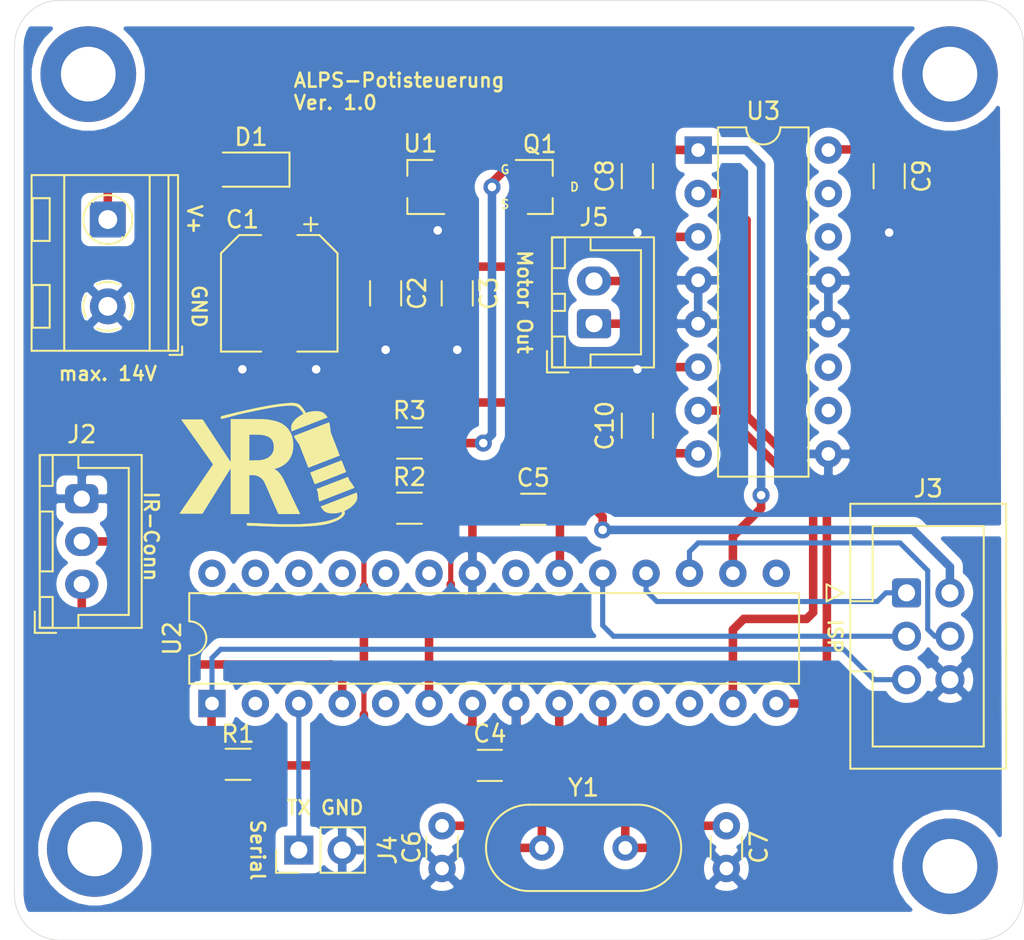
<source format=kicad_pcb>
(kicad_pcb (version 20171130) (host pcbnew "(5.1.10)-1")

  (general
    (thickness 1.6002)
    (drawings 31)
    (tracks 187)
    (zones 0)
    (modules 29)
    (nets 21)
  )

  (page USLetter)
  (title_block
    (title "IR gesteuertes ALPS Potentiometer für Lautsprecher")
    (date 2021-05-16)
    (rev 1)
    (comment 1 "Kai Ruland")
  )

  (layers
    (0 Front signal)
    (31 Back signal)
    (34 B.Paste user)
    (35 F.Paste user)
    (36 B.SilkS user)
    (37 F.SilkS user)
    (38 B.Mask user)
    (39 F.Mask user)
    (44 Edge.Cuts user)
    (45 Margin user)
    (46 B.CrtYd user)
    (47 F.CrtYd user)
    (49 F.Fab user hide)
  )

  (setup
    (last_trace_width 0.3)
    (user_trace_width 0.15)
    (user_trace_width 0.2)
    (user_trace_width 0.3)
    (user_trace_width 0.4)
    (user_trace_width 0.5)
    (user_trace_width 0.6)
    (trace_clearance 0.2)
    (zone_clearance 0.508)
    (zone_45_only no)
    (trace_min 0.127)
    (via_size 0.8)
    (via_drill 0.4)
    (via_min_size 0.6)
    (via_min_drill 0.3)
    (user_via 0.6 0.3)
    (user_via 0.9 0.4)
    (uvia_size 0.7)
    (uvia_drill 0.4)
    (uvias_allowed no)
    (uvia_min_size 0)
    (uvia_min_drill 0)
    (edge_width 0.0381)
    (segment_width 0.254)
    (pcb_text_width 0.3048)
    (pcb_text_size 1.524 1.524)
    (mod_edge_width 0.1524)
    (mod_text_size 0.8128 0.8128)
    (mod_text_width 0.1524)
    (pad_size 1.7 1.95)
    (pad_drill 0.95)
    (pad_to_mask_clearance 0)
    (solder_mask_min_width 0.12)
    (aux_axis_origin 0 0)
    (visible_elements 7FFFFFFF)
    (pcbplotparams
      (layerselection 0x010fc_ffffffff)
      (usegerberextensions true)
      (usegerberattributes false)
      (usegerberadvancedattributes false)
      (creategerberjobfile false)
      (excludeedgelayer true)
      (linewidth 0.152400)
      (plotframeref false)
      (viasonmask false)
      (mode 1)
      (useauxorigin false)
      (hpglpennumber 1)
      (hpglpenspeed 20)
      (hpglpendiameter 15.000000)
      (psnegative false)
      (psa4output false)
      (plotreference true)
      (plotvalue false)
      (plotinvisibletext false)
      (padsonsilk false)
      (subtractmaskfromsilk true)
      (outputformat 1)
      (mirror false)
      (drillshape 0)
      (scaleselection 1)
      (outputdirectory "./gerbers"))
  )

  (net 0 "")
  (net 1 GND)
  (net 2 /VDC_IN)
  (net 3 /PWM_MOTOR_ENABLE)
  (net 4 /IR_Input)
  (net 5 /Reset)
  (net 6 /MOSI)
  (net 7 /SCK)
  (net 8 /MISO)
  (net 9 /TXD)
  (net 10 /L293_Enable)
  (net 11 /Motor_Reverse)
  (net 12 /Motor_Forward)
  (net 13 "Net-(C7-Pad2)")
  (net 14 /Vin5V)
  (net 15 "Net-(C6-Pad2)")
  (net 16 /Vin9V)
  (net 17 /V5Q1)
  (net 18 /Motor-FWD)
  (net 19 /Motor-RVS)
  (net 20 /Q1Gate)

  (net_class Default "This is the default net class."
    (clearance 0.2)
    (trace_width 0.3)
    (via_dia 0.8)
    (via_drill 0.4)
    (uvia_dia 0.7)
    (uvia_drill 0.4)
    (diff_pair_width 0.2)
    (diff_pair_gap 0.3)
    (add_net /IR_Input)
    (add_net /MISO)
    (add_net /MOSI)
    (add_net /Q1Gate)
    (add_net /Reset)
    (add_net /SCK)
    (add_net /TXD)
    (add_net "Net-(C6-Pad2)")
    (add_net "Net-(C7-Pad2)")
  )

  (net_class Min ""
    (clearance 0.127)
    (trace_width 0.127)
    (via_dia 0.6)
    (via_drill 0.3)
    (uvia_dia 0.6858)
    (uvia_drill 0.3302)
    (diff_pair_width 0.1524)
    (diff_pair_gap 0.254)
  )

  (net_class Power ""
    (clearance 0.3)
    (trace_width 0.5)
    (via_dia 1)
    (via_drill 0.5)
    (uvia_dia 0.7)
    (uvia_drill 0.4)
    (diff_pair_width 0.2)
    (diff_pair_gap 0.3)
    (add_net /L293_Enable)
    (add_net /Motor-FWD)
    (add_net /Motor-RVS)
    (add_net /Motor_Forward)
    (add_net /Motor_Reverse)
    (add_net /PWM_MOTOR_ENABLE)
    (add_net /V5Q1)
    (add_net /VDC_IN)
    (add_net /Vin5V)
    (add_net /Vin9V)
    (add_net GND)
  )

  (module Connector_JST:JST_XH_B2B-XH-A_1x02_P2.50mm_Vertical (layer Front) (tedit 5C28146C) (tstamp 609EDC81)
    (at 150.368 90.805 90)
    (descr "JST XH series connector, B2B-XH-A (http://www.jst-mfg.com/product/pdf/eng/eXH.pdf), generated with kicad-footprint-generator")
    (tags "connector JST XH vertical")
    (path /60A002EA)
    (fp_text reference J5 (at 6.223 0 180) (layer F.SilkS)
      (effects (font (size 1 1) (thickness 0.15)))
    )
    (fp_text value Conn_01x02 (at 1.25 4.6 90) (layer F.Fab)
      (effects (font (size 1 1) (thickness 0.15)))
    )
    (fp_line (start -2.85 -2.75) (end -2.85 -1.5) (layer F.SilkS) (width 0.12))
    (fp_line (start -1.6 -2.75) (end -2.85 -2.75) (layer F.SilkS) (width 0.12))
    (fp_line (start 4.3 2.75) (end 1.25 2.75) (layer F.SilkS) (width 0.12))
    (fp_line (start 4.3 -0.2) (end 4.3 2.75) (layer F.SilkS) (width 0.12))
    (fp_line (start 5.05 -0.2) (end 4.3 -0.2) (layer F.SilkS) (width 0.12))
    (fp_line (start -1.8 2.75) (end 1.25 2.75) (layer F.SilkS) (width 0.12))
    (fp_line (start -1.8 -0.2) (end -1.8 2.75) (layer F.SilkS) (width 0.12))
    (fp_line (start -2.55 -0.2) (end -1.8 -0.2) (layer F.SilkS) (width 0.12))
    (fp_line (start 5.05 -2.45) (end 3.25 -2.45) (layer F.SilkS) (width 0.12))
    (fp_line (start 5.05 -1.7) (end 5.05 -2.45) (layer F.SilkS) (width 0.12))
    (fp_line (start 3.25 -1.7) (end 5.05 -1.7) (layer F.SilkS) (width 0.12))
    (fp_line (start 3.25 -2.45) (end 3.25 -1.7) (layer F.SilkS) (width 0.12))
    (fp_line (start -0.75 -2.45) (end -2.55 -2.45) (layer F.SilkS) (width 0.12))
    (fp_line (start -0.75 -1.7) (end -0.75 -2.45) (layer F.SilkS) (width 0.12))
    (fp_line (start -2.55 -1.7) (end -0.75 -1.7) (layer F.SilkS) (width 0.12))
    (fp_line (start -2.55 -2.45) (end -2.55 -1.7) (layer F.SilkS) (width 0.12))
    (fp_line (start 1.75 -2.45) (end 0.75 -2.45) (layer F.SilkS) (width 0.12))
    (fp_line (start 1.75 -1.7) (end 1.75 -2.45) (layer F.SilkS) (width 0.12))
    (fp_line (start 0.75 -1.7) (end 1.75 -1.7) (layer F.SilkS) (width 0.12))
    (fp_line (start 0.75 -2.45) (end 0.75 -1.7) (layer F.SilkS) (width 0.12))
    (fp_line (start 0 -1.35) (end 0.625 -2.35) (layer F.Fab) (width 0.1))
    (fp_line (start -0.625 -2.35) (end 0 -1.35) (layer F.Fab) (width 0.1))
    (fp_line (start 5.45 -2.85) (end -2.95 -2.85) (layer F.CrtYd) (width 0.05))
    (fp_line (start 5.45 3.9) (end 5.45 -2.85) (layer F.CrtYd) (width 0.05))
    (fp_line (start -2.95 3.9) (end 5.45 3.9) (layer F.CrtYd) (width 0.05))
    (fp_line (start -2.95 -2.85) (end -2.95 3.9) (layer F.CrtYd) (width 0.05))
    (fp_line (start 5.06 -2.46) (end -2.56 -2.46) (layer F.SilkS) (width 0.12))
    (fp_line (start 5.06 3.51) (end 5.06 -2.46) (layer F.SilkS) (width 0.12))
    (fp_line (start -2.56 3.51) (end 5.06 3.51) (layer F.SilkS) (width 0.12))
    (fp_line (start -2.56 -2.46) (end -2.56 3.51) (layer F.SilkS) (width 0.12))
    (fp_line (start 4.95 -2.35) (end -2.45 -2.35) (layer F.Fab) (width 0.1))
    (fp_line (start 4.95 3.4) (end 4.95 -2.35) (layer F.Fab) (width 0.1))
    (fp_line (start -2.45 3.4) (end 4.95 3.4) (layer F.Fab) (width 0.1))
    (fp_line (start -2.45 -2.35) (end -2.45 3.4) (layer F.Fab) (width 0.1))
    (fp_text user %R (at 1.25 2.7 90) (layer F.Fab)
      (effects (font (size 1 1) (thickness 0.15)))
    )
    (pad 2 thru_hole oval (at 2.5 0 90) (size 1.7 2) (drill 1) (layers *.Cu *.Mask)
      (net 18 /Motor-FWD))
    (pad 1 thru_hole roundrect (at 0 0 90) (size 1.7 2) (drill 1) (layers *.Cu *.Mask) (roundrect_rratio 0.1470588235294118)
      (net 19 /Motor-RVS))
    (model ${KISYS3DMOD}/Connector_JST.3dshapes/JST_XH_B2B-XH-A_1x02_P2.50mm_Vertical.wrl
      (at (xyz 0 0 0))
      (scale (xyz 1 1 1))
      (rotate (xyz 0 0 0))
    )
  )

  (module Connector_JST:JST_XH_B3B-XH-A_1x03_P2.50mm_Vertical (layer Front) (tedit 60A3DEE1) (tstamp 60A1AFC4)
    (at 120.396 106.045 90)
    (descr "JST XH series connector, B3B-XH-A (http://www.jst-mfg.com/product/pdf/eng/eXH.pdf), generated with kicad-footprint-generator")
    (tags "connector JST XH vertical")
    (path /60A16059)
    (fp_text reference J2 (at 8.763 0 180) (layer F.SilkS)
      (effects (font (size 1 1) (thickness 0.15)))
    )
    (fp_text value Conn_01x03_Male (at 2.5 4.6 90) (layer F.Fab)
      (effects (font (size 1 1) (thickness 0.15)))
    )
    (fp_line (start -2.85 -2.75) (end -2.85 -1.5) (layer F.SilkS) (width 0.12))
    (fp_line (start -1.6 -2.75) (end -2.85 -2.75) (layer F.SilkS) (width 0.12))
    (fp_line (start 6.8 2.75) (end 2.5 2.75) (layer F.SilkS) (width 0.12))
    (fp_line (start 6.8 -0.2) (end 6.8 2.75) (layer F.SilkS) (width 0.12))
    (fp_line (start 7.55 -0.2) (end 6.8 -0.2) (layer F.SilkS) (width 0.12))
    (fp_line (start -1.8 2.75) (end 2.5 2.75) (layer F.SilkS) (width 0.12))
    (fp_line (start -1.8 -0.2) (end -1.8 2.75) (layer F.SilkS) (width 0.12))
    (fp_line (start -2.55 -0.2) (end -1.8 -0.2) (layer F.SilkS) (width 0.12))
    (fp_line (start 7.55 -2.45) (end 5.75 -2.45) (layer F.SilkS) (width 0.12))
    (fp_line (start 7.55 -1.7) (end 7.55 -2.45) (layer F.SilkS) (width 0.12))
    (fp_line (start 5.75 -1.7) (end 7.55 -1.7) (layer F.SilkS) (width 0.12))
    (fp_line (start 5.75 -2.45) (end 5.75 -1.7) (layer F.SilkS) (width 0.12))
    (fp_line (start -0.75 -2.45) (end -2.55 -2.45) (layer F.SilkS) (width 0.12))
    (fp_line (start -0.75 -1.7) (end -0.75 -2.45) (layer F.SilkS) (width 0.12))
    (fp_line (start -2.55 -1.7) (end -0.75 -1.7) (layer F.SilkS) (width 0.12))
    (fp_line (start -2.55 -2.45) (end -2.55 -1.7) (layer F.SilkS) (width 0.12))
    (fp_line (start 4.25 -2.45) (end 0.75 -2.45) (layer F.SilkS) (width 0.12))
    (fp_line (start 4.25 -1.7) (end 4.25 -2.45) (layer F.SilkS) (width 0.12))
    (fp_line (start 0.75 -1.7) (end 4.25 -1.7) (layer F.SilkS) (width 0.12))
    (fp_line (start 0.75 -2.45) (end 0.75 -1.7) (layer F.SilkS) (width 0.12))
    (fp_line (start 0 -1.35) (end 0.625 -2.35) (layer F.Fab) (width 0.1))
    (fp_line (start -0.625 -2.35) (end 0 -1.35) (layer F.Fab) (width 0.1))
    (fp_line (start 7.95 -2.85) (end -2.95 -2.85) (layer F.CrtYd) (width 0.05))
    (fp_line (start 7.95 3.9) (end 7.95 -2.85) (layer F.CrtYd) (width 0.05))
    (fp_line (start -2.95 3.9) (end 7.95 3.9) (layer F.CrtYd) (width 0.05))
    (fp_line (start -2.95 -2.85) (end -2.95 3.9) (layer F.CrtYd) (width 0.05))
    (fp_line (start 7.56 -2.46) (end -2.56 -2.46) (layer F.SilkS) (width 0.12))
    (fp_line (start 7.56 3.51) (end 7.56 -2.46) (layer F.SilkS) (width 0.12))
    (fp_line (start -2.56 3.51) (end 7.56 3.51) (layer F.SilkS) (width 0.12))
    (fp_line (start -2.56 -2.46) (end -2.56 3.51) (layer F.SilkS) (width 0.12))
    (fp_line (start 7.45 -2.35) (end -2.45 -2.35) (layer F.Fab) (width 0.1))
    (fp_line (start 7.45 3.4) (end 7.45 -2.35) (layer F.Fab) (width 0.1))
    (fp_line (start -2.45 3.4) (end 7.45 3.4) (layer F.Fab) (width 0.1))
    (fp_line (start -2.45 -2.35) (end -2.45 3.4) (layer F.Fab) (width 0.1))
    (fp_text user %R (at 2.5 2.7 90) (layer F.Fab)
      (effects (font (size 1 1) (thickness 0.15)))
    )
    (pad 1 thru_hole roundrect (at 5 0 90) (size 1.7 1.95) (drill 0.95) (layers *.Cu *.Mask) (roundrect_rratio 0.25)
      (net 1 GND))
    (pad 2 thru_hole oval (at 2.5 0 90) (size 1.7 1.95) (drill 0.95) (layers *.Cu *.Mask)
      (net 14 /Vin5V))
    (pad 3 thru_hole oval (at 0 0 90) (size 1.7 1.95) (drill 0.95) (layers *.Cu *.Mask)
      (net 4 /IR_Input))
    (model ${KISYS3DMOD}/Connector_JST.3dshapes/JST_XH_B3B-XH-A_1x03_P2.50mm_Vertical.wrl
      (at (xyz 0 0 0))
      (scale (xyz 1 1 1))
      (rotate (xyz 0 0 0))
    )
  )

  (module Connector_IDC:IDC-Header_2x03_P2.54mm_Vertical (layer Front) (tedit 5EAC9A07) (tstamp 609F29BA)
    (at 168.656 106.553)
    (descr "Through hole IDC box header, 2x03, 2.54mm pitch, DIN 41651 / IEC 60603-13, double rows, https://docs.google.com/spreadsheets/d/16SsEcesNF15N3Lb4niX7dcUr-NY5_MFPQhobNuNppn4/edit#gid=0")
    (tags "Through hole vertical IDC box header THT 2x03 2.54mm double row")
    (path /6098266F)
    (fp_text reference J3 (at 1.27 -6.1) (layer F.SilkS)
      (effects (font (size 1 1) (thickness 0.15)))
    )
    (fp_text value Conn_02x03_Odd_Even (at 1.27 11.18) (layer F.Fab)
      (effects (font (size 1 1) (thickness 0.15)))
    )
    (fp_line (start -3.18 -4.1) (end -2.18 -5.1) (layer F.Fab) (width 0.1))
    (fp_line (start -2.18 -5.1) (end 5.72 -5.1) (layer F.Fab) (width 0.1))
    (fp_line (start 5.72 -5.1) (end 5.72 10.18) (layer F.Fab) (width 0.1))
    (fp_line (start 5.72 10.18) (end -3.18 10.18) (layer F.Fab) (width 0.1))
    (fp_line (start -3.18 10.18) (end -3.18 -4.1) (layer F.Fab) (width 0.1))
    (fp_line (start -3.18 0.49) (end -1.98 0.49) (layer F.Fab) (width 0.1))
    (fp_line (start -1.98 0.49) (end -1.98 -3.91) (layer F.Fab) (width 0.1))
    (fp_line (start -1.98 -3.91) (end 4.52 -3.91) (layer F.Fab) (width 0.1))
    (fp_line (start 4.52 -3.91) (end 4.52 8.99) (layer F.Fab) (width 0.1))
    (fp_line (start 4.52 8.99) (end -1.98 8.99) (layer F.Fab) (width 0.1))
    (fp_line (start -1.98 8.99) (end -1.98 4.59) (layer F.Fab) (width 0.1))
    (fp_line (start -1.98 4.59) (end -1.98 4.59) (layer F.Fab) (width 0.1))
    (fp_line (start -1.98 4.59) (end -3.18 4.59) (layer F.Fab) (width 0.1))
    (fp_line (start -3.29 -5.21) (end 5.83 -5.21) (layer F.SilkS) (width 0.12))
    (fp_line (start 5.83 -5.21) (end 5.83 10.29) (layer F.SilkS) (width 0.12))
    (fp_line (start 5.83 10.29) (end -3.29 10.29) (layer F.SilkS) (width 0.12))
    (fp_line (start -3.29 10.29) (end -3.29 -5.21) (layer F.SilkS) (width 0.12))
    (fp_line (start -3.29 0.49) (end -1.98 0.49) (layer F.SilkS) (width 0.12))
    (fp_line (start -1.98 0.49) (end -1.98 -3.91) (layer F.SilkS) (width 0.12))
    (fp_line (start -1.98 -3.91) (end 4.52 -3.91) (layer F.SilkS) (width 0.12))
    (fp_line (start 4.52 -3.91) (end 4.52 8.99) (layer F.SilkS) (width 0.12))
    (fp_line (start 4.52 8.99) (end -1.98 8.99) (layer F.SilkS) (width 0.12))
    (fp_line (start -1.98 8.99) (end -1.98 4.59) (layer F.SilkS) (width 0.12))
    (fp_line (start -1.98 4.59) (end -1.98 4.59) (layer F.SilkS) (width 0.12))
    (fp_line (start -1.98 4.59) (end -3.29 4.59) (layer F.SilkS) (width 0.12))
    (fp_line (start -3.68 0) (end -4.68 -0.5) (layer F.SilkS) (width 0.12))
    (fp_line (start -4.68 -0.5) (end -4.68 0.5) (layer F.SilkS) (width 0.12))
    (fp_line (start -4.68 0.5) (end -3.68 0) (layer F.SilkS) (width 0.12))
    (fp_line (start -3.68 -5.6) (end -3.68 10.69) (layer F.CrtYd) (width 0.05))
    (fp_line (start -3.68 10.69) (end 6.22 10.69) (layer F.CrtYd) (width 0.05))
    (fp_line (start 6.22 10.69) (end 6.22 -5.6) (layer F.CrtYd) (width 0.05))
    (fp_line (start 6.22 -5.6) (end -3.68 -5.6) (layer F.CrtYd) (width 0.05))
    (fp_text user %R (at 1.27 2.54 90) (layer F.Fab)
      (effects (font (size 1 1) (thickness 0.15)))
    )
    (pad 6 thru_hole circle (at 2.54 5.08) (size 1.7 1.7) (drill 1) (layers *.Cu *.Mask)
      (net 1 GND))
    (pad 4 thru_hole circle (at 2.54 2.54) (size 1.7 1.7) (drill 1) (layers *.Cu *.Mask)
      (net 6 /MOSI))
    (pad 2 thru_hole circle (at 2.54 0) (size 1.7 1.7) (drill 1) (layers *.Cu *.Mask)
      (net 14 /Vin5V))
    (pad 5 thru_hole circle (at 0 5.08) (size 1.7 1.7) (drill 1) (layers *.Cu *.Mask)
      (net 5 /Reset))
    (pad 3 thru_hole circle (at 0 2.54) (size 1.7 1.7) (drill 1) (layers *.Cu *.Mask)
      (net 7 /SCK))
    (pad 1 thru_hole roundrect (at 0 0) (size 1.7 1.7) (drill 1) (layers *.Cu *.Mask) (roundrect_rratio 0.1470588235294118)
      (net 8 /MISO))
    (model ${KISYS3DMOD}/Connector_IDC.3dshapes/IDC-Header_2x03_P2.54mm_Vertical.wrl
      (at (xyz 0 0 0))
      (scale (xyz 1 1 1))
      (rotate (xyz 0 0 0))
    )
  )

  (module MySymbol:KR-Logo_10.4x7.2mm_SilkScreen (layer Front) (tedit 5FE8F6C5) (tstamp 60A34922)
    (at 131.318 99.06)
    (descr "Kai Ruland Logo")
    (attr virtual)
    (fp_text reference G*** (at 0 -5.08) (layer F.SilkS) hide
      (effects (font (size 1 1) (thickness 0.15)))
    )
    (fp_text value KR-Logo-10.4mm-SilkScreen (at 0 5.08) (layer F.Fab) hide
      (effects (font (size 1 1) (thickness 0.15)))
    )
    (fp_poly (pts (xy 5.166666 1.629356) (xy 5.168574 1.635402) (xy 5.171733 1.649795) (xy 5.175812 1.670845)
      (xy 5.180482 1.69686) (xy 5.184753 1.72212) (xy 5.192306 1.77617) (xy 5.197247 1.829559)
      (xy 5.199543 1.880482) (xy 5.19916 1.927129) (xy 5.196064 1.967694) (xy 5.190223 2.000368)
      (xy 5.189923 2.00152) (xy 5.168345 2.065796) (xy 5.137472 2.130454) (xy 5.097126 2.195775)
      (xy 5.047129 2.262044) (xy 4.987301 2.329544) (xy 4.976086 2.341217) (xy 4.901902 2.412685)
      (xy 4.823765 2.478116) (xy 4.740243 2.538529) (xy 4.649903 2.594943) (xy 4.551315 2.648376)
      (xy 4.52723 2.660397) (xy 4.497296 2.675383) (xy 4.475751 2.686856) (xy 4.461674 2.695379)
      (xy 4.454149 2.701518) (xy 4.452256 2.705836) (xy 4.4524 2.706359) (xy 4.456543 2.721494)
      (xy 4.460611 2.743665) (xy 4.464235 2.769754) (xy 4.467047 2.796639) (xy 4.468678 2.821202)
      (xy 4.468761 2.840323) (xy 4.468557 2.843243) (xy 4.461049 2.877725) (xy 4.444831 2.915193)
      (xy 4.420619 2.954844) (xy 4.389131 2.995876) (xy 4.351083 3.037487) (xy 4.307193 3.078874)
      (xy 4.258177 3.119235) (xy 4.204753 3.157766) (xy 4.164487 3.183605) (xy 4.107839 3.215795)
      (xy 4.04257 3.248747) (xy 3.970136 3.281921) (xy 3.891993 3.314775) (xy 3.809596 3.346768)
      (xy 3.7244 3.37736) (xy 3.637861 3.406008) (xy 3.551435 3.432173) (xy 3.466577 3.455312)
      (xy 3.384742 3.474885) (xy 3.37566 3.476868) (xy 3.285315 3.495127) (xy 3.189001 3.512125)
      (xy 3.086318 3.527898) (xy 2.976866 3.542486) (xy 2.860245 3.555928) (xy 2.736055 3.568261)
      (xy 2.603896 3.579525) (xy 2.463367 3.589759) (xy 2.314069 3.599) (xy 2.155602 3.607287)
      (xy 1.987566 3.614659) (xy 1.92024 3.617262) (xy 1.888029 3.618251) (xy 1.846588 3.619182)
      (xy 1.796844 3.620051) (xy 1.739725 3.620856) (xy 1.676161 3.621594) (xy 1.60708 3.62226)
      (xy 1.533409 3.622853) (xy 1.456079 3.62337) (xy 1.376017 3.623806) (xy 1.294152 3.624159)
      (xy 1.211412 3.624427) (xy 1.128726 3.624605) (xy 1.047022 3.624691) (xy 0.96723 3.624682)
      (xy 0.890277 3.624574) (xy 0.817091 3.624365) (xy 0.748603 3.624051) (xy 0.685739 3.62363)
      (xy 0.629429 3.623098) (xy 0.580601 3.622452) (xy 0.5461 3.621821) (xy 0.356494 3.617279)
      (xy 0.161168 3.6117) (xy -0.037011 3.605186) (xy -0.235173 3.597841) (xy -0.430452 3.589769)
      (xy -0.619977 3.581073) (xy -0.717584 3.576223) (xy -0.770675 3.573752) (xy -0.828139 3.571505)
      (xy -0.887347 3.569556) (xy -0.945668 3.567979) (xy -1.000474 3.56685) (xy -1.049134 3.566244)
      (xy -1.071103 3.56616) (xy -1.227739 3.56616) (xy -1.257495 3.511812) (xy -1.271407 3.48567)
      (xy -1.280361 3.466485) (xy -1.284758 3.452582) (xy -1.284998 3.442284) (xy -1.281479 3.433916)
      (xy -1.277325 3.428673) (xy -1.268501 3.422482) (xy -1.253878 3.417272) (xy -1.233084 3.413038)
      (xy -1.205748 3.409777) (xy -1.1715 3.407484) (xy -1.129968 3.406155) (xy -1.080782 3.405786)
      (xy -1.02357 3.406372) (xy -0.957962 3.40791) (xy -0.883585 3.410395) (xy -0.80007 3.413822)
      (xy -0.707046 3.418188) (xy -0.64262 3.421459) (xy -0.524879 3.42755) (xy -0.416514 3.433073)
      (xy -0.31676 3.438062) (xy -0.22485 3.442553) (xy -0.140019 3.446582) (xy -0.061501 3.450184)
      (xy 0.011469 3.453394) (xy 0.079657 3.456248) (xy 0.143829 3.458781) (xy 0.204751 3.461029)
      (xy 0.23622 3.462125) (xy 0.28855 3.463956) (xy 0.342012 3.46591) (xy 0.394834 3.467918)
      (xy 0.445245 3.469909) (xy 0.491473 3.471813) (xy 0.531746 3.473559) (xy 0.564292 3.475076)
      (xy 0.57404 3.475567) (xy 0.602029 3.476704) (xy 0.639211 3.477728) (xy 0.684618 3.47864)
      (xy 0.737284 3.479439) (xy 0.79624 3.480125) (xy 0.860519 3.480698) (xy 0.929156 3.481157)
      (xy 1.001181 3.481504) (xy 1.07563 3.481737) (xy 1.151533 3.481856) (xy 1.227924 3.481862)
      (xy 1.303837 3.481753) (xy 1.378303 3.481531) (xy 1.450356 3.481194) (xy 1.519028 3.480743)
      (xy 1.583353 3.480178) (xy 1.642363 3.479497) (xy 1.695091 3.478702) (xy 1.74057 3.477792)
      (xy 1.777833 3.476767) (xy 1.8034 3.475753) (xy 1.931818 3.469252) (xy 2.051053 3.462741)
      (xy 2.162082 3.456135) (xy 2.265882 3.449354) (xy 2.363429 3.442314) (xy 2.455702 3.434933)
      (xy 2.543675 3.427129) (xy 2.628327 3.418817) (xy 2.710634 3.409917) (xy 2.791573 3.400345)
      (xy 2.872121 3.390019) (xy 2.953255 3.378856) (xy 2.9591 3.378024) (xy 3.089816 3.358036)
      (xy 3.21635 3.336005) (xy 3.338124 3.312092) (xy 3.454556 3.286459) (xy 3.565067 3.259268)
      (xy 3.669077 3.230682) (xy 3.766007 3.200863) (xy 3.855277 3.169972) (xy 3.936306 3.138171)
      (xy 4.008516 3.105623) (xy 4.071325 3.072489) (xy 4.088213 3.062481) (xy 4.151924 3.019169)
      (xy 4.206464 2.972434) (xy 4.252402 2.921749) (xy 4.278166 2.886058) (xy 4.289975 2.867665)
      (xy 4.297231 2.854236) (xy 4.301041 2.842297) (xy 4.302515 2.828376) (xy 4.30276 2.809003)
      (xy 4.302419 2.789171) (xy 4.30152 2.772826) (xy 4.300242 2.763033) (xy 4.299991 2.762215)
      (xy 4.297135 2.759553) (xy 4.290419 2.759241) (xy 4.2783 2.761542) (xy 4.259236 2.766719)
      (xy 4.240301 2.772388) (xy 4.166912 2.792748) (xy 4.087269 2.811109) (xy 4.005215 2.826607)
      (xy 3.981887 2.830385) (xy 3.944411 2.83505) (xy 3.900183 2.838638) (xy 3.851352 2.841131)
      (xy 3.800068 2.842517) (xy 3.748479 2.84278) (xy 3.698733 2.841905) (xy 3.65298 2.839878)
      (xy 3.613367 2.836685) (xy 3.58648 2.833101) (xy 3.514531 2.81928) (xy 3.451293 2.803307)
      (xy 3.395396 2.784297) (xy 3.345473 2.76137) (xy 3.300153 2.733644) (xy 3.258067 2.700235)
      (xy 3.217846 2.660262) (xy 3.17812 2.612843) (xy 3.137522 2.557096) (xy 3.121634 2.533625)
      (xy 3.104018 2.506927) (xy 3.08864 2.483173) (xy 3.076289 2.463618) (xy 3.067753 2.449518)
      (xy 3.063822 2.442131) (xy 3.063688 2.441354) (xy 3.065956 2.44029) (xy 3.072345 2.437643)
      (xy 3.083183 2.433285) (xy 3.098797 2.427089) (xy 3.119516 2.418926) (xy 3.145669 2.408668)
      (xy 3.177582 2.396189) (xy 3.215585 2.381359) (xy 3.260005 2.364052) (xy 3.311171 2.344139)
      (xy 3.36941 2.321493) (xy 3.435052 2.295985) (xy 3.508423 2.267488) (xy 3.589852 2.235875)
      (xy 3.679668 2.201016) (xy 3.778198 2.162786) (xy 3.885771 2.121054) (xy 3.92176 2.107094)
      (xy 3.969015 2.088763) (xy 4.020277 2.068874) (xy 4.073011 2.04841) (xy 4.124687 2.028355)
      (xy 4.172772 2.009691) (xy 4.214735 1.9934) (xy 4.22656 1.988809) (xy 4.267668 1.972849)
      (xy 4.315452 1.954303) (xy 4.367112 1.934257) (xy 4.419852 1.913796) (xy 4.470873 1.894006)
      (xy 4.517376 1.875972) (xy 4.51866 1.875474) (xy 4.556792 1.860688) (xy 4.602559 1.842941)
      (xy 4.654124 1.822944) (xy 4.709648 1.801411) (xy 4.767294 1.779054) (xy 4.825225 1.756586)
      (xy 4.881603 1.734719) (xy 4.919672 1.719953) (xy 4.966802 1.701771) (xy 5.01106 1.684886)
      (xy 5.051546 1.66963) (xy 5.087363 1.65633) (xy 5.11761 1.645318) (xy 5.141389 1.636923)
      (xy 5.157801 1.631474) (xy 5.165948 1.629301) (xy 5.166666 1.629356)) (layer F.SilkS) (width 0.01))
    (fp_poly (pts (xy -0.911989 -2.676556) (xy -0.821742 -2.676411) (xy -0.739043 -2.676138) (xy -0.663369 -2.675724)
      (xy -0.594197 -2.675153) (xy -0.531006 -2.674409) (xy -0.473273 -2.673478) (xy -0.420474 -2.672345)
      (xy -0.372089 -2.670994) (xy -0.327594 -2.66941) (xy -0.286467 -2.667579) (xy -0.248185 -2.665485)
      (xy -0.212226 -2.663113) (xy -0.178068 -2.660448) (xy -0.145188 -2.657475) (xy -0.113063 -2.654179)
      (xy -0.081171 -2.650545) (xy -0.048991 -2.646557) (xy -0.015998 -2.642201) (xy 0.018329 -2.637461)
      (xy 0.02794 -2.636107) (xy 0.160616 -2.614963) (xy 0.284364 -2.590187) (xy 0.399841 -2.561509)
      (xy 0.507705 -2.528663) (xy 0.608615 -2.491381) (xy 0.703228 -2.449394) (xy 0.792202 -2.402434)
      (xy 0.876196 -2.350234) (xy 0.955866 -2.292526) (xy 1.031872 -2.229042) (xy 1.035407 -2.225874)
      (xy 1.085009 -2.177251) (xy 1.134905 -2.120748) (xy 1.183503 -2.058471) (xy 1.229211 -1.992522)
      (xy 1.270437 -1.925006) (xy 1.289689 -1.88976) (xy 1.335682 -1.792087) (xy 1.373919 -1.689611)
      (xy 1.404474 -1.581956) (xy 1.427426 -1.468746) (xy 1.442848 -1.349604) (xy 1.450818 -1.224153)
      (xy 1.451411 -1.092019) (xy 1.451357 -1.08966) (xy 1.446839 -0.987042) (xy 1.438082 -0.892216)
      (xy 1.424716 -0.803581) (xy 1.406368 -0.719536) (xy 1.38267 -0.638479) (xy 1.35325 -0.558809)
      (xy 1.317739 -0.478924) (xy 1.303279 -0.44958) (xy 1.260242 -0.370123) (xy 1.215095 -0.298653)
      (xy 1.166274 -0.233012) (xy 1.112215 -0.171043) (xy 1.07113 -0.129384) (xy 0.990095 -0.057736)
      (xy 0.901161 0.007991) (xy 0.804885 0.067515) (xy 0.701823 0.120554) (xy 0.592528 0.166825)
      (xy 0.477556 0.206045) (xy 0.357462 0.23793) (xy 0.344165 0.240933) (xy 0.3391 0.24264)
      (xy 0.338477 0.245219) (xy 0.343355 0.249475) (xy 0.354792 0.256212) (xy 0.373847 0.266236)
      (xy 0.384805 0.271838) (xy 0.449257 0.309559) (xy 0.512683 0.35662) (xy 0.575173 0.413127)
      (xy 0.636815 0.479189) (xy 0.697697 0.55491) (xy 0.757908 0.640399) (xy 0.817536 0.735761)
      (xy 0.876668 0.841105) (xy 0.91298 0.911197) (xy 0.91899 0.923377) (xy 0.929145 0.944251)
      (xy 0.943218 0.973346) (xy 0.960982 1.010186) (xy 0.982207 1.054295) (xy 1.006667 1.105198)
      (xy 1.034134 1.16242) (xy 1.06438 1.225486) (xy 1.097176 1.29392) (xy 1.132296 1.367248)
      (xy 1.169512 1.444994) (xy 1.208595 1.526682) (xy 1.249318 1.611838) (xy 1.291453 1.699986)
      (xy 1.334773 1.790651) (xy 1.379049 1.883358) (xy 1.40272 1.93294) (xy 1.853786 2.87782)
      (xy 1.220537 2.879109) (xy 1.14115 2.879241) (xy 1.064582 2.879309) (xy 0.991448 2.879315)
      (xy 0.92236 2.879263) (xy 0.857932 2.879155) (xy 0.798778 2.878992) (xy 0.745511 2.878778)
      (xy 0.698744 2.878516) (xy 0.659092 2.878206) (xy 0.627167 2.877853) (xy 0.603583 2.877458)
      (xy 0.588953 2.877023) (xy 0.583901 2.876569) (xy 0.581552 2.871598) (xy 0.57533 2.85777)
      (xy 0.565434 2.835536) (xy 0.552063 2.805348) (xy 0.535415 2.767657) (xy 0.515688 2.722915)
      (xy 0.493081 2.671573) (xy 0.467793 2.614084) (xy 0.440022 2.550898) (xy 0.409966 2.482466)
      (xy 0.377825 2.409242) (xy 0.343796 2.331675) (xy 0.308078 2.250217) (xy 0.27087 2.165321)
      (xy 0.23237 2.077437) (xy 0.192777 1.987017) (xy 0.188006 1.97612) (xy 0.148036 1.884844)
      (xy 0.108983 1.79572) (xy 0.071057 1.709224) (xy 0.034467 1.625831) (xy -0.000578 1.546017)
      (xy -0.033867 1.470258) (xy -0.065192 1.399029) (xy -0.094342 1.332805) (xy -0.121109 1.272064)
      (xy -0.145283 1.217279) (xy -0.166654 1.168928) (xy -0.185013 1.127485) (xy -0.20015 1.093426)
      (xy -0.211856 1.067227) (xy -0.219922 1.049364) (xy -0.224137 1.040313) (xy -0.224237 1.040112)
      (xy -0.269226 0.960672) (xy -0.320931 0.888204) (xy -0.378913 0.823082) (xy -0.442735 0.765681)
      (xy -0.511961 0.716377) (xy -0.586153 0.675542) (xy -0.664874 0.643554) (xy -0.699386 0.632788)
      (xy -0.729985 0.62446) (xy -0.758231 0.61778) (xy -0.785924 0.612543) (xy -0.814861 0.60854)
      (xy -0.846839 0.605563) (xy -0.883658 0.603405) (xy -0.927115 0.601858) (xy -0.97663 0.600756)
      (xy -1.1176 0.598202) (xy -1.1176 2.88036) (xy -2.204702 2.88036) (xy -2.20726 0.199926)
      (xy -3.029631 1.522323) (xy -3.095766 1.628664) (xy -3.160536 1.732804) (xy -3.223736 1.834408)
      (xy -3.285157 1.933146) (xy -3.344594 2.028684) (xy -3.401839 2.12069) (xy -3.456686 2.208832)
      (xy -3.508926 2.292778) (xy -3.558354 2.372193) (xy -3.604763 2.446747) (xy -3.647944 2.516107)
      (xy -3.687693 2.57994) (xy -3.7238 2.637914) (xy -3.75606 2.689696) (xy -3.784265 2.734954)
      (xy -3.808209 2.773356) (xy -3.827685 2.804568) (xy -3.842485 2.828259) (xy -3.852402 2.844096)
      (xy -3.857231 2.851747) (xy -3.857671 2.852418) (xy -3.859325 2.85353) (xy -3.862894 2.854528)
      (xy -3.868878 2.855415) (xy -3.87778 2.856196) (xy -3.890099 2.856877) (xy -3.906336 2.857461)
      (xy -3.926992 2.857954) (xy -3.952569 2.85836) (xy -3.983566 2.858684) (xy -4.020484 2.858931)
      (xy -4.063825 2.859106) (xy -4.114089 2.859213) (xy -4.171776 2.859256) (xy -4.237389 2.859242)
      (xy -4.311427 2.859174) (xy -4.394391 2.859057) (xy -4.486782 2.858896) (xy -4.532934 2.858808)
      (xy -5.202526 2.8575) (xy -4.225986 1.42748) (xy -4.151454 1.318331) (xy -4.078363 1.211283)
      (xy -4.006924 1.106643) (xy -3.937347 1.004719) (xy -3.869842 0.90582) (xy -3.804618 0.810252)
      (xy -3.741886 0.718324) (xy -3.681855 0.630344) (xy -3.624735 0.546618) (xy -3.570737 0.467456)
      (xy -3.520069 0.393165) (xy -3.472943 0.324052) (xy -3.429568 0.260426) (xy -3.390154 0.202594)
      (xy -3.35491 0.150864) (xy -3.324047 0.105544) (xy -3.297775 0.066941) (xy -3.276303 0.035364)
      (xy -3.259842 0.01112) (xy -3.248601 -0.005482) (xy -3.24279 -0.014136) (xy -3.242013 -0.015338)
      (xy -3.241399 -0.016666) (xy -3.241131 -0.018338) (xy -3.2414 -0.020625) (xy -3.242395 -0.023798)
      (xy -3.244305 -0.028128) (xy -3.247321 -0.033886) (xy -3.251632 -0.041344) (xy -3.257429 -0.050772)
      (xy -3.2649 -0.062441) (xy -3.274236 -0.076623) (xy -3.285627 -0.093588) (xy -3.299262 -0.113608)
      (xy -3.315331 -0.136953) (xy -3.334024 -0.163895) (xy -3.355531 -0.194705) (xy -3.380041 -0.229654)
      (xy -3.407745 -0.269012) (xy -3.438832 -0.313051) (xy -3.473492 -0.362043) (xy -3.511914 -0.416257)
      (xy -3.554289 -0.475966) (xy -3.600806 -0.54144) (xy -3.651655 -0.61295) (xy -3.707027 -0.690767)
      (xy -3.76711 -0.775163) (xy -3.832094 -0.866408) (xy -3.90217 -0.964773) (xy -3.977526 -1.07053)
      (xy -4.058354 -1.18395) (xy -4.144842 -1.305304) (xy -4.167451 -1.337025) (xy -4.241247 -1.440577)
      (xy -4.313511 -1.541995) (xy -4.38402 -1.640969) (xy -4.452552 -1.737186) (xy -4.518885 -1.830333)
      (xy -4.582797 -1.920098) (xy -4.644066 -2.00617) (xy -4.70247 -2.088235) (xy -4.757787 -2.165982)
      (xy -4.809795 -2.239098) (xy -4.858272 -2.307272) (xy -4.902996 -2.370191) (xy -4.943745 -2.427542)
      (xy -4.980296 -2.479014) (xy -5.012428 -2.524295) (xy -5.03992 -2.563071) (xy -5.062547 -2.595031)
      (xy -5.08009 -2.619863) (xy -5.092325 -2.637255) (xy -5.099031 -2.646893) (xy -5.100321 -2.648857)
      (xy -5.095343 -2.649218) (xy -5.080818 -2.649545) (xy -5.057358 -2.649838) (xy -5.025577 -2.650094)
      (xy -4.986088 -2.650312) (xy -4.939502 -2.65049) (xy -4.886433 -2.650628) (xy -4.827494 -2.650722)
      (xy -4.763298 -2.650772) (xy -4.694456 -2.650775) (xy -4.621583 -2.650731) (xy -4.545291 -2.650637)
      (xy -4.474596 -2.65051) (xy -3.848871 -2.64922) (xy -3.028066 -1.40012) (xy -2.20726 -0.15102)
      (xy -2.207056 -0.252582) (xy -1.1176 -0.252582) (xy -0.85471 -0.255577) (xy -0.801801 -0.256277)
      (xy -0.750227 -0.257143) (xy -0.701222 -0.258142) (xy -0.656017 -0.259241) (xy -0.615846 -0.260407)
      (xy -0.581941 -0.261607) (xy -0.555535 -0.262806) (xy -0.537861 -0.263974) (xy -0.53594 -0.264154)
      (xy -0.422546 -0.279051) (xy -0.316891 -0.300309) (xy -0.219018 -0.327909) (xy -0.128968 -0.361836)
      (xy -0.046783 -0.402073) (xy 0.027496 -0.448603) (xy 0.093827 -0.50141) (xy 0.121945 -0.528092)
      (xy 0.172949 -0.584369) (xy 0.215367 -0.642664) (xy 0.249955 -0.704447) (xy 0.27747 -0.771192)
      (xy 0.298667 -0.844369) (xy 0.308587 -0.89154) (xy 0.313003 -0.924319) (xy 0.315855 -0.964564)
      (xy 0.31717 -1.009705) (xy 0.316973 -1.057173) (xy 0.31529 -1.104399) (xy 0.312147 -1.148813)
      (xy 0.30757 -1.187847) (xy 0.305477 -1.200643) (xy 0.287286 -1.280474) (xy 0.262597 -1.352981)
      (xy 0.231081 -1.418529) (xy 0.192411 -1.477481) (xy 0.14626 -1.530201) (xy 0.0923 -1.577052)
      (xy 0.030204 -1.618398) (xy -0.040357 -1.654603) (xy -0.119709 -1.68603) (xy -0.13716 -1.691938)
      (xy -0.181033 -1.70561) (xy -0.225142 -1.717653) (xy -0.270367 -1.728152) (xy -0.317589 -1.737196)
      (xy -0.367688 -1.744873) (xy -0.421545 -1.751271) (xy -0.480041 -1.756476) (xy -0.544056 -1.760577)
      (xy -0.61447 -1.763662) (xy -0.692164 -1.765818) (xy -0.778019 -1.767133) (xy -0.872916 -1.767695)
      (xy -0.89789 -1.767728) (xy -1.1176 -1.76784) (xy -1.1176 -0.252582) (xy -2.207056 -0.252582)
      (xy -2.20218 -2.67462) (xy -1.3589 -2.676169) (xy -1.233239 -2.676381) (xy -1.117215 -2.676526)
      (xy -1.010305 -2.676589) (xy -0.911989 -2.676556)) (layer F.SilkS) (width 0.01))
    (fp_poly (pts (xy 4.659252 0.718243) (xy 4.664881 0.73159) (xy 4.672991 0.751508) (xy 4.682992 0.776543)
      (xy 4.694292 0.805242) (xy 4.69714 0.812532) (xy 4.71039 0.846197) (xy 4.721098 0.87228)
      (xy 4.730275 0.892719) (xy 4.738931 0.909449) (xy 4.748079 0.924408) (xy 4.758728 0.939531)
      (xy 4.771889 0.956757) (xy 4.773501 0.958821) (xy 4.79099 0.981625) (xy 4.811927 1.009585)
      (xy 4.833954 1.03952) (xy 4.854714 1.068248) (xy 4.859337 1.074737) (xy 4.873753 1.095456)
      (xy 4.890705 1.120497) (xy 4.909437 1.148675) (xy 4.929193 1.178806) (xy 4.949218 1.209707)
      (xy 4.968757 1.240193) (xy 4.987054 1.269079) (xy 5.003353 1.295183) (xy 5.016899 1.317319)
      (xy 5.026937 1.334303) (xy 5.032711 1.344952) (xy 5.033755 1.348111) (xy 5.028724 1.350269)
      (xy 5.015266 1.355676) (xy 4.994434 1.363918) (xy 4.967279 1.374583) (xy 4.934852 1.387257)
      (xy 4.898205 1.401529) (xy 4.858389 1.416984) (xy 4.85394 1.418709) (xy 4.818393 1.432484)
      (xy 4.774693 1.449424) (xy 4.724161 1.469017) (xy 4.668114 1.49075) (xy 4.607873 1.514113)
      (xy 4.544757 1.538593) (xy 4.480085 1.563679) (xy 4.415176 1.58886) (xy 4.35135 1.613623)
      (xy 4.32308 1.624592) (xy 4.234034 1.659143) (xy 4.144292 1.693962) (xy 4.054365 1.728852)
      (xy 3.964761 1.763615) (xy 3.875991 1.798054) (xy 3.788565 1.831969) (xy 3.702991 1.865165)
      (xy 3.619781 1.897443) (xy 3.539443 1.928605) (xy 3.462488 1.958453) (xy 3.389425 1.986791)
      (xy 3.320764 2.01342) (xy 3.257015 2.038142) (xy 3.198688 2.06076) (xy 3.146292 2.081076)
      (xy 3.100337 2.098893) (xy 3.061334 2.114012) (xy 3.02979 2.126236) (xy 3.006218 2.135367)
      (xy 2.991125 2.141208) (xy 2.985116 2.143525) (xy 2.975314 2.14605) (xy 2.97083 2.14228)
      (xy 2.969381 2.137261) (xy 2.967028 2.125453) (xy 2.963355 2.105397) (xy 2.958665 2.078873)
      (xy 2.953257 2.047662) (xy 2.947433 2.013547) (xy 2.941492 1.978307) (xy 2.935736 1.943725)
      (xy 2.930464 1.911582) (xy 2.925978 1.883659) (xy 2.922578 1.861737) (xy 2.920762 1.84912)
      (xy 2.91838 1.829706) (xy 2.915349 1.802801) (xy 2.91195 1.77103) (xy 2.908466 1.737019)
      (xy 2.905754 1.70942) (xy 2.896475 1.6129) (xy 2.860491 1.52146) (xy 2.849322 1.492825)
      (xy 2.839563 1.467322) (xy 2.83179 1.446496) (xy 2.826579 1.431891) (xy 2.824506 1.425052)
      (xy 2.824493 1.424883) (xy 2.829003 1.421522) (xy 2.84155 1.415281) (xy 2.860649 1.406817)
      (xy 2.884814 1.39679) (xy 2.91211 1.386032) (xy 2.926282 1.380563) (xy 2.949377 1.371631)
      (xy 2.980843 1.359449) (xy 3.020132 1.34423) (xy 3.066692 1.326187) (xy 3.119974 1.305534)
      (xy 3.179429 1.282484) (xy 3.244506 1.257249) (xy 3.314655 1.230044) (xy 3.389328 1.201082)
      (xy 3.467973 1.170575) (xy 3.550041 1.138737) (xy 3.634982 1.105781) (xy 3.722247 1.07192)
      (xy 3.811285 1.037368) (xy 3.826904 1.031306) (xy 3.914685 0.997261) (xy 3.999908 0.964247)
      (xy 4.082092 0.93245) (xy 4.160757 0.902054) (xy 4.23542 0.873245) (xy 4.305599 0.846207)
      (xy 4.370814 0.821124) (xy 4.430582 0.798183) (xy 4.484422 0.777566) (xy 4.531853 0.75946)
      (xy 4.572392 0.744049) (xy 4.605559 0.731517) (xy 4.630872 0.72205) (xy 4.647849 0.715832)
      (xy 4.656009 0.713048) (xy 4.656693 0.71292) (xy 4.659252 0.718243)) (layer F.SilkS) (width 0.01))
    (fp_poly (pts (xy 4.287078 -0.244502) (xy 4.293899 -0.227336) (xy 4.30347 -0.202977) (xy 4.315438 -0.172342)
      (xy 4.32945 -0.136345) (xy 4.345155 -0.095902) (xy 4.362197 -0.051928) (xy 4.380226 -0.005339)
      (xy 4.398888 0.042952) (xy 4.41783 0.092027) (xy 4.4367 0.140972) (xy 4.455144 0.188872)
      (xy 4.47281 0.234812) (xy 4.489346 0.277875) (xy 4.504397 0.317147) (xy 4.517612 0.351712)
      (xy 4.528637 0.380656) (xy 4.53712 0.403063) (xy 4.542708 0.418017) (xy 4.545048 0.424604)
      (xy 4.545094 0.424838) (xy 4.540298 0.426782) (xy 4.526487 0.432221) (xy 4.504119 0.440978)
      (xy 4.473653 0.452875) (xy 4.435546 0.467733) (xy 4.390257 0.485374) (xy 4.338242 0.50562)
      (xy 4.279961 0.528293) (xy 4.215871 0.553215) (xy 4.146431 0.580208) (xy 4.072097 0.609093)
      (xy 3.993328 0.639694) (xy 3.910583 0.67183) (xy 3.824319 0.705325) (xy 3.734993 0.74)
      (xy 3.643064 0.775677) (xy 3.632223 0.779884) (xy 3.539983 0.815681) (xy 3.45027 0.850506)
      (xy 3.363544 0.88418) (xy 3.280265 0.916524) (xy 3.200893 0.947359) (xy 3.125887 0.976507)
      (xy 3.055706 1.003789) (xy 2.99081 1.029025) (xy 2.93166 1.052039) (xy 2.878713 1.072649)
      (xy 2.83243 1.090679) (xy 2.793271 1.105948) (xy 2.761694 1.118279) (xy 2.738161 1.127492)
      (xy 2.723129 1.133409) (xy 2.717059 1.135851) (xy 2.716957 1.1359) (xy 2.712002 1.134004)
      (xy 2.708597 1.129172) (xy 2.705105 1.121209) (xy 2.698497 1.105015) (xy 2.689127 1.081509)
      (xy 2.677347 1.051611) (xy 2.66351 1.016242) (xy 2.647971 0.976322) (xy 2.631083 0.93277)
      (xy 2.613199 0.886509) (xy 2.594672 0.838456) (xy 2.575856 0.789534) (xy 2.557104 0.740661)
      (xy 2.53877 0.692758) (xy 2.521207 0.646746) (xy 2.504769 0.603545) (xy 2.489808 0.564074)
      (xy 2.476679 0.529254) (xy 2.465734 0.500005) (xy 2.457327 0.477248) (xy 2.451812 0.461903)
      (xy 2.449541 0.454889) (xy 2.449517 0.454549) (xy 2.454413 0.452499) (xy 2.468251 0.446982)
      (xy 2.490501 0.438204) (xy 2.520633 0.426372) (xy 2.558117 0.411691) (xy 2.602422 0.394368)
      (xy 2.653017 0.37461) (xy 2.709374 0.352622) (xy 2.77096 0.328611) (xy 2.837247 0.302783)
      (xy 2.907703 0.275344) (xy 2.981798 0.2465) (xy 3.059003 0.216459) (xy 3.138786 0.185425)
      (xy 3.220618 0.153606) (xy 3.303968 0.121207) (xy 3.388305 0.088434) (xy 3.4731 0.055495)
      (xy 3.557823 0.022595) (xy 3.641942 -0.010059) (xy 3.724928 -0.042262) (xy 3.80625 -0.073807)
      (xy 3.885378 -0.104487) (xy 3.961781 -0.134097) (xy 4.03493 -0.16243) (xy 4.104294 -0.18928)
      (xy 4.169343 -0.214441) (xy 4.212225 -0.231016) (xy 4.281711 -0.257863) (xy 4.287078 -0.244502)) (layer F.SilkS) (width 0.01))
    (fp_poly (pts (xy 3.555027 -2.477864) (xy 3.558053 -2.464049) (xy 3.56243 -2.443039) (xy 3.567871 -2.416223)
      (xy 3.57409 -2.384992) (xy 3.578579 -2.362144) (xy 3.597124 -2.260296) (xy 3.61267 -2.160406)
      (xy 3.624847 -2.065048) (xy 3.632326 -1.98882) (xy 3.638189 -1.9177) (xy 3.904776 -1.230125)
      (xy 3.935746 -1.150212) (xy 3.965675 -1.072916) (xy 3.994359 -0.998764) (xy 4.021597 -0.928285)
      (xy 4.047184 -0.862004) (xy 4.070919 -0.80045) (xy 4.092598 -0.74415) (xy 4.112018 -0.693631)
      (xy 4.128977 -0.64942) (xy 4.143272 -0.612044) (xy 4.154699 -0.582031) (xy 4.163057 -0.559908)
      (xy 4.168141 -0.546202) (xy 4.169751 -0.541441) (xy 4.164707 -0.539371) (xy 4.150754 -0.533859)
      (xy 4.128451 -0.525121) (xy 4.098354 -0.513373) (xy 4.061022 -0.498832) (xy 4.017013 -0.481712)
      (xy 3.966884 -0.462231) (xy 3.911193 -0.440604) (xy 3.850499 -0.417046) (xy 3.785357 -0.391775)
      (xy 3.716327 -0.365005) (xy 3.643967 -0.336953) (xy 3.568833 -0.307834) (xy 3.491484 -0.277865)
      (xy 3.412477 -0.247261) (xy 3.332371 -0.216239) (xy 3.251723 -0.185015) (xy 3.17109 -0.153803)
      (xy 3.091032 -0.122821) (xy 3.012104 -0.092284) (xy 2.934866 -0.062408) (xy 2.859875 -0.033409)
      (xy 2.787688 -0.005503) (xy 2.718864 0.021095) (xy 2.653961 0.046167) (xy 2.593535 0.069499)
      (xy 2.538145 0.090874) (xy 2.488349 0.110076) (xy 2.444704 0.12689) (xy 2.407768 0.141099)
      (xy 2.378099 0.152488) (xy 2.356255 0.160841) (xy 2.342793 0.165941) (xy 2.338276 0.167578)
      (xy 2.336006 0.16292) (xy 2.330283 0.149311) (xy 2.321313 0.127278) (xy 2.309305 0.097349)
      (xy 2.294465 0.060051) (xy 2.277 0.01591) (xy 2.257118 -0.034547) (xy 2.235026 -0.090793)
      (xy 2.210932 -0.1523) (xy 2.185043 -0.218543) (xy 2.157566 -0.288993) (xy 2.128708 -0.363123)
      (xy 2.098676 -0.440408) (xy 2.067999 -0.519492) (xy 2.030481 -0.61625) (xy 1.996429 -0.703959)
      (xy 1.965669 -0.783053) (xy 1.938026 -0.853969) (xy 1.913324 -0.917142) (xy 1.891391 -0.973007)
      (xy 1.87205 -1.022) (xy 1.855127 -1.064556) (xy 1.840447 -1.101111) (xy 1.827835 -1.132101)
      (xy 1.817117 -1.15796) (xy 1.808118 -1.179124) (xy 1.800663 -1.196029) (xy 1.794578 -1.209111)
      (xy 1.789687 -1.218804) (xy 1.785815 -1.225545) (xy 1.783129 -1.22936) (xy 1.760389 -1.258142)
      (xy 1.733917 -1.293046) (xy 1.705487 -1.331658) (xy 1.676874 -1.371561) (xy 1.649851 -1.41034)
      (xy 1.645085 -1.41732) (xy 1.625601 -1.446449) (xy 1.605093 -1.477975) (xy 1.584247 -1.510755)
      (xy 1.56375 -1.543645) (xy 1.54429 -1.575503) (xy 1.526553 -1.605184) (xy 1.511227 -1.631544)
      (xy 1.498998 -1.653441) (xy 1.490554 -1.669731) (xy 1.486581 -1.67927) (xy 1.486546 -1.681221)
      (xy 1.492846 -1.684585) (xy 1.506539 -1.690621) (xy 1.525508 -1.698428) (xy 1.54432 -1.705828)
      (xy 1.559302 -1.711619) (xy 1.582654 -1.720659) (xy 1.613276 -1.732523) (xy 1.650067 -1.746784)
      (xy 1.691926 -1.763015) (xy 1.737751 -1.780789) (xy 1.786442 -1.799679) (xy 1.836898 -1.819259)
      (xy 1.85928 -1.827945) (xy 2.011117 -1.886878) (xy 2.156561 -1.943329) (xy 2.295435 -1.997229)
      (xy 2.427562 -2.048509) (xy 2.552763 -2.0971) (xy 2.670861 -2.142933) (xy 2.78168 -2.185941)
      (xy 2.885042 -2.226052) (xy 2.980768 -2.2632) (xy 3.068683 -2.297315) (xy 3.148609 -2.328329)
      (xy 3.220368 -2.356171) (xy 3.283782 -2.380775) (xy 3.338676 -2.40207) (xy 3.38487 -2.419988)
      (xy 3.422188 -2.434461) (xy 3.450453 -2.445418) (xy 3.469487 -2.452793) (xy 3.473996 -2.454538)
      (xy 3.500109 -2.46451) (xy 3.522707 -2.472894) (xy 3.540189 -2.479114) (xy 3.550954 -2.482597)
      (xy 3.55364 -2.483093) (xy 3.555027 -2.477864)) (layer F.SilkS) (width 0.01))
    (fp_poly (pts (xy 1.422493 -3.620702) (xy 1.508868 -3.614862) (xy 1.587889 -3.603889) (xy 1.659139 -3.587836)
      (xy 1.722197 -3.566755) (xy 1.75788 -3.55074) (xy 1.799832 -3.525739) (xy 1.844395 -3.491808)
      (xy 1.89095 -3.449651) (xy 1.938882 -3.399972) (xy 1.987573 -3.343476) (xy 2.036408 -3.280865)
      (xy 2.084769 -3.212845) (xy 2.13204 -3.140119) (xy 2.163952 -3.08713) (xy 2.195208 -3.03355)
      (xy 2.213443 -3.041169) (xy 2.231198 -3.047669) (xy 2.256838 -3.055825) (xy 2.288334 -3.065088)
      (xy 2.323654 -3.074908) (xy 2.360767 -3.084734) (xy 2.397643 -3.094015) (xy 2.432249 -3.102202)
      (xy 2.462555 -3.108745) (xy 2.463776 -3.10899) (xy 2.558956 -3.125318) (xy 2.650661 -3.135274)
      (xy 2.742981 -3.139271) (xy 2.76352 -3.139393) (xy 2.851499 -3.137016) (xy 2.932168 -3.129791)
      (xy 3.007275 -3.117467) (xy 3.078571 -3.099793) (xy 3.111747 -3.089404) (xy 3.155428 -3.07308)
      (xy 3.195016 -3.054287) (xy 3.231808 -3.031984) (xy 3.267103 -3.005135) (xy 3.3022 -2.972699)
      (xy 3.338398 -2.93364) (xy 3.376995 -2.886919) (xy 3.396643 -2.861612) (xy 3.415653 -2.836542)
      (xy 3.432238 -2.814318) (xy 3.445516 -2.796153) (xy 3.454601 -2.783258) (xy 3.458613 -2.776848)
      (xy 3.458704 -2.776378) (xy 3.453855 -2.774388) (xy 3.440052 -2.768929) (xy 3.417817 -2.760204)
      (xy 3.387669 -2.748415) (xy 3.350131 -2.733764) (xy 3.305721 -2.716453) (xy 3.254961 -2.696684)
      (xy 3.198372 -2.67466) (xy 3.136474 -2.650581) (xy 3.069788 -2.624651) (xy 2.998835 -2.597071)
      (xy 2.924134 -2.568043) (xy 2.846208 -2.537769) (xy 2.765575 -2.506452) (xy 2.682758 -2.474293)
      (xy 2.598277 -2.441494) (xy 2.512651 -2.408258) (xy 2.426403 -2.374786) (xy 2.340052 -2.341281)
      (xy 2.25412 -2.307944) (xy 2.169127 -2.274977) (xy 2.085593 -2.242583) (xy 2.004039 -2.210964)
      (xy 1.924986 -2.180321) (xy 1.848955 -2.150857) (xy 1.776466 -2.122774) (xy 1.708039 -2.096273)
      (xy 1.644196 -2.071557) (xy 1.585457 -2.048828) (xy 1.532343 -2.028288) (xy 1.485374 -2.010138)
      (xy 1.445071 -1.994581) (xy 1.411955 -1.981819) (xy 1.386546 -1.972054) (xy 1.369365 -1.965488)
      (xy 1.360932 -1.962323) (xy 1.36017 -1.962062) (xy 1.353228 -1.962867) (xy 1.35113 -1.971631)
      (xy 1.351129 -1.971718) (xy 1.350584 -1.980964) (xy 1.349193 -1.998137) (xy 1.347145 -2.02106)
      (xy 1.344629 -2.047554) (xy 1.34366 -2.0574) (xy 1.338232 -2.125678) (xy 1.336688 -2.186098)
      (xy 1.339442 -2.240356) (xy 1.34691 -2.290145) (xy 1.359509 -2.337159) (xy 1.377654 -2.383091)
      (xy 1.40176 -2.429636) (xy 1.432244 -2.478487) (xy 1.455168 -2.51157) (xy 1.518153 -2.591679)
      (xy 1.589561 -2.66751) (xy 1.669622 -2.739251) (xy 1.758568 -2.807092) (xy 1.85663 -2.871222)
      (xy 1.964039 -2.931829) (xy 1.977383 -2.938779) (xy 2.057386 -2.9801) (xy 2.017056 -3.040255)
      (xy 1.967477 -3.111226) (xy 1.918188 -3.175953) (xy 1.869694 -3.233898) (xy 1.822504 -3.284524)
      (xy 1.777123 -3.327291) (xy 1.73406 -3.361661) (xy 1.693821 -3.387095) (xy 1.68714 -3.390571)
      (xy 1.649049 -3.407265) (xy 1.603793 -3.423054) (xy 1.554364 -3.437018) (xy 1.503757 -3.448234)
      (xy 1.494081 -3.450009) (xy 1.438484 -3.457515) (xy 1.373246 -3.462081) (xy 1.298451 -3.46371)
      (xy 1.214181 -3.462407) (xy 1.12052 -3.458174) (xy 1.017552 -3.451015) (xy 0.905359 -3.440933)
      (xy 0.784026 -3.427933) (xy 0.6858 -3.416108) (xy 0.580947 -3.402418) (xy 0.473452 -3.387331)
      (xy 0.362698 -3.370737) (xy 0.248072 -3.352525) (xy 0.128957 -3.332582) (xy 0.004739 -3.310798)
      (xy -0.125196 -3.28706) (xy -0.261465 -3.261257) (xy -0.404681 -3.233278) (xy -0.55546 -3.203011)
      (xy -0.714416 -3.170345) (xy -0.882165 -3.135167) (xy -0.99314 -3.111558) (xy -1.046791 -3.100099)
      (xy -1.103171 -3.088081) (xy -1.160275 -3.075929) (xy -1.216093 -3.06407) (xy -1.268619 -3.052931)
      (xy -1.315843 -3.042938) (xy -1.35576 -3.034517) (xy -1.36626 -3.032309) (xy -1.415549 -3.021889)
      (xy -1.461789 -3.011959) (xy -1.505871 -3.002296) (xy -1.548684 -2.992675) (xy -1.591118 -2.982872)
      (xy -1.634061 -2.972662) (xy -1.678405 -2.961821) (xy -1.725038 -2.950126) (xy -1.77485 -2.937351)
      (xy -1.828731 -2.923273) (xy -1.88757 -2.907668) (xy -1.952256 -2.890311) (xy -2.02368 -2.870977)
      (xy -2.102732 -2.849443) (xy -2.1903 -2.825485) (xy -2.23012 -2.814566) (xy -2.325538 -2.788627)
      (xy -2.411448 -2.765768) (xy -2.487831 -2.745994) (xy -2.554666 -2.729311) (xy -2.611931 -2.715724)
      (xy -2.659608 -2.705237) (xy -2.697674 -2.697855) (xy -2.72611 -2.693583) (xy -2.743014 -2.6924)
      (xy -2.76176 -2.695548) (xy -2.775058 -2.70555) (xy -2.783509 -2.723247) (xy -2.787717 -2.74948)
      (xy -2.788071 -2.755182) (xy -2.787052 -2.789282) (xy -2.780112 -2.815207) (xy -2.76722 -2.833059)
      (xy -2.762359 -2.836744) (xy -2.755329 -2.839389) (xy -2.739335 -2.84422) (xy -2.71528 -2.850995)
      (xy -2.684067 -2.859476) (xy -2.6466 -2.869423) (xy -2.60378 -2.880595) (xy -2.55651 -2.892753)
      (xy -2.505694 -2.905657) (xy -2.455865 -2.918162) (xy -2.231733 -2.97358) (xy -2.010771 -3.027198)
      (xy -1.793389 -3.078931) (xy -1.579996 -3.128694) (xy -1.371002 -3.176403) (xy -1.166815 -3.221974)
      (xy -0.967846 -3.265321) (xy -0.774504 -3.306359) (xy -0.587197 -3.345005) (xy -0.406337 -3.381174)
      (xy -0.232332 -3.41478) (xy -0.065591 -3.445739) (xy 0.093476 -3.473968) (xy 0.244459 -3.49938)
      (xy 0.38695 -3.521891) (xy 0.520538 -3.541417) (xy 0.62738 -3.555679) (xy 0.656436 -3.559208)
      (xy 0.693471 -3.563455) (xy 0.737048 -3.568273) (xy 0.78573 -3.573517) (xy 0.838077 -3.579041)
      (xy 0.892653 -3.584699) (xy 0.948019 -3.590345) (xy 1.002738 -3.595832) (xy 1.055372 -3.601016)
      (xy 1.104483 -3.60575) (xy 1.148633 -3.609888) (xy 1.186385 -3.613285) (xy 1.2163 -3.615794)
      (xy 1.22936 -3.616775) (xy 1.329184 -3.621357) (xy 1.422493 -3.620702)) (layer F.SilkS) (width 0.01))
  )

  (module Package_DIP:DIP-28_W7.62mm (layer Front) (tedit 5A02E8C5) (tstamp 60A2B4AE)
    (at 128.016 113.03 90)
    (descr "28-lead though-hole mounted DIP package, row spacing 7.62 mm (300 mils)")
    (tags "THT DIP DIL PDIP 2.54mm 7.62mm 300mil")
    (path /609701FF)
    (fp_text reference U2 (at 3.81 -2.33 90) (layer F.SilkS)
      (effects (font (size 1 1) (thickness 0.15)))
    )
    (fp_text value ATmega88PA-PU (at 3.81 35.35 90) (layer F.Fab)
      (effects (font (size 1 1) (thickness 0.15)))
    )
    (fp_line (start 1.635 -1.27) (end 6.985 -1.27) (layer F.Fab) (width 0.1))
    (fp_line (start 6.985 -1.27) (end 6.985 34.29) (layer F.Fab) (width 0.1))
    (fp_line (start 6.985 34.29) (end 0.635 34.29) (layer F.Fab) (width 0.1))
    (fp_line (start 0.635 34.29) (end 0.635 -0.27) (layer F.Fab) (width 0.1))
    (fp_line (start 0.635 -0.27) (end 1.635 -1.27) (layer F.Fab) (width 0.1))
    (fp_line (start 2.81 -1.33) (end 1.16 -1.33) (layer F.SilkS) (width 0.12))
    (fp_line (start 1.16 -1.33) (end 1.16 34.35) (layer F.SilkS) (width 0.12))
    (fp_line (start 1.16 34.35) (end 6.46 34.35) (layer F.SilkS) (width 0.12))
    (fp_line (start 6.46 34.35) (end 6.46 -1.33) (layer F.SilkS) (width 0.12))
    (fp_line (start 6.46 -1.33) (end 4.81 -1.33) (layer F.SilkS) (width 0.12))
    (fp_line (start -1.1 -1.55) (end -1.1 34.55) (layer F.CrtYd) (width 0.05))
    (fp_line (start -1.1 34.55) (end 8.7 34.55) (layer F.CrtYd) (width 0.05))
    (fp_line (start 8.7 34.55) (end 8.7 -1.55) (layer F.CrtYd) (width 0.05))
    (fp_line (start 8.7 -1.55) (end -1.1 -1.55) (layer F.CrtYd) (width 0.05))
    (fp_text user %R (at 3.81 16.51 90) (layer F.Fab)
      (effects (font (size 1 1) (thickness 0.15)))
    )
    (fp_arc (start 3.81 -1.33) (end 2.81 -1.33) (angle -180) (layer F.SilkS) (width 0.12))
    (pad 28 thru_hole oval (at 7.62 0 90) (size 1.6 1.6) (drill 0.8) (layers *.Cu *.Mask))
    (pad 14 thru_hole oval (at 0 33.02 90) (size 1.6 1.6) (drill 0.8) (layers *.Cu *.Mask)
      (net 12 /Motor_Forward))
    (pad 27 thru_hole oval (at 7.62 2.54 90) (size 1.6 1.6) (drill 0.8) (layers *.Cu *.Mask))
    (pad 13 thru_hole oval (at 0 30.48 90) (size 1.6 1.6) (drill 0.8) (layers *.Cu *.Mask)
      (net 11 /Motor_Reverse))
    (pad 26 thru_hole oval (at 7.62 5.08 90) (size 1.6 1.6) (drill 0.8) (layers *.Cu *.Mask))
    (pad 12 thru_hole oval (at 0 27.94 90) (size 1.6 1.6) (drill 0.8) (layers *.Cu *.Mask))
    (pad 25 thru_hole oval (at 7.62 7.62 90) (size 1.6 1.6) (drill 0.8) (layers *.Cu *.Mask))
    (pad 11 thru_hole oval (at 0 25.4 90) (size 1.6 1.6) (drill 0.8) (layers *.Cu *.Mask))
    (pad 24 thru_hole oval (at 7.62 10.16 90) (size 1.6 1.6) (drill 0.8) (layers *.Cu *.Mask))
    (pad 10 thru_hole oval (at 0 22.86 90) (size 1.6 1.6) (drill 0.8) (layers *.Cu *.Mask)
      (net 13 "Net-(C7-Pad2)"))
    (pad 23 thru_hole oval (at 7.62 12.7 90) (size 1.6 1.6) (drill 0.8) (layers *.Cu *.Mask))
    (pad 9 thru_hole oval (at 0 20.32 90) (size 1.6 1.6) (drill 0.8) (layers *.Cu *.Mask)
      (net 15 "Net-(C6-Pad2)"))
    (pad 22 thru_hole oval (at 7.62 15.24 90) (size 1.6 1.6) (drill 0.8) (layers *.Cu *.Mask)
      (net 1 GND))
    (pad 8 thru_hole oval (at 0 17.78 90) (size 1.6 1.6) (drill 0.8) (layers *.Cu *.Mask)
      (net 1 GND))
    (pad 21 thru_hole oval (at 7.62 17.78 90) (size 1.6 1.6) (drill 0.8) (layers *.Cu *.Mask))
    (pad 7 thru_hole oval (at 0 15.24 90) (size 1.6 1.6) (drill 0.8) (layers *.Cu *.Mask)
      (net 14 /Vin5V))
    (pad 20 thru_hole oval (at 7.62 20.32 90) (size 1.6 1.6) (drill 0.8) (layers *.Cu *.Mask)
      (net 14 /Vin5V))
    (pad 6 thru_hole oval (at 0 12.7 90) (size 1.6 1.6) (drill 0.8) (layers *.Cu *.Mask)
      (net 10 /L293_Enable))
    (pad 19 thru_hole oval (at 7.62 22.86 90) (size 1.6 1.6) (drill 0.8) (layers *.Cu *.Mask)
      (net 7 /SCK))
    (pad 5 thru_hole oval (at 0 10.16 90) (size 1.6 1.6) (drill 0.8) (layers *.Cu *.Mask))
    (pad 18 thru_hole oval (at 7.62 25.4 90) (size 1.6 1.6) (drill 0.8) (layers *.Cu *.Mask)
      (net 8 /MISO))
    (pad 4 thru_hole oval (at 0 7.62 90) (size 1.6 1.6) (drill 0.8) (layers *.Cu *.Mask)
      (net 4 /IR_Input))
    (pad 17 thru_hole oval (at 7.62 27.94 90) (size 1.6 1.6) (drill 0.8) (layers *.Cu *.Mask)
      (net 6 /MOSI))
    (pad 3 thru_hole oval (at 0 5.08 90) (size 1.6 1.6) (drill 0.8) (layers *.Cu *.Mask)
      (net 9 /TXD))
    (pad 16 thru_hole oval (at 7.62 30.48 90) (size 1.6 1.6) (drill 0.8) (layers *.Cu *.Mask)
      (net 3 /PWM_MOTOR_ENABLE))
    (pad 2 thru_hole oval (at 0 2.54 90) (size 1.6 1.6) (drill 0.8) (layers *.Cu *.Mask))
    (pad 15 thru_hole oval (at 7.62 33.02 90) (size 1.6 1.6) (drill 0.8) (layers *.Cu *.Mask))
    (pad 1 thru_hole rect (at 0 0 90) (size 1.6 1.6) (drill 0.8) (layers *.Cu *.Mask)
      (net 5 /Reset))
    (model ${KISYS3DMOD}/Package_DIP.3dshapes/DIP-28_W7.62mm.wrl
      (at (xyz 0 0 0))
      (scale (xyz 1 1 1))
      (rotate (xyz 0 0 0))
    )
  )

  (module Package_DIP:DIP-16_W7.62mm (layer Front) (tedit 5A02E8C5) (tstamp 609EDD32)
    (at 156.464 80.645)
    (descr "16-lead though-hole mounted DIP package, row spacing 7.62 mm (300 mils)")
    (tags "THT DIP DIL PDIP 2.54mm 7.62mm 300mil")
    (path /6097279D)
    (fp_text reference U3 (at 3.81 -2.286) (layer F.SilkS)
      (effects (font (size 1 1) (thickness 0.15)))
    )
    (fp_text value L293D (at 3.81 20.11) (layer F.Fab)
      (effects (font (size 1 1) (thickness 0.15)))
    )
    (fp_line (start 1.635 -1.27) (end 6.985 -1.27) (layer F.Fab) (width 0.1))
    (fp_line (start 6.985 -1.27) (end 6.985 19.05) (layer F.Fab) (width 0.1))
    (fp_line (start 6.985 19.05) (end 0.635 19.05) (layer F.Fab) (width 0.1))
    (fp_line (start 0.635 19.05) (end 0.635 -0.27) (layer F.Fab) (width 0.1))
    (fp_line (start 0.635 -0.27) (end 1.635 -1.27) (layer F.Fab) (width 0.1))
    (fp_line (start 2.81 -1.33) (end 1.16 -1.33) (layer F.SilkS) (width 0.12))
    (fp_line (start 1.16 -1.33) (end 1.16 19.11) (layer F.SilkS) (width 0.12))
    (fp_line (start 1.16 19.11) (end 6.46 19.11) (layer F.SilkS) (width 0.12))
    (fp_line (start 6.46 19.11) (end 6.46 -1.33) (layer F.SilkS) (width 0.12))
    (fp_line (start 6.46 -1.33) (end 4.81 -1.33) (layer F.SilkS) (width 0.12))
    (fp_line (start -1.1 -1.55) (end -1.1 19.3) (layer F.CrtYd) (width 0.05))
    (fp_line (start -1.1 19.3) (end 8.7 19.3) (layer F.CrtYd) (width 0.05))
    (fp_line (start 8.7 19.3) (end 8.7 -1.55) (layer F.CrtYd) (width 0.05))
    (fp_line (start 8.7 -1.55) (end -1.1 -1.55) (layer F.CrtYd) (width 0.05))
    (fp_text user %R (at 3.81 8.89) (layer F.Fab)
      (effects (font (size 1 1) (thickness 0.15)))
    )
    (fp_arc (start 3.81 -1.33) (end 2.81 -1.33) (angle -180) (layer F.SilkS) (width 0.12))
    (pad 16 thru_hole oval (at 7.62 0) (size 1.6 1.6) (drill 0.8) (layers *.Cu *.Mask)
      (net 17 /V5Q1))
    (pad 8 thru_hole oval (at 0 17.78) (size 1.6 1.6) (drill 0.8) (layers *.Cu *.Mask)
      (net 14 /Vin5V))
    (pad 15 thru_hole oval (at 7.62 2.54) (size 1.6 1.6) (drill 0.8) (layers *.Cu *.Mask))
    (pad 7 thru_hole oval (at 0 15.24) (size 1.6 1.6) (drill 0.8) (layers *.Cu *.Mask)
      (net 11 /Motor_Reverse))
    (pad 14 thru_hole oval (at 7.62 5.08) (size 1.6 1.6) (drill 0.8) (layers *.Cu *.Mask))
    (pad 6 thru_hole oval (at 0 12.7) (size 1.6 1.6) (drill 0.8) (layers *.Cu *.Mask)
      (net 19 /Motor-RVS))
    (pad 13 thru_hole oval (at 7.62 7.62) (size 1.6 1.6) (drill 0.8) (layers *.Cu *.Mask)
      (net 1 GND))
    (pad 5 thru_hole oval (at 0 10.16) (size 1.6 1.6) (drill 0.8) (layers *.Cu *.Mask)
      (net 1 GND))
    (pad 12 thru_hole oval (at 7.62 10.16) (size 1.6 1.6) (drill 0.8) (layers *.Cu *.Mask)
      (net 1 GND))
    (pad 4 thru_hole oval (at 0 7.62) (size 1.6 1.6) (drill 0.8) (layers *.Cu *.Mask)
      (net 1 GND))
    (pad 11 thru_hole oval (at 7.62 12.7) (size 1.6 1.6) (drill 0.8) (layers *.Cu *.Mask))
    (pad 3 thru_hole oval (at 0 5.08) (size 1.6 1.6) (drill 0.8) (layers *.Cu *.Mask)
      (net 18 /Motor-FWD))
    (pad 10 thru_hole oval (at 7.62 15.24) (size 1.6 1.6) (drill 0.8) (layers *.Cu *.Mask))
    (pad 2 thru_hole oval (at 0 2.54) (size 1.6 1.6) (drill 0.8) (layers *.Cu *.Mask)
      (net 12 /Motor_Forward))
    (pad 9 thru_hole oval (at 7.62 17.78) (size 1.6 1.6) (drill 0.8) (layers *.Cu *.Mask)
      (net 1 GND))
    (pad 1 thru_hole rect (at 0 0) (size 1.6 1.6) (drill 0.8) (layers *.Cu *.Mask)
      (net 3 /PWM_MOTOR_ENABLE))
    (model ${KISYS3DMOD}/Package_DIP.3dshapes/DIP-16_W7.62mm.wrl
      (at (xyz 0 0 0))
      (scale (xyz 1 1 1))
      (rotate (xyz 0 0 0))
    )
  )

  (module Package_TO_SOT_SMD:SOT-23 (layer Front) (tedit 5A02FF57) (tstamp 60A1967A)
    (at 147.193 82.804)
    (descr "SOT-23, Standard")
    (tags SOT-23)
    (path /60A07C2C)
    (attr smd)
    (fp_text reference Q1 (at 0 -2.5) (layer F.SilkS)
      (effects (font (size 1 1) (thickness 0.15)))
    )
    (fp_text value IRLML6402 (at 0 2.5) (layer F.Fab)
      (effects (font (size 1 1) (thickness 0.15)))
    )
    (fp_line (start -0.7 -0.95) (end -0.7 1.5) (layer F.Fab) (width 0.1))
    (fp_line (start -0.15 -1.52) (end 0.7 -1.52) (layer F.Fab) (width 0.1))
    (fp_line (start -0.7 -0.95) (end -0.15 -1.52) (layer F.Fab) (width 0.1))
    (fp_line (start 0.7 -1.52) (end 0.7 1.52) (layer F.Fab) (width 0.1))
    (fp_line (start -0.7 1.52) (end 0.7 1.52) (layer F.Fab) (width 0.1))
    (fp_line (start 0.76 1.58) (end 0.76 0.65) (layer F.SilkS) (width 0.12))
    (fp_line (start 0.76 -1.58) (end 0.76 -0.65) (layer F.SilkS) (width 0.12))
    (fp_line (start -1.7 -1.75) (end 1.7 -1.75) (layer F.CrtYd) (width 0.05))
    (fp_line (start 1.7 -1.75) (end 1.7 1.75) (layer F.CrtYd) (width 0.05))
    (fp_line (start 1.7 1.75) (end -1.7 1.75) (layer F.CrtYd) (width 0.05))
    (fp_line (start -1.7 1.75) (end -1.7 -1.75) (layer F.CrtYd) (width 0.05))
    (fp_line (start 0.76 -1.58) (end -1.4 -1.58) (layer F.SilkS) (width 0.12))
    (fp_line (start 0.76 1.58) (end -0.7 1.58) (layer F.SilkS) (width 0.12))
    (fp_text user %R (at 0 0 90) (layer F.Fab)
      (effects (font (size 0.5 0.5) (thickness 0.075)))
    )
    (pad 3 smd rect (at 1 0) (size 0.9 0.8) (layers Front F.Paste F.Mask)
      (net 17 /V5Q1))
    (pad 2 smd rect (at -1 0.95) (size 0.9 0.8) (layers Front F.Paste F.Mask)
      (net 14 /Vin5V))
    (pad 1 smd rect (at -1 -0.95) (size 0.9 0.8) (layers Front F.Paste F.Mask)
      (net 20 /Q1Gate))
    (model ${KISYS3DMOD}/Package_TO_SOT_SMD.3dshapes/SOT-23.wrl
      (at (xyz 0 0 0))
      (scale (xyz 1 1 1))
      (rotate (xyz 0 0 0))
    )
  )

  (module Resistor_SMD:R_1206_3216Metric_Pad1.30x1.75mm_HandSolder (layer Front) (tedit 5F68FEEE) (tstamp 60A19646)
    (at 139.573 97.79)
    (descr "Resistor SMD 1206 (3216 Metric), square (rectangular) end terminal, IPC_7351 nominal with elongated pad for handsoldering. (Body size source: IPC-SM-782 page 72, https://www.pcb-3d.com/wordpress/wp-content/uploads/ipc-sm-782a_amendment_1_and_2.pdf), generated with kicad-footprint-generator")
    (tags "resistor handsolder")
    (path /60A1113D)
    (attr smd)
    (fp_text reference R3 (at 0 -1.905) (layer F.SilkS)
      (effects (font (size 1 1) (thickness 0.15)))
    )
    (fp_text value 56k (at 0 1.82) (layer F.Fab)
      (effects (font (size 1 1) (thickness 0.15)))
    )
    (fp_line (start -1.6 0.8) (end -1.6 -0.8) (layer F.Fab) (width 0.1))
    (fp_line (start -1.6 -0.8) (end 1.6 -0.8) (layer F.Fab) (width 0.1))
    (fp_line (start 1.6 -0.8) (end 1.6 0.8) (layer F.Fab) (width 0.1))
    (fp_line (start 1.6 0.8) (end -1.6 0.8) (layer F.Fab) (width 0.1))
    (fp_line (start -0.727064 -0.91) (end 0.727064 -0.91) (layer F.SilkS) (width 0.12))
    (fp_line (start -0.727064 0.91) (end 0.727064 0.91) (layer F.SilkS) (width 0.12))
    (fp_line (start -2.45 1.12) (end -2.45 -1.12) (layer F.CrtYd) (width 0.05))
    (fp_line (start -2.45 -1.12) (end 2.45 -1.12) (layer F.CrtYd) (width 0.05))
    (fp_line (start 2.45 -1.12) (end 2.45 1.12) (layer F.CrtYd) (width 0.05))
    (fp_line (start 2.45 1.12) (end -2.45 1.12) (layer F.CrtYd) (width 0.05))
    (fp_text user %R (at 0 0) (layer F.Fab)
      (effects (font (size 0.8 0.8) (thickness 0.12)))
    )
    (pad 2 smd roundrect (at 1.55 0) (size 1.3 1.75) (layers Front F.Paste F.Mask) (roundrect_rratio 0.1923076923076923)
      (net 20 /Q1Gate))
    (pad 1 smd roundrect (at -1.55 0) (size 1.3 1.75) (layers Front F.Paste F.Mask) (roundrect_rratio 0.1923076923076923)
      (net 14 /Vin5V))
    (model ${KISYS3DMOD}/Resistor_SMD.3dshapes/R_1206_3216Metric.wrl
      (at (xyz 0 0 0))
      (scale (xyz 1 1 1))
      (rotate (xyz 0 0 0))
    )
  )

  (module Connector_PinHeader_2.54mm:PinHeader_1x02_P2.54mm_Vertical (layer Front) (tedit 59FED5CC) (tstamp 60A2B323)
    (at 133.096 121.6025 90)
    (descr "Through hole straight pin header, 1x02, 2.54mm pitch, single row")
    (tags "Through hole pin header THT 1x02 2.54mm single row")
    (path /609FC1D2)
    (fp_text reference J4 (at 0 5.207 90) (layer F.SilkS)
      (effects (font (size 1 1) (thickness 0.15)))
    )
    (fp_text value Conn_01x02 (at 0 4.87 90) (layer F.Fab)
      (effects (font (size 1 1) (thickness 0.15)))
    )
    (fp_line (start -0.635 -1.27) (end 1.27 -1.27) (layer F.Fab) (width 0.1))
    (fp_line (start 1.27 -1.27) (end 1.27 3.81) (layer F.Fab) (width 0.1))
    (fp_line (start 1.27 3.81) (end -1.27 3.81) (layer F.Fab) (width 0.1))
    (fp_line (start -1.27 3.81) (end -1.27 -0.635) (layer F.Fab) (width 0.1))
    (fp_line (start -1.27 -0.635) (end -0.635 -1.27) (layer F.Fab) (width 0.1))
    (fp_line (start -1.33 3.87) (end 1.33 3.87) (layer F.SilkS) (width 0.12))
    (fp_line (start -1.33 1.27) (end -1.33 3.87) (layer F.SilkS) (width 0.12))
    (fp_line (start 1.33 1.27) (end 1.33 3.87) (layer F.SilkS) (width 0.12))
    (fp_line (start -1.33 1.27) (end 1.33 1.27) (layer F.SilkS) (width 0.12))
    (fp_line (start -1.33 0) (end -1.33 -1.33) (layer F.SilkS) (width 0.12))
    (fp_line (start -1.33 -1.33) (end 0 -1.33) (layer F.SilkS) (width 0.12))
    (fp_line (start -1.8 -1.8) (end -1.8 4.35) (layer F.CrtYd) (width 0.05))
    (fp_line (start -1.8 4.35) (end 1.8 4.35) (layer F.CrtYd) (width 0.05))
    (fp_line (start 1.8 4.35) (end 1.8 -1.8) (layer F.CrtYd) (width 0.05))
    (fp_line (start 1.8 -1.8) (end -1.8 -1.8) (layer F.CrtYd) (width 0.05))
    (fp_text user %R (at 0 1.27) (layer F.Fab)
      (effects (font (size 1 1) (thickness 0.15)))
    )
    (pad 2 thru_hole oval (at 0 2.54 90) (size 1.7 1.7) (drill 1) (layers *.Cu *.Mask)
      (net 1 GND))
    (pad 1 thru_hole rect (at 0 0 90) (size 1.7 1.7) (drill 1) (layers *.Cu *.Mask)
      (net 9 /TXD))
    (model ${KISYS3DMOD}/Connector_PinHeader_2.54mm.3dshapes/PinHeader_1x02_P2.54mm_Vertical.wrl
      (at (xyz 0 0 0))
      (scale (xyz 1 1 1))
      (rotate (xyz 0 0 0))
    )
  )

  (module Capacitor_SMD:C_1206_3216Metric_Pad1.33x1.80mm_HandSolder (layer Front) (tedit 5F68FEEF) (tstamp 60A1A7CA)
    (at 152.908 82.169 270)
    (descr "Capacitor SMD 1206 (3216 Metric), square (rectangular) end terminal, IPC_7351 nominal with elongated pad for handsoldering. (Body size source: IPC-SM-782 page 76, https://www.pcb-3d.com/wordpress/wp-content/uploads/ipc-sm-782a_amendment_1_and_2.pdf), generated with kicad-footprint-generator")
    (tags "capacitor handsolder")
    (path /60983485)
    (attr smd)
    (fp_text reference C8 (at 0 1.905 90) (layer F.SilkS)
      (effects (font (size 1 1) (thickness 0.15)))
    )
    (fp_text value 10n (at 0 1.85 90) (layer F.Fab)
      (effects (font (size 1 1) (thickness 0.15)))
    )
    (fp_line (start -1.6 0.8) (end -1.6 -0.8) (layer F.Fab) (width 0.1))
    (fp_line (start -1.6 -0.8) (end 1.6 -0.8) (layer F.Fab) (width 0.1))
    (fp_line (start 1.6 -0.8) (end 1.6 0.8) (layer F.Fab) (width 0.1))
    (fp_line (start 1.6 0.8) (end -1.6 0.8) (layer F.Fab) (width 0.1))
    (fp_line (start -0.711252 -0.91) (end 0.711252 -0.91) (layer F.SilkS) (width 0.12))
    (fp_line (start -0.711252 0.91) (end 0.711252 0.91) (layer F.SilkS) (width 0.12))
    (fp_line (start -2.48 1.15) (end -2.48 -1.15) (layer F.CrtYd) (width 0.05))
    (fp_line (start -2.48 -1.15) (end 2.48 -1.15) (layer F.CrtYd) (width 0.05))
    (fp_line (start 2.48 -1.15) (end 2.48 1.15) (layer F.CrtYd) (width 0.05))
    (fp_line (start 2.48 1.15) (end -2.48 1.15) (layer F.CrtYd) (width 0.05))
    (fp_text user %R (at 0 0 90) (layer F.Fab)
      (effects (font (size 0.8 0.8) (thickness 0.12)))
    )
    (pad 2 smd roundrect (at 1.5625 0 270) (size 1.325 1.8) (layers Front F.Paste F.Mask) (roundrect_rratio 0.1886784905660377)
      (net 1 GND))
    (pad 1 smd roundrect (at -1.5625 0 270) (size 1.325 1.8) (layers Front F.Paste F.Mask) (roundrect_rratio 0.1886784905660377)
      (net 3 /PWM_MOTOR_ENABLE))
    (model ${KISYS3DMOD}/Capacitor_SMD.3dshapes/C_1206_3216Metric.wrl
      (at (xyz 0 0 0))
      (scale (xyz 1 1 1))
      (rotate (xyz 0 0 0))
    )
  )

  (module Capacitor_SMD:C_1206_3216Metric_Pad1.33x1.80mm_HandSolder (layer Front) (tedit 5F68FEEF) (tstamp 60A1A79A)
    (at 167.64 82.169 270)
    (descr "Capacitor SMD 1206 (3216 Metric), square (rectangular) end terminal, IPC_7351 nominal with elongated pad for handsoldering. (Body size source: IPC-SM-782 page 76, https://www.pcb-3d.com/wordpress/wp-content/uploads/ipc-sm-782a_amendment_1_and_2.pdf), generated with kicad-footprint-generator")
    (tags "capacitor handsolder")
    (path /60A0B422)
    (attr smd)
    (fp_text reference C9 (at 0 -1.905 90) (layer F.SilkS)
      (effects (font (size 1 1) (thickness 0.15)))
    )
    (fp_text value 100n (at 0 1.85 90) (layer F.Fab)
      (effects (font (size 1 1) (thickness 0.15)))
    )
    (fp_line (start 2.48 1.15) (end -2.48 1.15) (layer F.CrtYd) (width 0.05))
    (fp_line (start 2.48 -1.15) (end 2.48 1.15) (layer F.CrtYd) (width 0.05))
    (fp_line (start -2.48 -1.15) (end 2.48 -1.15) (layer F.CrtYd) (width 0.05))
    (fp_line (start -2.48 1.15) (end -2.48 -1.15) (layer F.CrtYd) (width 0.05))
    (fp_line (start -0.711252 0.91) (end 0.711252 0.91) (layer F.SilkS) (width 0.12))
    (fp_line (start -0.711252 -0.91) (end 0.711252 -0.91) (layer F.SilkS) (width 0.12))
    (fp_line (start 1.6 0.8) (end -1.6 0.8) (layer F.Fab) (width 0.1))
    (fp_line (start 1.6 -0.8) (end 1.6 0.8) (layer F.Fab) (width 0.1))
    (fp_line (start -1.6 -0.8) (end 1.6 -0.8) (layer F.Fab) (width 0.1))
    (fp_line (start -1.6 0.8) (end -1.6 -0.8) (layer F.Fab) (width 0.1))
    (fp_text user %R (at 0 0 90) (layer F.Fab)
      (effects (font (size 0.8 0.8) (thickness 0.12)))
    )
    (pad 2 smd roundrect (at 1.5625 0 270) (size 1.325 1.8) (layers Front F.Paste F.Mask) (roundrect_rratio 0.1886784905660377)
      (net 1 GND))
    (pad 1 smd roundrect (at -1.5625 0 270) (size 1.325 1.8) (layers Front F.Paste F.Mask) (roundrect_rratio 0.1886784905660377)
      (net 17 /V5Q1))
    (model ${KISYS3DMOD}/Capacitor_SMD.3dshapes/C_1206_3216Metric.wrl
      (at (xyz 0 0 0))
      (scale (xyz 1 1 1))
      (rotate (xyz 0 0 0))
    )
  )

  (module Resistor_SMD:R_1206_3216Metric_Pad1.30x1.75mm_HandSolder (layer Front) (tedit 5F68FEEE) (tstamp 60A19616)
    (at 139.573 101.6)
    (descr "Resistor SMD 1206 (3216 Metric), square (rectangular) end terminal, IPC_7351 nominal with elongated pad for handsoldering. (Body size source: IPC-SM-782 page 72, https://www.pcb-3d.com/wordpress/wp-content/uploads/ipc-sm-782a_amendment_1_and_2.pdf), generated with kicad-footprint-generator")
    (tags "resistor handsolder")
    (path /60A13B3C)
    (attr smd)
    (fp_text reference R2 (at 0 -1.82) (layer F.SilkS)
      (effects (font (size 1 1) (thickness 0.15)))
    )
    (fp_text value 150 (at 0 1.82) (layer F.Fab)
      (effects (font (size 1 1) (thickness 0.15)))
    )
    (fp_line (start -1.6 0.8) (end -1.6 -0.8) (layer F.Fab) (width 0.1))
    (fp_line (start -1.6 -0.8) (end 1.6 -0.8) (layer F.Fab) (width 0.1))
    (fp_line (start 1.6 -0.8) (end 1.6 0.8) (layer F.Fab) (width 0.1))
    (fp_line (start 1.6 0.8) (end -1.6 0.8) (layer F.Fab) (width 0.1))
    (fp_line (start -0.727064 -0.91) (end 0.727064 -0.91) (layer F.SilkS) (width 0.12))
    (fp_line (start -0.727064 0.91) (end 0.727064 0.91) (layer F.SilkS) (width 0.12))
    (fp_line (start -2.45 1.12) (end -2.45 -1.12) (layer F.CrtYd) (width 0.05))
    (fp_line (start -2.45 -1.12) (end 2.45 -1.12) (layer F.CrtYd) (width 0.05))
    (fp_line (start 2.45 -1.12) (end 2.45 1.12) (layer F.CrtYd) (width 0.05))
    (fp_line (start 2.45 1.12) (end -2.45 1.12) (layer F.CrtYd) (width 0.05))
    (fp_text user %R (at 0 0) (layer F.Fab)
      (effects (font (size 0.8 0.8) (thickness 0.12)))
    )
    (pad 2 smd roundrect (at 1.55 0) (size 1.3 1.75) (layers Front F.Paste F.Mask) (roundrect_rratio 0.1923076923076923)
      (net 10 /L293_Enable))
    (pad 1 smd roundrect (at -1.55 0) (size 1.3 1.75) (layers Front F.Paste F.Mask) (roundrect_rratio 0.1923076923076923)
      (net 20 /Q1Gate))
    (model ${KISYS3DMOD}/Resistor_SMD.3dshapes/R_1206_3216Metric.wrl
      (at (xyz 0 0 0))
      (scale (xyz 1 1 1))
      (rotate (xyz 0 0 0))
    )
  )

  (module Capacitor_SMD:C_1206_3216Metric_Pad1.33x1.80mm_HandSolder (layer Front) (tedit 5F68FEEF) (tstamp 60A2E243)
    (at 152.908 96.774 90)
    (descr "Capacitor SMD 1206 (3216 Metric), square (rectangular) end terminal, IPC_7351 nominal with elongated pad for handsoldering. (Body size source: IPC-SM-782 page 76, https://www.pcb-3d.com/wordpress/wp-content/uploads/ipc-sm-782a_amendment_1_and_2.pdf), generated with kicad-footprint-generator")
    (tags "capacitor handsolder")
    (path /60A0BF9E)
    (attr smd)
    (fp_text reference C10 (at 0 -1.905 90) (layer F.SilkS)
      (effects (font (size 1 1) (thickness 0.15)))
    )
    (fp_text value 100n (at 0 1.85 90) (layer F.Fab)
      (effects (font (size 1 1) (thickness 0.15)))
    )
    (fp_line (start 2.48 1.15) (end -2.48 1.15) (layer F.CrtYd) (width 0.05))
    (fp_line (start 2.48 -1.15) (end 2.48 1.15) (layer F.CrtYd) (width 0.05))
    (fp_line (start -2.48 -1.15) (end 2.48 -1.15) (layer F.CrtYd) (width 0.05))
    (fp_line (start -2.48 1.15) (end -2.48 -1.15) (layer F.CrtYd) (width 0.05))
    (fp_line (start -0.711252 0.91) (end 0.711252 0.91) (layer F.SilkS) (width 0.12))
    (fp_line (start -0.711252 -0.91) (end 0.711252 -0.91) (layer F.SilkS) (width 0.12))
    (fp_line (start 1.6 0.8) (end -1.6 0.8) (layer F.Fab) (width 0.1))
    (fp_line (start 1.6 -0.8) (end 1.6 0.8) (layer F.Fab) (width 0.1))
    (fp_line (start -1.6 -0.8) (end 1.6 -0.8) (layer F.Fab) (width 0.1))
    (fp_line (start -1.6 0.8) (end -1.6 -0.8) (layer F.Fab) (width 0.1))
    (fp_text user %R (at 0 0 90) (layer F.Fab)
      (effects (font (size 0.8 0.8) (thickness 0.12)))
    )
    (pad 2 smd roundrect (at 1.5625 0 90) (size 1.325 1.8) (layers Front F.Paste F.Mask) (roundrect_rratio 0.1886784905660377)
      (net 1 GND))
    (pad 1 smd roundrect (at -1.5625 0 90) (size 1.325 1.8) (layers Front F.Paste F.Mask) (roundrect_rratio 0.1886784905660377)
      (net 14 /Vin5V))
    (model ${KISYS3DMOD}/Capacitor_SMD.3dshapes/C_1206_3216Metric.wrl
      (at (xyz 0 0 0))
      (scale (xyz 1 1 1))
      (rotate (xyz 0 0 0))
    )
  )

  (module TerminalBlock_RND:TerminalBlock_RND_205-00232_1x02_P5.08mm_Horizontal (layer Front) (tedit 60A00B7A) (tstamp 60A02DB2)
    (at 121.92 89.789 90)
    (descr "terminal block RND 205-00232, 2 pins, pitch 5.08mm, size 10.2x8.45mm^2, drill diamater 1.1mm, pad diameter 2.1mm, see http://cdn-reichelt.de/documents/datenblatt/C151/RND_205-00232_DB_EN.pdf, script-generated using https://github.com/pointhi/kicad-footprint-generator/scripts/TerminalBlock_RND")
    (tags "THT terminal block RND 205-00232 pitch 5.08mm size 10.2x8.45mm^2 drill 1.1mm pad 2.1mm")
    (path /60A94761)
    (fp_text reference J1 (at 8.89 0 180) (layer F.SilkS) hide
      (effects (font (size 1 1) (thickness 0.15)))
    )
    (fp_text value Conn_01x02 (at 2.54 5.11 90) (layer F.Fab)
      (effects (font (size 1 1) (thickness 0.15)))
    )
    (fp_line (start 8.13 -4.9) (end -3.04 -4.9) (layer F.CrtYd) (width 0.05))
    (fp_line (start 8.13 4.55) (end 8.13 -4.9) (layer F.CrtYd) (width 0.05))
    (fp_line (start -3.04 4.55) (end 8.13 4.55) (layer F.CrtYd) (width 0.05))
    (fp_line (start -3.04 -4.9) (end -3.04 4.55) (layer F.CrtYd) (width 0.05))
    (fp_line (start -2.84 4.35) (end -2.34 4.35) (layer F.SilkS) (width 0.12))
    (fp_line (start -2.84 3.61) (end -2.84 4.35) (layer F.SilkS) (width 0.12))
    (fp_line (start 6.33 -4.4) (end 6.33 -3.4) (layer F.SilkS) (width 0.12))
    (fp_line (start 3.83 -4.4) (end 3.83 -3.4) (layer F.SilkS) (width 0.12))
    (fp_line (start 3.83 -3.4) (end 6.33 -3.4) (layer F.SilkS) (width 0.12))
    (fp_line (start 3.83 -4.4) (end 6.33 -4.4) (layer F.SilkS) (width 0.12))
    (fp_line (start 6.33 -4.4) (end 3.83 -4.4) (layer F.Fab) (width 0.1))
    (fp_line (start 6.33 -3.4) (end 6.33 -4.4) (layer F.Fab) (width 0.1))
    (fp_line (start 3.83 -3.4) (end 6.33 -3.4) (layer F.Fab) (width 0.1))
    (fp_line (start 3.83 -4.4) (end 3.83 -3.4) (layer F.Fab) (width 0.1))
    (fp_line (start 4.056 0.85) (end 3.996 0.91) (layer F.SilkS) (width 0.12))
    (fp_line (start 5.991 -1.085) (end 5.951 -1.045) (layer F.SilkS) (width 0.12))
    (fp_line (start 4.21 1.045) (end 4.17 1.085) (layer F.SilkS) (width 0.12))
    (fp_line (start 6.165 -0.91) (end 6.105 -0.851) (layer F.SilkS) (width 0.12))
    (fp_line (start 5.876 -0.948) (end 4.132 0.796) (layer F.Fab) (width 0.1))
    (fp_line (start 6.029 -0.796) (end 4.285 0.948) (layer F.Fab) (width 0.1))
    (fp_line (start 1.25 -4.4) (end 1.25 -3.4) (layer F.SilkS) (width 0.12))
    (fp_line (start -1.25 -4.4) (end -1.25 -3.4) (layer F.SilkS) (width 0.12))
    (fp_line (start -1.25 -3.4) (end 1.25 -3.4) (layer F.SilkS) (width 0.12))
    (fp_line (start -1.25 -4.4) (end 1.25 -4.4) (layer F.SilkS) (width 0.12))
    (fp_line (start 1.25 -4.4) (end -1.25 -4.4) (layer F.Fab) (width 0.1))
    (fp_line (start 1.25 -3.4) (end 1.25 -4.4) (layer F.Fab) (width 0.1))
    (fp_line (start -1.25 -3.4) (end 1.25 -3.4) (layer F.Fab) (width 0.1))
    (fp_line (start -1.25 -4.4) (end -1.25 -3.4) (layer F.Fab) (width 0.1))
    (fp_line (start 0.796 -0.948) (end -0.949 0.796) (layer F.Fab) (width 0.1))
    (fp_line (start 0.949 -0.796) (end -0.796 0.948) (layer F.Fab) (width 0.1))
    (fp_line (start 7.68 -4.46) (end 7.68 4.11) (layer F.SilkS) (width 0.12))
    (fp_line (start -2.6 -4.46) (end -2.6 4.11) (layer F.SilkS) (width 0.12))
    (fp_line (start -2.6 4.11) (end 7.68 4.11) (layer F.SilkS) (width 0.12))
    (fp_line (start -2.6 -4.46) (end 7.68 -4.46) (layer F.SilkS) (width 0.12))
    (fp_line (start -2.6 -2.55) (end 7.68 -2.55) (layer F.SilkS) (width 0.12))
    (fp_line (start -2.54 -2.55) (end 7.62 -2.55) (layer F.Fab) (width 0.1))
    (fp_line (start -2.6 2.45) (end 7.68 2.45) (layer F.SilkS) (width 0.12))
    (fp_line (start -2.54 2.45) (end 7.62 2.45) (layer F.Fab) (width 0.1))
    (fp_line (start -2.6 3.55) (end 7.68 3.55) (layer F.SilkS) (width 0.12))
    (fp_line (start -2.54 3.55) (end 7.62 3.55) (layer F.Fab) (width 0.1))
    (fp_line (start -2.54 3.55) (end -2.54 -4.4) (layer F.Fab) (width 0.1))
    (fp_line (start -2.04 4.05) (end -2.54 3.55) (layer F.Fab) (width 0.1))
    (fp_line (start 7.62 4.05) (end -2.04 4.05) (layer F.Fab) (width 0.1))
    (fp_line (start 7.62 -4.4) (end 7.62 4.05) (layer F.Fab) (width 0.1))
    (fp_line (start -2.54 -4.4) (end 7.62 -4.4) (layer F.Fab) (width 0.1))
    (fp_circle (center 5.08 0) (end 6.51 0) (layer F.SilkS) (width 0.12))
    (fp_circle (center 5.08 0) (end 6.33 0) (layer F.Fab) (width 0.1))
    (fp_circle (center 0 0) (end 1.25 0) (layer F.Fab) (width 0.1))
    (fp_text user %R (at 2.54 -5.46 90) (layer F.Fab)
      (effects (font (size 1 1) (thickness 0.15)))
    )
    (fp_arc (start 0 0) (end -0.628 1.286) (angle -27) (layer F.SilkS) (width 0.12))
    (fp_arc (start 0 0) (end -1.286 -0.628) (angle -52) (layer F.SilkS) (width 0.12))
    (fp_arc (start 0 0) (end 0.627 -1.286) (angle -52) (layer F.SilkS) (width 0.12))
    (fp_arc (start 0 0) (end 1.286 0.627) (angle -52) (layer F.SilkS) (width 0.12))
    (fp_arc (start 0 0) (end 0 1.43) (angle -26) (layer F.SilkS) (width 0.12))
    (pad 1 thru_hole rect (at 5.08 0 90) (size 2.1 2.1) (drill 1.1) (layers *.Cu *.Mask)
      (net 16 /Vin9V))
    (pad 2 thru_hole circle (at 0 0 90) (size 2.1 2.1) (drill 1.1) (layers *.Cu *.Mask)
      (net 1 GND))
    (model ${KISYS3DMOD}/TerminalBlock_RND.3dshapes/TerminalBlock_RND_205-00232_1x02_P5.08mm_Horizontal.wrl
      (at (xyz 0 0 0))
      (scale (xyz 1 1 1))
      (rotate (xyz 0 0 0))
    )
  )

  (module Capacitor_SMD:C_1206_3216Metric_Pad1.33x1.80mm_HandSolder (layer Front) (tedit 5F68FEEF) (tstamp 60A2B35D)
    (at 146.812 101.6635 180)
    (descr "Capacitor SMD 1206 (3216 Metric), square (rectangular) end terminal, IPC_7351 nominal with elongated pad for handsoldering. (Body size source: IPC-SM-782 page 76, https://www.pcb-3d.com/wordpress/wp-content/uploads/ipc-sm-782a_amendment_1_and_2.pdf), generated with kicad-footprint-generator")
    (tags "capacitor handsolder")
    (path /609F206D)
    (attr smd)
    (fp_text reference C5 (at 0 1.8415) (layer F.SilkS)
      (effects (font (size 1 1) (thickness 0.15)))
    )
    (fp_text value 100n (at 0 1.85) (layer F.Fab)
      (effects (font (size 1 1) (thickness 0.15)))
    )
    (fp_line (start 2.48 1.15) (end -2.48 1.15) (layer F.CrtYd) (width 0.05))
    (fp_line (start 2.48 -1.15) (end 2.48 1.15) (layer F.CrtYd) (width 0.05))
    (fp_line (start -2.48 -1.15) (end 2.48 -1.15) (layer F.CrtYd) (width 0.05))
    (fp_line (start -2.48 1.15) (end -2.48 -1.15) (layer F.CrtYd) (width 0.05))
    (fp_line (start -0.711252 0.91) (end 0.711252 0.91) (layer F.SilkS) (width 0.12))
    (fp_line (start -0.711252 -0.91) (end 0.711252 -0.91) (layer F.SilkS) (width 0.12))
    (fp_line (start 1.6 0.8) (end -1.6 0.8) (layer F.Fab) (width 0.1))
    (fp_line (start 1.6 -0.8) (end 1.6 0.8) (layer F.Fab) (width 0.1))
    (fp_line (start -1.6 -0.8) (end 1.6 -0.8) (layer F.Fab) (width 0.1))
    (fp_line (start -1.6 0.8) (end -1.6 -0.8) (layer F.Fab) (width 0.1))
    (fp_text user %R (at 0 0) (layer F.Fab)
      (effects (font (size 0.8 0.8) (thickness 0.12)))
    )
    (pad 2 smd roundrect (at 1.5625 0 180) (size 1.325 1.8) (layers Front F.Paste F.Mask) (roundrect_rratio 0.1886784905660377)
      (net 1 GND))
    (pad 1 smd roundrect (at -1.5625 0 180) (size 1.325 1.8) (layers Front F.Paste F.Mask) (roundrect_rratio 0.1886784905660377)
      (net 14 /Vin5V))
    (model ${KISYS3DMOD}/Capacitor_SMD.3dshapes/C_1206_3216Metric.wrl
      (at (xyz 0 0 0))
      (scale (xyz 1 1 1))
      (rotate (xyz 0 0 0))
    )
  )

  (module Capacitor_SMD:C_1206_3216Metric_Pad1.33x1.80mm_HandSolder (layer Front) (tedit 5F68FEEF) (tstamp 60A2B3FF)
    (at 144.272 116.6495)
    (descr "Capacitor SMD 1206 (3216 Metric), square (rectangular) end terminal, IPC_7351 nominal with elongated pad for handsoldering. (Body size source: IPC-SM-782 page 76, https://www.pcb-3d.com/wordpress/wp-content/uploads/ipc-sm-782a_amendment_1_and_2.pdf), generated with kicad-footprint-generator")
    (tags "capacitor handsolder")
    (path /609F3652)
    (attr smd)
    (fp_text reference C4 (at 0 -1.85) (layer F.SilkS)
      (effects (font (size 1 1) (thickness 0.15)))
    )
    (fp_text value 100n (at 0 1.85) (layer F.Fab)
      (effects (font (size 1 1) (thickness 0.15)))
    )
    (fp_line (start 2.48 1.15) (end -2.48 1.15) (layer F.CrtYd) (width 0.05))
    (fp_line (start 2.48 -1.15) (end 2.48 1.15) (layer F.CrtYd) (width 0.05))
    (fp_line (start -2.48 -1.15) (end 2.48 -1.15) (layer F.CrtYd) (width 0.05))
    (fp_line (start -2.48 1.15) (end -2.48 -1.15) (layer F.CrtYd) (width 0.05))
    (fp_line (start -0.711252 0.91) (end 0.711252 0.91) (layer F.SilkS) (width 0.12))
    (fp_line (start -0.711252 -0.91) (end 0.711252 -0.91) (layer F.SilkS) (width 0.12))
    (fp_line (start 1.6 0.8) (end -1.6 0.8) (layer F.Fab) (width 0.1))
    (fp_line (start 1.6 -0.8) (end 1.6 0.8) (layer F.Fab) (width 0.1))
    (fp_line (start -1.6 -0.8) (end 1.6 -0.8) (layer F.Fab) (width 0.1))
    (fp_line (start -1.6 0.8) (end -1.6 -0.8) (layer F.Fab) (width 0.1))
    (fp_text user %R (at 0 0) (layer F.Fab)
      (effects (font (size 0.8 0.8) (thickness 0.12)))
    )
    (pad 2 smd roundrect (at 1.5625 0) (size 1.325 1.8) (layers Front F.Paste F.Mask) (roundrect_rratio 0.1886784905660377)
      (net 1 GND))
    (pad 1 smd roundrect (at -1.5625 0) (size 1.325 1.8) (layers Front F.Paste F.Mask) (roundrect_rratio 0.1886784905660377)
      (net 14 /Vin5V))
    (model ${KISYS3DMOD}/Capacitor_SMD.3dshapes/C_1206_3216Metric.wrl
      (at (xyz 0 0 0))
      (scale (xyz 1 1 1))
      (rotate (xyz 0 0 0))
    )
  )

  (module Crystal:Crystal_HC49-4H_Vertical (layer Front) (tedit 5A1AD3B7) (tstamp 60A2B393)
    (at 147.32 121.4755)
    (descr "Crystal THT HC-49-4H http://5hertz.com/pdfs/04404_D.pdf")
    (tags "THT crystalHC-49-4H")
    (path /60AC1FC3)
    (fp_text reference Y1 (at 2.44 -3.525) (layer F.SilkS)
      (effects (font (size 1 1) (thickness 0.15)))
    )
    (fp_text value 8Mhz (at 2.44 3.525) (layer F.Fab)
      (effects (font (size 1 1) (thickness 0.15)))
    )
    (fp_line (start 8.5 -2.8) (end -3.6 -2.8) (layer F.CrtYd) (width 0.05))
    (fp_line (start 8.5 2.8) (end 8.5 -2.8) (layer F.CrtYd) (width 0.05))
    (fp_line (start -3.6 2.8) (end 8.5 2.8) (layer F.CrtYd) (width 0.05))
    (fp_line (start -3.6 -2.8) (end -3.6 2.8) (layer F.CrtYd) (width 0.05))
    (fp_line (start -0.76 2.525) (end 5.64 2.525) (layer F.SilkS) (width 0.12))
    (fp_line (start -0.76 -2.525) (end 5.64 -2.525) (layer F.SilkS) (width 0.12))
    (fp_line (start -0.56 2) (end 5.44 2) (layer F.Fab) (width 0.1))
    (fp_line (start -0.56 -2) (end 5.44 -2) (layer F.Fab) (width 0.1))
    (fp_line (start -0.76 2.325) (end 5.64 2.325) (layer F.Fab) (width 0.1))
    (fp_line (start -0.76 -2.325) (end 5.64 -2.325) (layer F.Fab) (width 0.1))
    (fp_arc (start 5.64 0) (end 5.64 -2.525) (angle 180) (layer F.SilkS) (width 0.12))
    (fp_arc (start -0.76 0) (end -0.76 -2.525) (angle -180) (layer F.SilkS) (width 0.12))
    (fp_arc (start 5.44 0) (end 5.44 -2) (angle 180) (layer F.Fab) (width 0.1))
    (fp_arc (start -0.56 0) (end -0.56 -2) (angle -180) (layer F.Fab) (width 0.1))
    (fp_arc (start 5.64 0) (end 5.64 -2.325) (angle 180) (layer F.Fab) (width 0.1))
    (fp_arc (start -0.76 0) (end -0.76 -2.325) (angle -180) (layer F.Fab) (width 0.1))
    (fp_text user %R (at 2.44 0) (layer F.Fab)
      (effects (font (size 1 1) (thickness 0.15)))
    )
    (pad 2 thru_hole circle (at 4.88 0) (size 1.5 1.5) (drill 0.8) (layers *.Cu *.Mask)
      (net 13 "Net-(C7-Pad2)"))
    (pad 1 thru_hole circle (at 0 0) (size 1.5 1.5) (drill 0.8) (layers *.Cu *.Mask)
      (net 15 "Net-(C6-Pad2)"))
    (model ${KISYS3DMOD}/Crystal.3dshapes/Crystal_HC49-4H_Vertical.wrl
      (at (xyz 0 0 0))
      (scale (xyz 1 1 1))
      (rotate (xyz 0 0 0))
    )
  )

  (module Package_TO_SOT_SMD:SOT-23 (layer Front) (tedit 5A02FF57) (tstamp 609EDCDE)
    (at 140.208 82.804 180)
    (descr "SOT-23, Standard")
    (tags SOT-23)
    (path /60A50AD3)
    (attr smd)
    (fp_text reference U1 (at 0 2.54) (layer F.SilkS)
      (effects (font (size 1 1) (thickness 0.15)))
    )
    (fp_text value MCP1703A-5002_SOT23 (at 0 2.5) (layer F.Fab)
      (effects (font (size 1 1) (thickness 0.15)))
    )
    (fp_line (start -0.7 -0.95) (end -0.7 1.5) (layer F.Fab) (width 0.1))
    (fp_line (start -0.15 -1.52) (end 0.7 -1.52) (layer F.Fab) (width 0.1))
    (fp_line (start -0.7 -0.95) (end -0.15 -1.52) (layer F.Fab) (width 0.1))
    (fp_line (start 0.7 -1.52) (end 0.7 1.52) (layer F.Fab) (width 0.1))
    (fp_line (start -0.7 1.52) (end 0.7 1.52) (layer F.Fab) (width 0.1))
    (fp_line (start 0.76 1.58) (end 0.76 0.65) (layer F.SilkS) (width 0.12))
    (fp_line (start 0.76 -1.58) (end 0.76 -0.65) (layer F.SilkS) (width 0.12))
    (fp_line (start -1.7 -1.75) (end 1.7 -1.75) (layer F.CrtYd) (width 0.05))
    (fp_line (start 1.7 -1.75) (end 1.7 1.75) (layer F.CrtYd) (width 0.05))
    (fp_line (start 1.7 1.75) (end -1.7 1.75) (layer F.CrtYd) (width 0.05))
    (fp_line (start -1.7 1.75) (end -1.7 -1.75) (layer F.CrtYd) (width 0.05))
    (fp_line (start 0.76 -1.58) (end -1.4 -1.58) (layer F.SilkS) (width 0.12))
    (fp_line (start 0.76 1.58) (end -0.7 1.58) (layer F.SilkS) (width 0.12))
    (fp_text user %R (at 0 0 90) (layer F.Fab)
      (effects (font (size 0.5 0.5) (thickness 0.075)))
    )
    (pad 3 smd rect (at 1 0 180) (size 0.9 0.8) (layers Front F.Paste F.Mask)
      (net 2 /VDC_IN))
    (pad 2 smd rect (at -1 0.95 180) (size 0.9 0.8) (layers Front F.Paste F.Mask)
      (net 14 /Vin5V))
    (pad 1 smd rect (at -1 -0.95 180) (size 0.9 0.8) (layers Front F.Paste F.Mask)
      (net 1 GND))
    (model ${KISYS3DMOD}/Package_TO_SOT_SMD.3dshapes/SOT-23.wrl
      (at (xyz 0 0 0))
      (scale (xyz 1 1 1))
      (rotate (xyz 0 0 0))
    )
  )

  (module Resistor_SMD:R_1206_3216Metric_Pad1.30x1.75mm_HandSolder (layer Front) (tedit 5F68FEEE) (tstamp 60A2B45F)
    (at 129.54 116.586 180)
    (descr "Resistor SMD 1206 (3216 Metric), square (rectangular) end terminal, IPC_7351 nominal with elongated pad for handsoldering. (Body size source: IPC-SM-782 page 72, https://www.pcb-3d.com/wordpress/wp-content/uploads/ipc-sm-782a_amendment_1_and_2.pdf), generated with kicad-footprint-generator")
    (tags "resistor handsolder")
    (path /609ACBDE)
    (attr smd)
    (fp_text reference R1 (at 0 1.778) (layer F.SilkS)
      (effects (font (size 1 1) (thickness 0.15)))
    )
    (fp_text value 22k (at 0 1.82) (layer F.Fab)
      (effects (font (size 1 1) (thickness 0.15)))
    )
    (fp_line (start -1.6 0.8) (end -1.6 -0.8) (layer F.Fab) (width 0.1))
    (fp_line (start -1.6 -0.8) (end 1.6 -0.8) (layer F.Fab) (width 0.1))
    (fp_line (start 1.6 -0.8) (end 1.6 0.8) (layer F.Fab) (width 0.1))
    (fp_line (start 1.6 0.8) (end -1.6 0.8) (layer F.Fab) (width 0.1))
    (fp_line (start -0.727064 -0.91) (end 0.727064 -0.91) (layer F.SilkS) (width 0.12))
    (fp_line (start -0.727064 0.91) (end 0.727064 0.91) (layer F.SilkS) (width 0.12))
    (fp_line (start -2.45 1.12) (end -2.45 -1.12) (layer F.CrtYd) (width 0.05))
    (fp_line (start -2.45 -1.12) (end 2.45 -1.12) (layer F.CrtYd) (width 0.05))
    (fp_line (start 2.45 -1.12) (end 2.45 1.12) (layer F.CrtYd) (width 0.05))
    (fp_line (start 2.45 1.12) (end -2.45 1.12) (layer F.CrtYd) (width 0.05))
    (fp_text user %R (at 0 0) (layer F.Fab)
      (effects (font (size 0.8 0.8) (thickness 0.12)))
    )
    (pad 2 smd roundrect (at 1.55 0 180) (size 1.3 1.75) (layers Front F.Paste F.Mask) (roundrect_rratio 0.1923076923076923)
      (net 5 /Reset))
    (pad 1 smd roundrect (at -1.55 0 180) (size 1.3 1.75) (layers Front F.Paste F.Mask) (roundrect_rratio 0.1923076923076923)
      (net 14 /Vin5V))
    (model ${KISYS3DMOD}/Resistor_SMD.3dshapes/R_1206_3216Metric.wrl
      (at (xyz 0 0 0))
      (scale (xyz 1 1 1))
      (rotate (xyz 0 0 0))
    )
  )

  (module MountingHole:MountingHole_3.2mm_M3_DIN965_Pad (layer Front) (tedit 56D1B4CB) (tstamp 609EDBEE)
    (at 171.196 122.555)
    (descr "Mounting Hole 3.2mm, M3, DIN965")
    (tags "mounting hole 3.2mm m3 din965")
    (path /60B31424)
    (attr virtual)
    (fp_text reference H4 (at 0 -3.8) (layer F.SilkS) hide
      (effects (font (size 1 1) (thickness 0.15)))
    )
    (fp_text value MountingHole (at 0 3.8) (layer F.Fab)
      (effects (font (size 1 1) (thickness 0.15)))
    )
    (fp_circle (center 0 0) (end 2.8 0) (layer Cmts.User) (width 0.15))
    (fp_circle (center 0 0) (end 3.05 0) (layer F.CrtYd) (width 0.05))
    (fp_text user %R (at 0.3 0) (layer F.Fab)
      (effects (font (size 1 1) (thickness 0.15)))
    )
    (pad 1 thru_hole circle (at 0 0) (size 5.6 5.6) (drill 3.2) (layers *.Cu *.Mask))
  )

  (module MountingHole:MountingHole_3.2mm_M3_DIN965_Pad (layer Front) (tedit 56D1B4CB) (tstamp 60A2B513)
    (at 121.158 121.539)
    (descr "Mounting Hole 3.2mm, M3, DIN965")
    (tags "mounting hole 3.2mm m3 din965")
    (path /60B31158)
    (attr virtual)
    (fp_text reference H3 (at 0 -3.8) (layer F.SilkS) hide
      (effects (font (size 1 1) (thickness 0.15)))
    )
    (fp_text value MountingHole (at 0 3.8) (layer F.Fab)
      (effects (font (size 1 1) (thickness 0.15)))
    )
    (fp_circle (center 0 0) (end 2.8 0) (layer Cmts.User) (width 0.15))
    (fp_circle (center 0 0) (end 3.05 0) (layer F.CrtYd) (width 0.05))
    (fp_text user %R (at 0.3 0) (layer F.Fab)
      (effects (font (size 1 1) (thickness 0.15)))
    )
    (pad 1 thru_hole circle (at 0 0) (size 5.6 5.6) (drill 3.2) (layers *.Cu *.Mask))
  )

  (module MountingHole:MountingHole_3.2mm_M3_DIN965_Pad (layer Front) (tedit 56D1B4CB) (tstamp 609EDBDE)
    (at 171.196 76.2)
    (descr "Mounting Hole 3.2mm, M3, DIN965")
    (tags "mounting hole 3.2mm m3 din965")
    (path /60B30F04)
    (attr virtual)
    (fp_text reference H2 (at 0 -3.8) (layer F.SilkS) hide
      (effects (font (size 1 1) (thickness 0.15)))
    )
    (fp_text value MountingHole (at 0 3.8) (layer F.Fab)
      (effects (font (size 1 1) (thickness 0.15)))
    )
    (fp_circle (center 0 0) (end 2.8 0) (layer Cmts.User) (width 0.15))
    (fp_circle (center 0 0) (end 3.05 0) (layer F.CrtYd) (width 0.05))
    (fp_text user %R (at 0.3 0) (layer F.Fab)
      (effects (font (size 1 1) (thickness 0.15)))
    )
    (pad 1 thru_hole circle (at 0 0) (size 5.6 5.6) (drill 3.2) (layers *.Cu *.Mask))
  )

  (module MountingHole:MountingHole_3.2mm_M3_DIN965_Pad (layer Front) (tedit 56D1B4CB) (tstamp 60A08EE6)
    (at 120.777 76.2)
    (descr "Mounting Hole 3.2mm, M3, DIN965")
    (tags "mounting hole 3.2mm m3 din965")
    (path /60B30A8E)
    (attr virtual)
    (fp_text reference H1 (at 0 -3.8) (layer F.SilkS) hide
      (effects (font (size 1 1) (thickness 0.15)))
    )
    (fp_text value MountingHole (at 0 3.8) (layer F.Fab)
      (effects (font (size 1 1) (thickness 0.15)))
    )
    (fp_circle (center 0 0) (end 2.8 0) (layer Cmts.User) (width 0.15))
    (fp_circle (center 0 0) (end 3.05 0) (layer F.CrtYd) (width 0.05))
    (fp_text user %R (at 0.3 0) (layer F.Fab)
      (effects (font (size 1 1) (thickness 0.15)))
    )
    (pad 1 thru_hole circle (at 0 0) (size 5.6 5.6) (drill 3.2) (layers *.Cu *.Mask))
  )

  (module Diode_SMD:D_SOD-123 (layer Front) (tedit 58645DC7) (tstamp 609EDBCE)
    (at 130.302 81.788 180)
    (descr SOD-123)
    (tags SOD-123)
    (path /60A714D1)
    (attr smd)
    (fp_text reference D1 (at 0 1.905) (layer F.SilkS)
      (effects (font (size 1 1) (thickness 0.15)))
    )
    (fp_text value MBR0520LT (at 0 2.1) (layer F.Fab)
      (effects (font (size 1 1) (thickness 0.15)))
    )
    (fp_line (start -2.25 -1) (end -2.25 1) (layer F.SilkS) (width 0.12))
    (fp_line (start 0.25 0) (end 0.75 0) (layer F.Fab) (width 0.1))
    (fp_line (start 0.25 0.4) (end -0.35 0) (layer F.Fab) (width 0.1))
    (fp_line (start 0.25 -0.4) (end 0.25 0.4) (layer F.Fab) (width 0.1))
    (fp_line (start -0.35 0) (end 0.25 -0.4) (layer F.Fab) (width 0.1))
    (fp_line (start -0.35 0) (end -0.35 0.55) (layer F.Fab) (width 0.1))
    (fp_line (start -0.35 0) (end -0.35 -0.55) (layer F.Fab) (width 0.1))
    (fp_line (start -0.75 0) (end -0.35 0) (layer F.Fab) (width 0.1))
    (fp_line (start -1.4 0.9) (end -1.4 -0.9) (layer F.Fab) (width 0.1))
    (fp_line (start 1.4 0.9) (end -1.4 0.9) (layer F.Fab) (width 0.1))
    (fp_line (start 1.4 -0.9) (end 1.4 0.9) (layer F.Fab) (width 0.1))
    (fp_line (start -1.4 -0.9) (end 1.4 -0.9) (layer F.Fab) (width 0.1))
    (fp_line (start -2.35 -1.15) (end 2.35 -1.15) (layer F.CrtYd) (width 0.05))
    (fp_line (start 2.35 -1.15) (end 2.35 1.15) (layer F.CrtYd) (width 0.05))
    (fp_line (start 2.35 1.15) (end -2.35 1.15) (layer F.CrtYd) (width 0.05))
    (fp_line (start -2.35 -1.15) (end -2.35 1.15) (layer F.CrtYd) (width 0.05))
    (fp_line (start -2.25 1) (end 1.65 1) (layer F.SilkS) (width 0.12))
    (fp_line (start -2.25 -1) (end 1.65 -1) (layer F.SilkS) (width 0.12))
    (fp_text user %R (at 0 -2) (layer F.Fab)
      (effects (font (size 1 1) (thickness 0.15)))
    )
    (pad 2 smd rect (at 1.65 0 180) (size 0.9 1.2) (layers Front F.Paste F.Mask)
      (net 16 /Vin9V))
    (pad 1 smd rect (at -1.65 0 180) (size 0.9 1.2) (layers Front F.Paste F.Mask)
      (net 2 /VDC_IN))
    (model ${KISYS3DMOD}/Diode_SMD.3dshapes/D_SOD-123.wrl
      (at (xyz 0 0 0))
      (scale (xyz 1 1 1))
      (rotate (xyz 0 0 0))
    )
  )

  (module Capacitor_THT:C_Disc_D3.0mm_W1.6mm_P2.50mm (layer Front) (tedit 5AE50EF0) (tstamp 60A2B42F)
    (at 158.115 122.682 90)
    (descr "C, Disc series, Radial, pin pitch=2.50mm, , diameter*width=3.0*1.6mm^2, Capacitor, http://www.vishay.com/docs/45233/krseries.pdf")
    (tags "C Disc series Radial pin pitch 2.50mm  diameter 3.0mm width 1.6mm Capacitor")
    (path /60ACE159)
    (fp_text reference C7 (at 1.25 1.905 90) (layer F.SilkS)
      (effects (font (size 1 1) (thickness 0.15)))
    )
    (fp_text value 22p (at 1.25 2.05 90) (layer F.Fab)
      (effects (font (size 1 1) (thickness 0.15)))
    )
    (fp_line (start -0.25 -0.8) (end -0.25 0.8) (layer F.Fab) (width 0.1))
    (fp_line (start -0.25 0.8) (end 2.75 0.8) (layer F.Fab) (width 0.1))
    (fp_line (start 2.75 0.8) (end 2.75 -0.8) (layer F.Fab) (width 0.1))
    (fp_line (start 2.75 -0.8) (end -0.25 -0.8) (layer F.Fab) (width 0.1))
    (fp_line (start 0.621 -0.92) (end 1.879 -0.92) (layer F.SilkS) (width 0.12))
    (fp_line (start 0.621 0.92) (end 1.879 0.92) (layer F.SilkS) (width 0.12))
    (fp_line (start -1.05 -1.05) (end -1.05 1.05) (layer F.CrtYd) (width 0.05))
    (fp_line (start -1.05 1.05) (end 3.55 1.05) (layer F.CrtYd) (width 0.05))
    (fp_line (start 3.55 1.05) (end 3.55 -1.05) (layer F.CrtYd) (width 0.05))
    (fp_line (start 3.55 -1.05) (end -1.05 -1.05) (layer F.CrtYd) (width 0.05))
    (fp_text user %R (at 1.25 0 90) (layer F.Fab)
      (effects (font (size 0.6 0.6) (thickness 0.09)))
    )
    (pad 2 thru_hole circle (at 2.5 0 90) (size 1.6 1.6) (drill 0.8) (layers *.Cu *.Mask)
      (net 13 "Net-(C7-Pad2)"))
    (pad 1 thru_hole circle (at 0 0 90) (size 1.6 1.6) (drill 0.8) (layers *.Cu *.Mask)
      (net 1 GND))
    (model ${KISYS3DMOD}/Capacitor_THT.3dshapes/C_Disc_D3.0mm_W1.6mm_P2.50mm.wrl
      (at (xyz 0 0 0))
      (scale (xyz 1 1 1))
      (rotate (xyz 0 0 0))
    )
  )

  (module Capacitor_THT:C_Disc_D3.0mm_W1.6mm_P2.50mm (layer Front) (tedit 5AE50EF0) (tstamp 60A2B3CF)
    (at 141.478 122.682 90)
    (descr "C, Disc series, Radial, pin pitch=2.50mm, , diameter*width=3.0*1.6mm^2, Capacitor, http://www.vishay.com/docs/45233/krseries.pdf")
    (tags "C Disc series Radial pin pitch 2.50mm  diameter 3.0mm width 1.6mm Capacitor")
    (path /60ACCEBE)
    (fp_text reference C6 (at 1.25 -1.778 90) (layer F.SilkS)
      (effects (font (size 1 1) (thickness 0.15)))
    )
    (fp_text value 22p (at 1.25 2.05 90) (layer F.Fab)
      (effects (font (size 1 1) (thickness 0.15)))
    )
    (fp_line (start -0.25 -0.8) (end -0.25 0.8) (layer F.Fab) (width 0.1))
    (fp_line (start -0.25 0.8) (end 2.75 0.8) (layer F.Fab) (width 0.1))
    (fp_line (start 2.75 0.8) (end 2.75 -0.8) (layer F.Fab) (width 0.1))
    (fp_line (start 2.75 -0.8) (end -0.25 -0.8) (layer F.Fab) (width 0.1))
    (fp_line (start 0.621 -0.92) (end 1.879 -0.92) (layer F.SilkS) (width 0.12))
    (fp_line (start 0.621 0.92) (end 1.879 0.92) (layer F.SilkS) (width 0.12))
    (fp_line (start -1.05 -1.05) (end -1.05 1.05) (layer F.CrtYd) (width 0.05))
    (fp_line (start -1.05 1.05) (end 3.55 1.05) (layer F.CrtYd) (width 0.05))
    (fp_line (start 3.55 1.05) (end 3.55 -1.05) (layer F.CrtYd) (width 0.05))
    (fp_line (start 3.55 -1.05) (end -1.05 -1.05) (layer F.CrtYd) (width 0.05))
    (fp_text user %R (at 1.25 0 90) (layer F.Fab)
      (effects (font (size 0.6 0.6) (thickness 0.09)))
    )
    (pad 2 thru_hole circle (at 2.5 0 90) (size 1.6 1.6) (drill 0.8) (layers *.Cu *.Mask)
      (net 15 "Net-(C6-Pad2)"))
    (pad 1 thru_hole circle (at 0 0 90) (size 1.6 1.6) (drill 0.8) (layers *.Cu *.Mask)
      (net 1 GND))
    (model ${KISYS3DMOD}/Capacitor_THT.3dshapes/C_Disc_D3.0mm_W1.6mm_P2.50mm.wrl
      (at (xyz 0 0 0))
      (scale (xyz 1 1 1))
      (rotate (xyz 0 0 0))
    )
  )

  (module Capacitor_SMD:C_1206_3216Metric_Pad1.33x1.80mm_HandSolder (layer Front) (tedit 5F68FEEF) (tstamp 60A3AA4F)
    (at 142.367 89.027 270)
    (descr "Capacitor SMD 1206 (3216 Metric), square (rectangular) end terminal, IPC_7351 nominal with elongated pad for handsoldering. (Body size source: IPC-SM-782 page 76, https://www.pcb-3d.com/wordpress/wp-content/uploads/ipc-sm-782a_amendment_1_and_2.pdf), generated with kicad-footprint-generator")
    (tags "capacitor handsolder")
    (path /60A55DF4)
    (attr smd)
    (fp_text reference C3 (at 0 -1.85 90) (layer F.SilkS)
      (effects (font (size 1 1) (thickness 0.15)))
    )
    (fp_text value 1uF (at 0 1.85 90) (layer F.Fab)
      (effects (font (size 1 1) (thickness 0.15)))
    )
    (fp_line (start -1.6 0.8) (end -1.6 -0.8) (layer F.Fab) (width 0.1))
    (fp_line (start -1.6 -0.8) (end 1.6 -0.8) (layer F.Fab) (width 0.1))
    (fp_line (start 1.6 -0.8) (end 1.6 0.8) (layer F.Fab) (width 0.1))
    (fp_line (start 1.6 0.8) (end -1.6 0.8) (layer F.Fab) (width 0.1))
    (fp_line (start -0.711252 -0.91) (end 0.711252 -0.91) (layer F.SilkS) (width 0.12))
    (fp_line (start -0.711252 0.91) (end 0.711252 0.91) (layer F.SilkS) (width 0.12))
    (fp_line (start -2.48 1.15) (end -2.48 -1.15) (layer F.CrtYd) (width 0.05))
    (fp_line (start -2.48 -1.15) (end 2.48 -1.15) (layer F.CrtYd) (width 0.05))
    (fp_line (start 2.48 -1.15) (end 2.48 1.15) (layer F.CrtYd) (width 0.05))
    (fp_line (start 2.48 1.15) (end -2.48 1.15) (layer F.CrtYd) (width 0.05))
    (fp_text user %R (at 0 0 90) (layer F.Fab)
      (effects (font (size 0.8 0.8) (thickness 0.12)))
    )
    (pad 2 smd roundrect (at 1.5625 0 270) (size 1.325 1.8) (layers Front F.Paste F.Mask) (roundrect_rratio 0.1886784905660377)
      (net 1 GND))
    (pad 1 smd roundrect (at -1.5625 0 270) (size 1.325 1.8) (layers Front F.Paste F.Mask) (roundrect_rratio 0.1886784905660377)
      (net 14 /Vin5V))
    (model ${KISYS3DMOD}/Capacitor_SMD.3dshapes/C_1206_3216Metric.wrl
      (at (xyz 0 0 0))
      (scale (xyz 1 1 1))
      (rotate (xyz 0 0 0))
    )
  )

  (module Capacitor_SMD:C_1206_3216Metric_Pad1.33x1.80mm_HandSolder (layer Front) (tedit 5F68FEEF) (tstamp 60A3AA7F)
    (at 138.176 89.027 270)
    (descr "Capacitor SMD 1206 (3216 Metric), square (rectangular) end terminal, IPC_7351 nominal with elongated pad for handsoldering. (Body size source: IPC-SM-782 page 76, https://www.pcb-3d.com/wordpress/wp-content/uploads/ipc-sm-782a_amendment_1_and_2.pdf), generated with kicad-footprint-generator")
    (tags "capacitor handsolder")
    (path /60A568B5)
    (attr smd)
    (fp_text reference C2 (at 0 -1.85 90) (layer F.SilkS)
      (effects (font (size 1 1) (thickness 0.15)))
    )
    (fp_text value 1uF (at 0 1.85 90) (layer F.Fab)
      (effects (font (size 1 1) (thickness 0.15)))
    )
    (fp_line (start -1.6 0.8) (end -1.6 -0.8) (layer F.Fab) (width 0.1))
    (fp_line (start -1.6 -0.8) (end 1.6 -0.8) (layer F.Fab) (width 0.1))
    (fp_line (start 1.6 -0.8) (end 1.6 0.8) (layer F.Fab) (width 0.1))
    (fp_line (start 1.6 0.8) (end -1.6 0.8) (layer F.Fab) (width 0.1))
    (fp_line (start -0.711252 -0.91) (end 0.711252 -0.91) (layer F.SilkS) (width 0.12))
    (fp_line (start -0.711252 0.91) (end 0.711252 0.91) (layer F.SilkS) (width 0.12))
    (fp_line (start -2.48 1.15) (end -2.48 -1.15) (layer F.CrtYd) (width 0.05))
    (fp_line (start -2.48 -1.15) (end 2.48 -1.15) (layer F.CrtYd) (width 0.05))
    (fp_line (start 2.48 -1.15) (end 2.48 1.15) (layer F.CrtYd) (width 0.05))
    (fp_line (start 2.48 1.15) (end -2.48 1.15) (layer F.CrtYd) (width 0.05))
    (fp_text user %R (at 0 0 90) (layer F.Fab)
      (effects (font (size 0.8 0.8) (thickness 0.12)))
    )
    (pad 2 smd roundrect (at 1.5625 0 270) (size 1.325 1.8) (layers Front F.Paste F.Mask) (roundrect_rratio 0.1886784905660377)
      (net 1 GND))
    (pad 1 smd roundrect (at -1.5625 0 270) (size 1.325 1.8) (layers Front F.Paste F.Mask) (roundrect_rratio 0.1886784905660377)
      (net 2 /VDC_IN))
    (model ${KISYS3DMOD}/Capacitor_SMD.3dshapes/C_1206_3216Metric.wrl
      (at (xyz 0 0 0))
      (scale (xyz 1 1 1))
      (rotate (xyz 0 0 0))
    )
  )

  (module Capacitor_SMD:CP_Elec_6.3x5.8 (layer Front) (tedit 5BCA39D0) (tstamp 609EDB3E)
    (at 131.953 89.027 270)
    (descr "SMD capacitor, aluminum electrolytic, Nichicon, 6.3x5.8mm")
    (tags "capacitor electrolytic")
    (path /609F3F93)
    (attr smd)
    (fp_text reference C1 (at -4.318 2.159 180) (layer F.SilkS)
      (effects (font (size 1 1) (thickness 0.15)))
    )
    (fp_text value 220u (at 0 4.35 90) (layer F.Fab)
      (effects (font (size 1 1) (thickness 0.15)))
    )
    (fp_circle (center 0 0) (end 3.15 0) (layer F.Fab) (width 0.1))
    (fp_line (start 3.3 -3.3) (end 3.3 3.3) (layer F.Fab) (width 0.1))
    (fp_line (start -2.3 -3.3) (end 3.3 -3.3) (layer F.Fab) (width 0.1))
    (fp_line (start -2.3 3.3) (end 3.3 3.3) (layer F.Fab) (width 0.1))
    (fp_line (start -3.3 -2.3) (end -3.3 2.3) (layer F.Fab) (width 0.1))
    (fp_line (start -3.3 -2.3) (end -2.3 -3.3) (layer F.Fab) (width 0.1))
    (fp_line (start -3.3 2.3) (end -2.3 3.3) (layer F.Fab) (width 0.1))
    (fp_line (start -2.704838 -1.33) (end -2.074838 -1.33) (layer F.Fab) (width 0.1))
    (fp_line (start -2.389838 -1.645) (end -2.389838 -1.015) (layer F.Fab) (width 0.1))
    (fp_line (start 3.41 3.41) (end 3.41 1.06) (layer F.SilkS) (width 0.12))
    (fp_line (start 3.41 -3.41) (end 3.41 -1.06) (layer F.SilkS) (width 0.12))
    (fp_line (start -2.345563 -3.41) (end 3.41 -3.41) (layer F.SilkS) (width 0.12))
    (fp_line (start -2.345563 3.41) (end 3.41 3.41) (layer F.SilkS) (width 0.12))
    (fp_line (start -3.41 2.345563) (end -3.41 1.06) (layer F.SilkS) (width 0.12))
    (fp_line (start -3.41 -2.345563) (end -3.41 -1.06) (layer F.SilkS) (width 0.12))
    (fp_line (start -3.41 -2.345563) (end -2.345563 -3.41) (layer F.SilkS) (width 0.12))
    (fp_line (start -3.41 2.345563) (end -2.345563 3.41) (layer F.SilkS) (width 0.12))
    (fp_line (start -4.4375 -1.8475) (end -3.65 -1.8475) (layer F.SilkS) (width 0.12))
    (fp_line (start -4.04375 -2.24125) (end -4.04375 -1.45375) (layer F.SilkS) (width 0.12))
    (fp_line (start 3.55 -3.55) (end 3.55 -1.05) (layer F.CrtYd) (width 0.05))
    (fp_line (start 3.55 -1.05) (end 4.7 -1.05) (layer F.CrtYd) (width 0.05))
    (fp_line (start 4.7 -1.05) (end 4.7 1.05) (layer F.CrtYd) (width 0.05))
    (fp_line (start 4.7 1.05) (end 3.55 1.05) (layer F.CrtYd) (width 0.05))
    (fp_line (start 3.55 1.05) (end 3.55 3.55) (layer F.CrtYd) (width 0.05))
    (fp_line (start -2.4 3.55) (end 3.55 3.55) (layer F.CrtYd) (width 0.05))
    (fp_line (start -2.4 -3.55) (end 3.55 -3.55) (layer F.CrtYd) (width 0.05))
    (fp_line (start -3.55 2.4) (end -2.4 3.55) (layer F.CrtYd) (width 0.05))
    (fp_line (start -3.55 -2.4) (end -2.4 -3.55) (layer F.CrtYd) (width 0.05))
    (fp_line (start -3.55 -2.4) (end -3.55 -1.05) (layer F.CrtYd) (width 0.05))
    (fp_line (start -3.55 1.05) (end -3.55 2.4) (layer F.CrtYd) (width 0.05))
    (fp_line (start -3.55 -1.05) (end -4.7 -1.05) (layer F.CrtYd) (width 0.05))
    (fp_line (start -4.7 -1.05) (end -4.7 1.05) (layer F.CrtYd) (width 0.05))
    (fp_line (start -4.7 1.05) (end -3.55 1.05) (layer F.CrtYd) (width 0.05))
    (fp_text user %R (at 0 0 90) (layer F.Fab)
      (effects (font (size 1 1) (thickness 0.15)))
    )
    (pad 2 smd roundrect (at 2.7 0 270) (size 3.5 1.6) (layers Front F.Paste F.Mask) (roundrect_rratio 0.15625)
      (net 1 GND))
    (pad 1 smd roundrect (at -2.7 0 270) (size 3.5 1.6) (layers Front F.Paste F.Mask) (roundrect_rratio 0.15625)
      (net 2 /VDC_IN))
    (model ${KISYS3DMOD}/Capacitor_SMD.3dshapes/CP_Elec_6.3x5.8.wrl
      (at (xyz 0 0 0))
      (scale (xyz 1 1 1))
      (rotate (xyz 0 0 0))
    )
  )

  (gr_text D (at 149.225 82.804) (layer F.SilkS) (tstamp 60A41FB1)
    (effects (font (size 0.5 0.5) (thickness 0.1)))
  )
  (gr_text S (at 145.161 83.82) (layer F.SilkS) (tstamp 60A41FAC)
    (effects (font (size 0.5 0.5) (thickness 0.1)))
  )
  (gr_text G (at 145.161 81.788) (layer F.SilkS)
    (effects (font (size 0.5 0.5) (thickness 0.1)))
  )
  (gr_text V+ (at 127 84.709 270) (layer F.SilkS) (tstamp 60A3CDDE)
    (effects (font (size 0.8128 0.8128) (thickness 0.1524)))
  )
  (gr_text Serial (at 130.683 121.6025 270) (layer F.SilkS) (tstamp 60A2B522)
    (effects (font (size 0.8128 0.8128) (thickness 0.1524)))
  )
  (gr_text GND (at 135.636 119.126) (layer F.SilkS)
    (effects (font (size 0.8128 0.8128) (thickness 0.1524)))
  )
  (gr_text TX (at 133.096 119.126) (layer F.SilkS)
    (effects (font (size 0.8128 0.8128) (thickness 0.1524)))
  )
  (gr_text "ALPS-Potisteuerung\nVer. 1.0" (at 132.715 77.216) (layer F.SilkS) (tstamp 60A13228)
    (effects (font (size 0.8128 0.8128) (thickness 0.1524)) (justify left))
  )
  (gr_text IR-Conn (at 124.46 103.251 270) (layer F.SilkS) (tstamp 60A3CEA8)
    (effects (font (size 0.8128 0.8128) (thickness 0.1524)))
  )
  (gr_text ISP (at 164.465 109.093 270) (layer F.SilkS)
    (effects (font (size 0.8128 0.8128) (thickness 0.1524)))
  )
  (gr_text "Motor Out" (at 146.304 89.535 270) (layer F.SilkS)
    (effects (font (size 0.8128 0.8128) (thickness 0.1524)))
  )
  (gr_text "GND\n" (at 127.254 89.789 270) (layer F.SilkS)
    (effects (font (size 0.8128 0.8128) (thickness 0.1524)))
  )
  (gr_text "max. 14V" (at 121.92 93.726) (layer F.SilkS)
    (effects (font (size 0.8128 0.8128) (thickness 0.1524)))
  )
  (gr_poly (pts (xy 119.38 54.737) (xy 117.475 54.356) (xy 119.253 54.102)) (layer Cmts.User) (width 0.1))
  (gr_poly (pts (xy 121.031 54.61) (xy 119.888 55.118) (xy 118.745 54.356)) (layer Cmts.User) (width 0.1))
  (gr_poly (pts (xy 120.396 55.118) (xy 119.126 55.118) (xy 118.237 54.102)) (layer Cmts.User) (width 0.1))
  (gr_poly (pts (xy 119.888 54.737) (xy 118.999 54.737) (xy 118.237 54.102) (xy 119.38 54.102)) (layer Cmts.User) (width 0.1))
  (gr_poly (pts (xy 118.999 54.991) (xy 117.729 54.102) (xy 119.253 54.102)) (layer Cmts.User) (width 0.1))
  (gr_poly (pts (xy 125.222 54.61) (xy 116.967 54.61) (xy 115.697 53.213) (xy 125.222 53.213)) (layer Cmts.User) (width 0.1))
  (gr_poly (pts (xy 125.222 56.007) (xy 118.364 56.007) (xy 115.697 53.213) (xy 125.222 53.213)) (layer Cmts.User) (width 0.1))
  (gr_poly (pts (xy 125.222 54.991) (xy 117.221 54.991) (xy 115.697 53.213) (xy 125.222 53.213)) (layer Cmts.User) (width 0.1))
  (gr_poly (pts (xy 125.222 55.499) (xy 117.983 55.499) (xy 115.697 53.213) (xy 125.222 53.213)) (layer Cmts.User) (width 0.1))
  (gr_line (start 116.332 54.61) (end 116.459 53.34) (layer Cmts.User) (width 0.1524))
  (gr_arc (start 172.847 124.206) (end 172.847 126.873) (angle -90) (layer Edge.Cuts) (width 0.0381) (tstamp 609F6226))
  (gr_arc (start 119.126 124.206) (end 116.459 124.206) (angle -90) (layer Edge.Cuts) (width 0.0381) (tstamp 609F6226))
  (gr_arc (start 119.126 74.549) (end 119.126 71.882) (angle -90) (layer Edge.Cuts) (width 0.0381) (tstamp 609F6226))
  (gr_arc (start 172.847 74.549) (end 175.514 74.549) (angle -90) (layer Edge.Cuts) (width 0.0381))
  (gr_line (start 172.847 71.882) (end 119.126 71.882) (layer Edge.Cuts) (width 0.0381))
  (gr_line (start 175.514 124.206) (end 175.514 74.549) (layer Edge.Cuts) (width 0.0381))
  (gr_line (start 119.126 126.873) (end 172.847 126.873) (layer Edge.Cuts) (width 0.0381))
  (gr_line (start 116.459 74.549) (end 116.459 124.206) (layer Edge.Cuts) (width 0.0381))

  (via (at 141.224 85.344) (size 1) (drill 0.5) (layers Front Back) (net 1))
  (segment (start 131.953 91.727) (end 130.523 91.727) (width 0.5) (layer Front) (net 1) (tstamp 60A3AA1C))
  (segment (start 130.523 91.727) (end 129.794 92.456) (width 0.5) (layer Front) (net 1) (tstamp 60A3AA25))
  (via (at 129.794 93.472) (size 1) (drill 0.5) (layers Front Back) (net 1) (tstamp 60A3AAA0))
  (segment (start 129.794 92.456) (end 129.794 93.472) (width 0.5) (layer Front) (net 1) (tstamp 60A3AA22))
  (segment (start 131.953 91.727) (end 133.383 91.727) (width 0.5) (layer Front) (net 1) (tstamp 60A3AA3A))
  (via (at 134.112 93.472) (size 1) (drill 0.5) (layers Front Back) (net 1) (tstamp 60A3AAA3))
  (segment (start 134.112 92.456) (end 134.112 93.472) (width 0.5) (layer Front) (net 1) (tstamp 60A3AA28))
  (segment (start 133.383 91.727) (end 134.112 92.456) (width 0.5) (layer Front) (net 1) (tstamp 60A3AA1F))
  (segment (start 145.8345 113.005) (end 145.796 112.9665) (width 0.5) (layer Front) (net 1) (tstamp 60A2B2FA))
  (segment (start 145.8345 116.6495) (end 145.8345 113.005) (width 0.5) (layer Front) (net 1) (tstamp 60A2B2EB))
  (segment (start 143.256 102.2985) (end 143.256 105.3465) (width 0.5) (layer Front) (net 1) (tstamp 60A2B30C))
  (segment (start 143.891 101.6635) (end 143.256 102.2985) (width 0.5) (layer Front) (net 1) (tstamp 60A2B2EE))
  (segment (start 145.2495 101.6635) (end 143.891 101.6635) (width 0.5) (layer Front) (net 1) (tstamp 60A2B2E8))
  (segment (start 141.208 85.328) (end 141.224 85.344) (width 0.5) (layer Front) (net 1) (tstamp 60A3AA2E))
  (segment (start 141.208 83.754) (end 141.208 85.455) (width 0.5) (layer Front) (net 1))
  (segment (start 142.367 90.5895) (end 142.367 92.329) (width 0.5) (layer Front) (net 1) (tstamp 60A3AA19))
  (via (at 142.367 92.329) (size 1) (drill 0.5) (layers Front Back) (net 1) (tstamp 60A3AAA6))
  (segment (start 138.176 90.5895) (end 138.176 92.329) (width 0.5) (layer Front) (net 1) (tstamp 60A3AA31))
  (via (at 138.176 92.329) (size 1) (drill 0.5) (layers Front Back) (net 1) (tstamp 60A3AAA9))
  (segment (start 167.64 83.7315) (end 167.64 85.471) (width 0.5) (layer Front) (net 1))
  (via (at 167.64 85.471) (size 1) (drill 0.5) (layers Front Back) (net 1))
  (segment (start 152.908 83.7315) (end 152.908 85.471) (width 0.5) (layer Front) (net 1))
  (via (at 152.908 85.471) (size 1) (drill 0.5) (layers Front Back) (net 1))
  (via (at 152.908 93.472) (size 1) (drill 0.5) (layers Front Back) (net 1))
  (segment (start 152.8695 95.25) (end 152.908 95.2115) (width 0.5) (layer Front) (net 1))
  (segment (start 152.908 95.2115) (end 152.908 93.472) (width 0.5) (layer Front) (net 1))
  (segment (start 131.952 86.326) (end 131.953 86.327) (width 0.5) (layer Front) (net 2) (tstamp 60A3AA34))
  (segment (start 135.7245 87.4645) (end 137.922 87.4645) (width 0.5) (layer Front) (net 2) (tstamp 60A3AA3D))
  (segment (start 134.587 86.327) (end 135.7245 87.4645) (width 0.5) (layer Front) (net 2) (tstamp 60A3AA37))
  (segment (start 131.953 86.327) (end 134.587 86.327) (width 0.5) (layer Front) (net 2) (tstamp 60A3AA2B))
  (segment (start 138.176 83.185) (end 138.176 87.4645) (width 0.5) (layer Front) (net 2))
  (segment (start 138.557 82.804) (end 138.176 83.185) (width 0.5) (layer Front) (net 2))
  (segment (start 139.208 82.804) (end 138.557 82.804) (width 0.5) (layer Front) (net 2))
  (segment (start 131.952 81.788) (end 131.953 86.327) (width 0.5) (layer Front) (net 2))
  (segment (start 159.258 80.645) (end 156.464 80.645) (width 0.5) (layer Back) (net 3))
  (segment (start 160.147 81.534) (end 159.258 80.645) (width 0.5) (layer Back) (net 3))
  (segment (start 160.147 100.838) (end 160.147 81.534) (width 0.5) (layer Back) (net 3))
  (via (at 160.147 100.838) (size 1) (drill 0.5) (layers Front Back) (net 3))
  (segment (start 160.147 100.838) (end 160.147 101.6) (width 0.5) (layer Front) (net 3))
  (segment (start 158.496 103.251) (end 160.147 101.6) (width 0.5) (layer Front) (net 3))
  (segment (start 158.496 105.41) (end 158.496 103.251) (width 0.5) (layer Front) (net 3))
  (segment (start 152.908 80.6065) (end 156.464 80.645) (width 0.5) (layer Front) (net 3))
  (segment (start 120.396 109.982) (end 120.396 106.045) (width 0.5) (layer Front) (net 4))
  (segment (start 135.001 110.744) (end 121.158 110.744) (width 0.5) (layer Front) (net 4))
  (segment (start 135.636 111.379) (end 135.001 110.744) (width 0.5) (layer Front) (net 4))
  (segment (start 121.158 110.744) (end 120.396 109.982) (width 0.5) (layer Front) (net 4))
  (segment (start 135.636 113.03) (end 135.636 111.379) (width 0.5) (layer Front) (net 4))
  (segment (start 127.99 113.056) (end 128.016 113.03) (width 0.3) (layer Front) (net 5))
  (segment (start 127.99 116.586) (end 127.99 113.056) (width 0.5) (layer Front) (net 5))
  (segment (start 128.016 110.363) (end 128.016 113.03) (width 0.3) (layer Back) (net 5))
  (segment (start 128.524 109.855) (end 128.016 110.363) (width 0.3) (layer Back) (net 5))
  (segment (start 164.973 109.855) (end 128.524 109.855) (width 0.3) (layer Back) (net 5))
  (segment (start 166.751 111.633) (end 164.973 109.855) (width 0.3) (layer Back) (net 5))
  (segment (start 168.656 111.633) (end 166.751 111.633) (width 0.3) (layer Back) (net 5))
  (segment (start 155.956 104.14) (end 155.956 105.41) (width 0.3) (layer Back) (net 6))
  (segment (start 156.464 103.632) (end 155.956 104.14) (width 0.3) (layer Back) (net 6))
  (segment (start 169.895999 105.252999) (end 168.275 103.632) (width 0.3) (layer Back) (net 6))
  (segment (start 169.895999 108.681999) (end 169.895999 105.252999) (width 0.3) (layer Back) (net 6))
  (segment (start 168.275 103.632) (end 156.464 103.632) (width 0.3) (layer Back) (net 6))
  (segment (start 170.307 109.093) (end 169.895999 108.681999) (width 0.3) (layer Back) (net 6))
  (segment (start 171.196 109.093) (end 170.307 109.093) (width 0.3) (layer Back) (net 6))
  (segment (start 150.876 108.077) (end 150.876 105.41) (width 0.3) (layer Back) (net 7))
  (segment (start 150.876 108.458) (end 150.876 108.077) (width 0.3) (layer Back) (net 7))
  (segment (start 151.511 109.093) (end 150.876 108.458) (width 0.3) (layer Back) (net 7))
  (segment (start 168.656 109.093) (end 151.511 109.093) (width 0.3) (layer Back) (net 7))
  (segment (start 153.416 106.426) (end 153.416 105.41) (width 0.3) (layer Back) (net 8))
  (segment (start 154.051 107.061) (end 153.416 106.426) (width 0.3) (layer Back) (net 8))
  (segment (start 166.9415 107.061) (end 154.051 107.061) (width 0.3) (layer Back) (net 8))
  (segment (start 167.4495 106.553) (end 166.9415 107.061) (width 0.3) (layer Back) (net 8))
  (segment (start 168.656 106.553) (end 167.4495 106.553) (width 0.3) (layer Back) (net 8))
  (segment (start 133.096 121.6025) (end 133.096 113.03) (width 0.3) (layer Back) (net 9))
  (segment (start 141.123 101.6) (end 141.123 102.769) (width 0.5) (layer Front) (net 10))
  (segment (start 141.123 102.769) (end 141.986 103.632) (width 0.5) (layer Front) (net 10))
  (segment (start 141.986 103.632) (end 141.986 104.521) (width 0.5) (layer Front) (net 10))
  (segment (start 141.986 104.521) (end 141.986 106.045) (width 0.3) (layer Front) (net 10))
  (segment (start 140.716 108.204) (end 140.716 113.03) (width 0.5) (layer Front) (net 10))
  (segment (start 141.986 106.934) (end 140.716 108.204) (width 0.5) (layer Front) (net 10))
  (segment (start 141.986 106.045) (end 141.986 106.934) (width 0.5) (layer Front) (net 10))
  (segment (start 157.861 95.885) (end 156.464 95.885) (width 0.5) (layer Front) (net 11))
  (segment (start 163.195 107.696) (end 163.195 101.219) (width 0.5) (layer Front) (net 11))
  (segment (start 162.814 108.077) (end 163.195 107.696) (width 0.5) (layer Front) (net 11))
  (segment (start 159.131 108.077) (end 162.814 108.077) (width 0.5) (layer Front) (net 11))
  (segment (start 163.195 101.219) (end 157.861 95.885) (width 0.5) (layer Front) (net 11))
  (segment (start 158.496 108.712) (end 159.131 108.077) (width 0.5) (layer Front) (net 11))
  (segment (start 158.496 113.03) (end 158.496 108.712) (width 0.5) (layer Front) (net 11))
  (segment (start 157.734 83.185) (end 156.464 83.185) (width 0.5) (layer Front) (net 12))
  (segment (start 159.29601 84.74701) (end 157.734 83.185) (width 0.5) (layer Front) (net 12))
  (segment (start 159.29601 96.188626) (end 159.29601 84.74701) (width 0.5) (layer Front) (net 12))
  (segment (start 163.99501 100.887626) (end 159.29601 96.188626) (width 0.5) (layer Front) (net 12))
  (segment (start 163.99501 112.35699) (end 163.99501 100.887626) (width 0.5) (layer Front) (net 12))
  (segment (start 163.322 113.03) (end 163.99501 112.35699) (width 0.5) (layer Front) (net 12))
  (segment (start 161.036 113.03) (end 163.322 113.03) (width 0.5) (layer Front) (net 12))
  (segment (start 152.2 121.4755) (end 153.7335 121.4755) (width 0.5) (layer Front) (net 13))
  (segment (start 155.027 120.182) (end 158.115 120.182) (width 0.5) (layer Front) (net 13))
  (segment (start 153.7335 121.4755) (end 155.027 120.182) (width 0.5) (layer Front) (net 13))
  (segment (start 150.876 118.5545) (end 150.876 113.03) (width 0.5) (layer Front) (net 13))
  (segment (start 152.2 119.8785) (end 150.876 118.5545) (width 0.5) (layer Front) (net 13))
  (segment (start 152.2 121.4755) (end 152.2 119.8785) (width 0.5) (layer Front) (net 13))
  (segment (start 142.7095 114.783) (end 142.7095 116.6495) (width 0.5) (layer Front) (net 14) (tstamp 60A2B2E2))
  (segment (start 143.256 114.2365) (end 142.7095 114.783) (width 0.5) (layer Front) (net 14) (tstamp 60A2B306))
  (segment (start 143.256 112.9665) (end 143.256 114.2365) (width 0.5) (layer Front) (net 14) (tstamp 60A2B309))
  (segment (start 148.3745 105.308) (end 148.336 105.3465) (width 0.5) (layer Front) (net 14) (tstamp 60A2B303))
  (segment (start 148.3745 101.6635) (end 148.3745 105.308) (width 0.5) (layer Front) (net 14) (tstamp 60A2B300))
  (segment (start 136.906 104.394) (end 136.906 106.172) (width 0.3) (layer Front) (net 14))
  (segment (start 136.906 106.172) (end 136.906 112.141) (width 0.5) (layer Front) (net 14))
  (segment (start 136.906 112.141) (end 136.906 113.665) (width 0.3) (layer Front) (net 14))
  (segment (start 131.1535 116.6495) (end 131.09 116.586) (width 0.5) (layer Front) (net 14))
  (segment (start 136.906 116.586) (end 136.9695 116.6495) (width 0.5) (layer Front) (net 14))
  (segment (start 136.906 113.665) (end 136.906 116.586) (width 0.5) (layer Front) (net 14))
  (segment (start 136.9695 116.6495) (end 131.1535 116.6495) (width 0.5) (layer Front) (net 14))
  (segment (start 142.7095 116.6495) (end 136.9695 116.6495) (width 0.5) (layer Front) (net 14))
  (segment (start 149.7715 98.3865) (end 148.3745 98.3865) (width 0.5) (layer Front) (net 14))
  (via (at 150.876 102.87) (size 1) (drill 0.5) (layers Front Back) (net 14))
  (segment (start 142.367 82.423) (end 142.367 87.4645) (width 0.5) (layer Front) (net 14))
  (segment (start 141.798 81.854) (end 142.367 82.423) (width 0.5) (layer Front) (net 14))
  (segment (start 141.208 81.854) (end 141.798 81.854) (width 0.5) (layer Front) (net 14))
  (segment (start 146.1705 87.4645) (end 146.193 87.487) (width 0.5) (layer Front) (net 14))
  (segment (start 142.367 87.4645) (end 146.1705 87.4645) (width 0.5) (layer Front) (net 14))
  (segment (start 146.193 83.754) (end 146.193 87.487) (width 0.5) (layer Front) (net 14))
  (segment (start 147.05 87.487) (end 147.066 87.503) (width 0.5) (layer Front) (net 14))
  (segment (start 146.193 87.487) (end 147.05 87.487) (width 0.5) (layer Front) (net 14))
  (segment (start 148.3745 98.6405) (end 148.3745 98.3865) (width 0.5) (layer Front) (net 14))
  (segment (start 148.3745 101.6635) (end 148.3745 98.6405) (width 0.5) (layer Front) (net 14))
  (segment (start 171.196 105.029) (end 171.196 106.553) (width 0.5) (layer Back) (net 14))
  (segment (start 169.037 102.87) (end 171.196 105.029) (width 0.5) (layer Back) (net 14))
  (segment (start 150.876 102.87) (end 169.037 102.87) (width 0.5) (layer Back) (net 14))
  (segment (start 152.9465 98.425) (end 152.908 98.3865) (width 0.5) (layer Front) (net 14))
  (segment (start 152.908 98.3865) (end 149.7715 98.3865) (width 0.5) (layer Front) (net 14))
  (segment (start 156.4255 98.3865) (end 156.464 98.425) (width 0.5) (layer Front) (net 14))
  (segment (start 152.908 98.3865) (end 156.4255 98.3865) (width 0.5) (layer Front) (net 14))
  (segment (start 148.3745 101.6635) (end 150.4315 101.6635) (width 0.5) (layer Front) (net 14))
  (segment (start 150.876 102.108) (end 150.876 102.87) (width 0.5) (layer Front) (net 14))
  (segment (start 150.4315 101.6635) (end 150.876 102.108) (width 0.5) (layer Front) (net 14))
  (segment (start 147.828 93.345) (end 148.3745 93.8915) (width 0.5) (layer Front) (net 14))
  (segment (start 147.828 88.138) (end 147.828 93.345) (width 0.5) (layer Front) (net 14))
  (segment (start 147.177 87.487) (end 147.828 88.138) (width 0.5) (layer Front) (net 14))
  (segment (start 147.05 87.487) (end 147.177 87.487) (width 0.5) (layer Front) (net 14))
  (segment (start 138.023 96.165) (end 138.023 97.79) (width 0.5) (layer Front) (net 14))
  (segment (start 148.3745 95.4155) (end 138.7725 95.4155) (width 0.5) (layer Front) (net 14))
  (segment (start 148.3745 93.8915) (end 148.3745 95.4155) (width 0.5) (layer Front) (net 14))
  (segment (start 138.7725 95.4155) (end 138.023 96.165) (width 0.5) (layer Front) (net 14))
  (segment (start 148.3745 95.4155) (end 148.3745 98.6405) (width 0.5) (layer Front) (net 14))
  (segment (start 136.906 97.79) (end 138.023 97.79) (width 0.5) (layer Front) (net 14))
  (segment (start 136.271 98.425) (end 136.906 97.79) (width 0.5) (layer Front) (net 14))
  (segment (start 136.271 103.378) (end 136.271 98.425) (width 0.5) (layer Front) (net 14))
  (segment (start 136.906 104.013) (end 136.271 103.378) (width 0.5) (layer Front) (net 14))
  (segment (start 136.906 104.394) (end 136.906 104.013) (width 0.5) (layer Front) (net 14))
  (segment (start 129.794 100.838) (end 136.271 100.838) (width 0.5) (layer Front) (net 14))
  (segment (start 127.087 103.545) (end 129.794 100.838) (width 0.5) (layer Front) (net 14))
  (segment (start 120.396 103.545) (end 127.087 103.545) (width 0.5) (layer Front) (net 14))
  (segment (start 147.32 121.4755) (end 145.8595 121.4755) (width 0.5) (layer Front) (net 15))
  (segment (start 144.566 120.182) (end 141.478 120.182) (width 0.5) (layer Front) (net 15))
  (segment (start 145.8595 121.4755) (end 144.566 120.182) (width 0.5) (layer Front) (net 15))
  (segment (start 148.336 118.9355) (end 148.336 113.03) (width 0.5) (layer Front) (net 15))
  (segment (start 147.32 119.9515) (end 148.336 118.9355) (width 0.5) (layer Front) (net 15))
  (segment (start 147.32 121.4755) (end 147.32 119.9515) (width 0.5) (layer Front) (net 15))
  (segment (start 121.92 82.931) (end 121.92 84.709) (width 0.5) (layer Front) (net 16))
  (segment (start 123.063 81.788) (end 121.92 82.931) (width 0.5) (layer Front) (net 16))
  (segment (start 128.652 81.788) (end 123.063 81.788) (width 0.5) (layer Front) (net 16))
  (segment (start 148.193 79.772) (end 148.193 82.804) (width 0.5) (layer Front) (net 17))
  (segment (start 166.878 78.74) (end 149.225 78.74) (width 0.5) (layer Front) (net 17))
  (segment (start 149.225 78.74) (end 148.193 79.772) (width 0.5) (layer Front) (net 17))
  (segment (start 167.64 79.502) (end 166.878 78.74) (width 0.5) (layer Front) (net 17))
  (segment (start 167.64 80.6065) (end 167.64 79.502) (width 0.5) (layer Front) (net 17))
  (segment (start 167.64 80.6065) (end 167.005 80.6065) (width 0.5) (layer Front) (net 17))
  (segment (start 164.1225 80.6065) (end 167.64 80.6065) (width 0.5) (layer Front) (net 17))
  (segment (start 164.084 80.645) (end 164.1225 80.6065) (width 0.5) (layer Front) (net 17))
  (segment (start 154.686 85.725) (end 156.464 85.725) (width 0.5) (layer Front) (net 18))
  (segment (start 152.106 88.305) (end 154.686 85.725) (width 0.5) (layer Front) (net 18))
  (segment (start 150.368 88.305) (end 152.106 88.305) (width 0.5) (layer Front) (net 18))
  (segment (start 154.686 93.345) (end 156.464 93.345) (width 0.5) (layer Front) (net 19))
  (segment (start 152.146 90.805) (end 154.686 93.345) (width 0.5) (layer Front) (net 19))
  (segment (start 150.368 90.805) (end 152.146 90.805) (width 0.5) (layer Front) (net 19))
  (segment (start 146.193 81.854) (end 145.095 81.854) (width 0.5) (layer Front) (net 20))
  (segment (start 145.095 81.854) (end 144.399 82.55) (width 0.5) (layer Front) (net 20))
  (segment (start 144.399 82.55) (end 144.399 82.804) (width 0.5) (layer Front) (net 20))
  (via (at 144.399 82.804) (size 1) (drill 0.5) (layers Front Back) (net 20))
  (segment (start 144.399 82.804) (end 144.399 97.282) (width 0.5) (layer Back) (net 20))
  (segment (start 144.399 97.282) (end 143.891 97.79) (width 0.5) (layer Back) (net 20))
  (via (at 143.891 97.79) (size 1) (drill 0.5) (layers Front Back) (net 20))
  (segment (start 143.891 97.79) (end 141.123 97.79) (width 0.5) (layer Front) (net 20))
  (segment (start 138.023 99.975) (end 138.023 101.6) (width 0.5) (layer Front) (net 20))
  (segment (start 138.303 99.695) (end 138.023 99.975) (width 0.5) (layer Front) (net 20))
  (segment (start 140.462 99.695) (end 138.303 99.695) (width 0.5) (layer Front) (net 20))
  (segment (start 141.123 99.034) (end 140.462 99.695) (width 0.5) (layer Front) (net 20))
  (segment (start 141.123 97.79) (end 141.123 99.034) (width 0.5) (layer Front) (net 20))

  (zone (net 1) (net_name GND) (layer Back) (tstamp 60A43DDB) (hatch edge 0.508)
    (connect_pads (clearance 0.508))
    (min_thickness 0.254)
    (fill yes (arc_segments 32) (thermal_gap 0.508) (thermal_bridge_width 0.508) (smoothing chamfer))
    (polygon
      (pts
        (xy 174.117 73.406) (xy 174.244 125.222) (xy 116.967 125.222) (xy 116.967 73.406)
      )
    )
    (filled_polygon
      (pts
        (xy 118.108862 74.010315) (xy 117.732943 74.572918) (xy 117.474006 75.198048) (xy 117.342 75.861682) (xy 117.342 76.538318)
        (xy 117.474006 77.201952) (xy 117.732943 77.827082) (xy 118.108862 78.389685) (xy 118.587315 78.868138) (xy 119.149918 79.244057)
        (xy 119.775048 79.502994) (xy 120.438682 79.635) (xy 121.115318 79.635) (xy 121.778952 79.502994) (xy 122.404082 79.244057)
        (xy 122.966685 78.868138) (xy 123.445138 78.389685) (xy 123.821057 77.827082) (xy 124.079994 77.201952) (xy 124.212 76.538318)
        (xy 124.212 75.861682) (xy 124.079994 75.198048) (xy 123.821057 74.572918) (xy 123.445138 74.010315) (xy 122.967823 73.533)
        (xy 169.005177 73.533) (xy 168.527862 74.010315) (xy 168.151943 74.572918) (xy 167.893006 75.198048) (xy 167.761 75.861682)
        (xy 167.761 76.538318) (xy 167.893006 77.201952) (xy 168.151943 77.827082) (xy 168.527862 78.389685) (xy 169.006315 78.868138)
        (xy 169.568918 79.244057) (xy 170.194048 79.502994) (xy 170.857682 79.635) (xy 171.534318 79.635) (xy 172.197952 79.502994)
        (xy 172.823082 79.244057) (xy 173.385685 78.868138) (xy 173.864138 78.389685) (xy 174.00171 78.183794) (xy 174.061274 102.486144)
        (xy 169.905422 102.486844) (xy 169.693534 102.274956) (xy 169.665817 102.241183) (xy 169.531059 102.130589) (xy 169.377313 102.048411)
        (xy 169.21049 101.997805) (xy 169.080477 101.985) (xy 169.080469 101.985) (xy 169.037 101.980719) (xy 168.993531 101.985)
        (xy 151.59445 101.985) (xy 151.413624 101.864176) (xy 151.207067 101.778617) (xy 150.987788 101.735) (xy 150.764212 101.735)
        (xy 150.544933 101.778617) (xy 150.338376 101.864176) (xy 150.15248 101.988388) (xy 149.994388 102.14648) (xy 149.870176 102.332376)
        (xy 149.804791 102.49023) (xy 142.493979 102.491461) (xy 142.469224 102.493901) (xy 142.445399 102.501128) (xy 142.423443 102.512864)
        (xy 142.404197 102.528658) (xy 142.388403 102.547904) (xy 142.376667 102.56986) (xy 142.36944 102.593685) (xy 142.367 102.618461)
        (xy 142.367 103.253461) (xy 142.369444 103.278258) (xy 142.376675 103.302082) (xy 142.388415 103.324036) (xy 142.404213 103.343279)
        (xy 142.42346 103.35907) (xy 142.445419 103.370802) (xy 142.469245 103.378025) (xy 142.494021 103.380461) (xy 149.858411 103.37922)
        (xy 149.870176 103.407624) (xy 149.994388 103.59352) (xy 150.15248 103.751612) (xy 150.338376 103.875824) (xy 150.544933 103.961383)
        (xy 150.674028 103.987062) (xy 150.457426 104.030147) (xy 150.196273 104.13832) (xy 149.961241 104.295363) (xy 149.761363 104.495241)
        (xy 149.606 104.727759) (xy 149.450637 104.495241) (xy 149.250759 104.295363) (xy 149.015727 104.13832) (xy 148.754574 104.030147)
        (xy 148.477335 103.975) (xy 148.194665 103.975) (xy 147.917426 104.030147) (xy 147.656273 104.13832) (xy 147.421241 104.295363)
        (xy 147.221363 104.495241) (xy 147.066 104.727759) (xy 146.910637 104.495241) (xy 146.710759 104.295363) (xy 146.475727 104.13832)
        (xy 146.214574 104.030147) (xy 145.937335 103.975) (xy 145.654665 103.975) (xy 145.377426 104.030147) (xy 145.116273 104.13832)
        (xy 144.881241 104.295363) (xy 144.681363 104.495241) (xy 144.52432 104.730273) (xy 144.519933 104.740865) (xy 144.408385 104.554869)
        (xy 144.219414 104.346481) (xy 143.99342 104.178963) (xy 143.739087 104.058754) (xy 143.605039 104.018096) (xy 143.383 104.140085)
        (xy 143.383 105.283) (xy 143.403 105.283) (xy 143.403 105.537) (xy 143.383 105.537) (xy 143.383 106.679915)
        (xy 143.605039 106.801904) (xy 143.739087 106.761246) (xy 143.99342 106.641037) (xy 144.219414 106.473519) (xy 144.408385 106.265131)
        (xy 144.519933 106.079135) (xy 144.52432 106.089727) (xy 144.681363 106.324759) (xy 144.881241 106.524637) (xy 145.116273 106.68168)
        (xy 145.377426 106.789853) (xy 145.654665 106.845) (xy 145.937335 106.845) (xy 146.214574 106.789853) (xy 146.475727 106.68168)
        (xy 146.710759 106.524637) (xy 146.910637 106.324759) (xy 147.066 106.092241) (xy 147.221363 106.324759) (xy 147.421241 106.524637)
        (xy 147.656273 106.68168) (xy 147.917426 106.789853) (xy 148.194665 106.845) (xy 148.477335 106.845) (xy 148.754574 106.789853)
        (xy 149.015727 106.68168) (xy 149.250759 106.524637) (xy 149.450637 106.324759) (xy 149.606 106.092241) (xy 149.761363 106.324759)
        (xy 149.961241 106.524637) (xy 150.091001 106.611339) (xy 150.091 108.038439) (xy 150.091 108.419447) (xy 150.087203 108.458)
        (xy 150.091 108.496553) (xy 150.091 108.49656) (xy 150.102359 108.611886) (xy 150.147246 108.759859) (xy 150.220138 108.896232)
        (xy 150.318236 109.015764) (xy 150.34819 109.040347) (xy 150.377843 109.07) (xy 128.562552 109.07) (xy 128.523999 109.066203)
        (xy 128.485446 109.07) (xy 128.485439 109.07) (xy 128.38449 109.079943) (xy 128.370112 109.081359) (xy 128.335672 109.091806)
        (xy 128.22214 109.126246) (xy 128.085767 109.199138) (xy 127.966236 109.297236) (xy 127.941653 109.32719) (xy 127.48819 109.780653)
        (xy 127.458236 109.805236) (xy 127.360138 109.924768) (xy 127.287246 110.061141) (xy 127.242359 110.209114) (xy 127.231 110.32444)
        (xy 127.231 110.324447) (xy 127.227203 110.363) (xy 127.231 110.401553) (xy 127.231 111.591928) (xy 127.216 111.591928)
        (xy 127.091518 111.604188) (xy 126.97182 111.640498) (xy 126.861506 111.699463) (xy 126.764815 111.778815) (xy 126.685463 111.875506)
        (xy 126.626498 111.98582) (xy 126.590188 112.105518) (xy 126.577928 112.23) (xy 126.577928 113.83) (xy 126.590188 113.954482)
        (xy 126.626498 114.07418) (xy 126.685463 114.184494) (xy 126.764815 114.281185) (xy 126.861506 114.360537) (xy 126.97182 114.419502)
        (xy 127.091518 114.455812) (xy 127.216 114.468072) (xy 128.816 114.468072) (xy 128.940482 114.455812) (xy 129.06018 114.419502)
        (xy 129.170494 114.360537) (xy 129.267185 114.281185) (xy 129.346537 114.184494) (xy 129.405502 114.07418) (xy 129.441812 113.954482)
        (xy 129.442643 113.946039) (xy 129.641241 114.144637) (xy 129.876273 114.30168) (xy 130.137426 114.409853) (xy 130.414665 114.465)
        (xy 130.697335 114.465) (xy 130.974574 114.409853) (xy 131.235727 114.30168) (xy 131.470759 114.144637) (xy 131.670637 113.944759)
        (xy 131.826 113.712241) (xy 131.981363 113.944759) (xy 132.181241 114.144637) (xy 132.311001 114.23134) (xy 132.311 120.114428)
        (xy 132.246 120.114428) (xy 132.121518 120.126688) (xy 132.00182 120.162998) (xy 131.891506 120.221963) (xy 131.794815 120.301315)
        (xy 131.715463 120.398006) (xy 131.656498 120.50832) (xy 131.620188 120.628018) (xy 131.607928 120.7525) (xy 131.607928 122.4525)
        (xy 131.620188 122.576982) (xy 131.656498 122.69668) (xy 131.715463 122.806994) (xy 131.794815 122.903685) (xy 131.891506 122.983037)
        (xy 132.00182 123.042002) (xy 132.121518 123.078312) (xy 132.246 123.090572) (xy 133.946 123.090572) (xy 134.070482 123.078312)
        (xy 134.19018 123.042002) (xy 134.300494 122.983037) (xy 134.397185 122.903685) (xy 134.476537 122.806994) (xy 134.535502 122.69668)
        (xy 134.559966 122.616034) (xy 134.635731 122.700088) (xy 134.86908 122.874141) (xy 135.131901 122.999325) (xy 135.27911 123.043976)
        (xy 135.509 122.922655) (xy 135.509 121.7295) (xy 135.763 121.7295) (xy 135.763 122.922655) (xy 135.99289 123.043976)
        (xy 136.140099 122.999325) (xy 136.40292 122.874141) (xy 136.565985 122.752512) (xy 140.037783 122.752512) (xy 140.079213 123.03213)
        (xy 140.174397 123.298292) (xy 140.241329 123.423514) (xy 140.485298 123.495097) (xy 141.298395 122.682) (xy 141.657605 122.682)
        (xy 142.470702 123.495097) (xy 142.714671 123.423514) (xy 142.835571 123.168004) (xy 142.9043 122.893816) (xy 142.918217 122.611488)
        (xy 142.876787 122.33187) (xy 142.781603 122.065708) (xy 142.714671 121.940486) (xy 142.470702 121.868903) (xy 141.657605 122.682)
        (xy 141.298395 122.682) (xy 140.485298 121.868903) (xy 140.241329 121.940486) (xy 140.120429 122.195996) (xy 140.0517 122.470184)
        (xy 140.037783 122.752512) (xy 136.565985 122.752512) (xy 136.636269 122.700088) (xy 136.831178 122.483855) (xy 136.980157 122.233752)
        (xy 137.077481 121.959391) (xy 136.956814 121.7295) (xy 135.763 121.7295) (xy 135.509 121.7295) (xy 135.489 121.7295)
        (xy 135.489 121.4755) (xy 135.509 121.4755) (xy 135.509 120.282345) (xy 135.763 120.282345) (xy 135.763 121.4755)
        (xy 136.956814 121.4755) (xy 137.077481 121.245609) (xy 136.980157 120.971248) (xy 136.831178 120.721145) (xy 136.636269 120.504912)
        (xy 136.40292 120.330859) (xy 136.140099 120.205675) (xy 135.99289 120.161024) (xy 135.763 120.282345) (xy 135.509 120.282345)
        (xy 135.27911 120.161024) (xy 135.131901 120.205675) (xy 134.86908 120.330859) (xy 134.635731 120.504912) (xy 134.559966 120.588966)
        (xy 134.535502 120.50832) (xy 134.476537 120.398006) (xy 134.397185 120.301315) (xy 134.300494 120.221963) (xy 134.19018 120.162998)
        (xy 134.070482 120.126688) (xy 133.946 120.114428) (xy 133.881 120.114428) (xy 133.881 120.040665) (xy 140.043 120.040665)
        (xy 140.043 120.323335) (xy 140.098147 120.600574) (xy 140.20632 120.861727) (xy 140.363363 121.096759) (xy 140.563241 121.296637)
        (xy 140.763869 121.430692) (xy 140.736486 121.445329) (xy 140.664903 121.689298) (xy 141.478 122.502395) (xy 142.291097 121.689298)
        (xy 142.219514 121.445329) (xy 142.190659 121.431676) (xy 142.329225 121.339089) (xy 145.935 121.339089) (xy 145.935 121.611911)
        (xy 145.988225 121.879489) (xy 146.092629 122.131543) (xy 146.244201 122.358386) (xy 146.437114 122.551299) (xy 146.663957 122.702871)
        (xy 146.916011 122.807275) (xy 147.183589 122.8605) (xy 147.456411 122.8605) (xy 147.723989 122.807275) (xy 147.976043 122.702871)
        (xy 148.202886 122.551299) (xy 148.395799 122.358386) (xy 148.547371 122.131543) (xy 148.651775 121.879489) (xy 148.705 121.611911)
        (xy 148.705 121.339089) (xy 150.815 121.339089) (xy 150.815 121.611911) (xy 150.868225 121.879489) (xy 150.972629 122.131543)
        (xy 151.124201 122.358386) (xy 151.317114 122.551299) (xy 151.543957 122.702871) (xy 151.796011 122.807275) (xy 152.063589 122.8605)
        (xy 152.336411 122.8605) (xy 152.603989 122.807275) (xy 152.736198 122.752512) (xy 156.674783 122.752512) (xy 156.716213 123.03213)
        (xy 156.811397 123.298292) (xy 156.878329 123.423514) (xy 157.122298 123.495097) (xy 157.935395 122.682) (xy 158.294605 122.682)
        (xy 159.107702 123.495097) (xy 159.351671 123.423514) (xy 159.472571 123.168004) (xy 159.5413 122.893816) (xy 159.555217 122.611488)
        (xy 159.513787 122.33187) (xy 159.418603 122.065708) (xy 159.351671 121.940486) (xy 159.107702 121.868903) (xy 158.294605 122.682)
        (xy 157.935395 122.682) (xy 157.122298 121.868903) (xy 156.878329 121.940486) (xy 156.757429 122.195996) (xy 156.6887 122.470184)
        (xy 156.674783 122.752512) (xy 152.736198 122.752512) (xy 152.856043 122.702871) (xy 153.082886 122.551299) (xy 153.275799 122.358386)
        (xy 153.427371 122.131543) (xy 153.531775 121.879489) (xy 153.585 121.611911) (xy 153.585 121.339089) (xy 153.531775 121.071511)
        (xy 153.427371 120.819457) (xy 153.275799 120.592614) (xy 153.082886 120.399701) (xy 152.856043 120.248129) (xy 152.603989 120.143725)
        (xy 152.336411 120.0905) (xy 152.063589 120.0905) (xy 151.796011 120.143725) (xy 151.543957 120.248129) (xy 151.317114 120.399701)
        (xy 151.124201 120.592614) (xy 150.972629 120.819457) (xy 150.868225 121.071511) (xy 150.815 121.339089) (xy 148.705 121.339089)
        (xy 148.651775 121.071511) (xy 148.547371 120.819457) (xy 148.395799 120.592614) (xy 148.202886 120.399701) (xy 147.976043 120.248129)
        (xy 147.723989 120.143725) (xy 147.456411 120.0905) (xy 147.183589 120.0905) (xy 146.916011 120.143725) (xy 146.663957 120.248129)
        (xy 146.437114 120.399701) (xy 146.244201 120.592614) (xy 146.092629 120.819457) (xy 145.988225 121.071511) (xy 145.935 121.339089)
        (xy 142.329225 121.339089) (xy 142.392759 121.296637) (xy 142.592637 121.096759) (xy 142.74968 120.861727) (xy 142.857853 120.600574)
        (xy 142.913 120.323335) (xy 142.913 120.040665) (xy 156.68 120.040665) (xy 156.68 120.323335) (xy 156.735147 120.600574)
        (xy 156.84332 120.861727) (xy 157.000363 121.096759) (xy 157.200241 121.296637) (xy 157.400869 121.430692) (xy 157.373486 121.445329)
        (xy 157.301903 121.689298) (xy 158.115 122.502395) (xy 158.928097 121.689298) (xy 158.856514 121.445329) (xy 158.827659 121.431676)
        (xy 159.029759 121.296637) (xy 159.229637 121.096759) (xy 159.38668 120.861727) (xy 159.494853 120.600574) (xy 159.55 120.323335)
        (xy 159.55 120.040665) (xy 159.494853 119.763426) (xy 159.38668 119.502273) (xy 159.229637 119.267241) (xy 159.029759 119.067363)
        (xy 158.794727 118.91032) (xy 158.533574 118.802147) (xy 158.256335 118.747) (xy 157.973665 118.747) (xy 157.696426 118.802147)
        (xy 157.435273 118.91032) (xy 157.200241 119.067363) (xy 157.000363 119.267241) (xy 156.84332 119.502273) (xy 156.735147 119.763426)
        (xy 156.68 120.040665) (xy 142.913 120.040665) (xy 142.857853 119.763426) (xy 142.74968 119.502273) (xy 142.592637 119.267241)
        (xy 142.392759 119.067363) (xy 142.157727 118.91032) (xy 141.896574 118.802147) (xy 141.619335 118.747) (xy 141.336665 118.747)
        (xy 141.059426 118.802147) (xy 140.798273 118.91032) (xy 140.563241 119.067363) (xy 140.363363 119.267241) (xy 140.20632 119.502273)
        (xy 140.098147 119.763426) (xy 140.043 120.040665) (xy 133.881 120.040665) (xy 133.881 114.231339) (xy 134.010759 114.144637)
        (xy 134.210637 113.944759) (xy 134.366 113.712241) (xy 134.521363 113.944759) (xy 134.721241 114.144637) (xy 134.956273 114.30168)
        (xy 135.217426 114.409853) (xy 135.494665 114.465) (xy 135.777335 114.465) (xy 136.054574 114.409853) (xy 136.315727 114.30168)
        (xy 136.550759 114.144637) (xy 136.750637 113.944759) (xy 136.906 113.712241) (xy 137.061363 113.944759) (xy 137.261241 114.144637)
        (xy 137.496273 114.30168) (xy 137.757426 114.409853) (xy 138.034665 114.465) (xy 138.317335 114.465) (xy 138.594574 114.409853)
        (xy 138.855727 114.30168) (xy 139.090759 114.144637) (xy 139.290637 113.944759) (xy 139.446 113.712241) (xy 139.601363 113.944759)
        (xy 139.801241 114.144637) (xy 140.036273 114.30168) (xy 140.297426 114.409853) (xy 140.574665 114.465) (xy 140.857335 114.465)
        (xy 141.134574 114.409853) (xy 141.395727 114.30168) (xy 141.630759 114.144637) (xy 141.830637 113.944759) (xy 141.986 113.712241)
        (xy 142.141363 113.944759) (xy 142.341241 114.144637) (xy 142.576273 114.30168) (xy 142.837426 114.409853) (xy 143.114665 114.465)
        (xy 143.397335 114.465) (xy 143.674574 114.409853) (xy 143.935727 114.30168) (xy 144.170759 114.144637) (xy 144.370637 113.944759)
        (xy 144.52768 113.709727) (xy 144.532067 113.699135) (xy 144.643615 113.885131) (xy 144.832586 114.093519) (xy 145.05858 114.261037)
        (xy 145.312913 114.381246) (xy 145.446961 114.421904) (xy 145.669 114.299915) (xy 145.669 113.157) (xy 145.649 113.157)
        (xy 145.649 112.903) (xy 145.669 112.903) (xy 145.669 111.760085) (xy 145.923 111.760085) (xy 145.923 112.903)
        (xy 145.943 112.903) (xy 145.943 113.157) (xy 145.923 113.157) (xy 145.923 114.299915) (xy 146.145039 114.421904)
        (xy 146.279087 114.381246) (xy 146.53342 114.261037) (xy 146.759414 114.093519) (xy 146.948385 113.885131) (xy 147.059933 113.699135)
        (xy 147.06432 113.709727) (xy 147.221363 113.944759) (xy 147.421241 114.144637) (xy 147.656273 114.30168) (xy 147.917426 114.409853)
        (xy 148.194665 114.465) (xy 148.477335 114.465) (xy 148.754574 114.409853) (xy 149.015727 114.30168) (xy 149.250759 114.144637)
        (xy 149.450637 113.944759) (xy 149.606 113.712241) (xy 149.761363 113.944759) (xy 149.961241 114.144637) (xy 150.196273 114.30168)
        (xy 150.457426 114.409853) (xy 150.734665 114.465) (xy 151.017335 114.465) (xy 151.294574 114.409853) (xy 151.555727 114.30168)
        (xy 151.790759 114.144637) (xy 151.990637 113.944759) (xy 152.146 113.712241) (xy 152.301363 113.944759) (xy 152.501241 114.144637)
        (xy 152.736273 114.30168) (xy 152.997426 114.409853) (xy 153.274665 114.465) (xy 153.557335 114.465) (xy 153.834574 114.409853)
        (xy 154.095727 114.30168) (xy 154.330759 114.144637) (xy 154.530637 113.944759) (xy 154.686 113.712241) (xy 154.841363 113.944759)
        (xy 155.041241 114.144637) (xy 155.276273 114.30168) (xy 155.537426 114.409853) (xy 155.814665 114.465) (xy 156.097335 114.465)
        (xy 156.374574 114.409853) (xy 156.635727 114.30168) (xy 156.870759 114.144637) (xy 157.070637 113.944759) (xy 157.226 113.712241)
        (xy 157.381363 113.944759) (xy 157.581241 114.144637) (xy 157.816273 114.30168) (xy 158.077426 114.409853) (xy 158.354665 114.465)
        (xy 158.637335 114.465) (xy 158.914574 114.409853) (xy 159.175727 114.30168) (xy 159.410759 114.144637) (xy 159.610637 113.944759)
        (xy 159.766 113.712241) (xy 159.921363 113.944759) (xy 160.121241 114.144637) (xy 160.356273 114.30168) (xy 160.617426 114.409853)
        (xy 160.894665 114.465) (xy 161.177335 114.465) (xy 161.454574 114.409853) (xy 161.715727 114.30168) (xy 161.950759 114.144637)
        (xy 162.150637 113.944759) (xy 162.30768 113.709727) (xy 162.415853 113.448574) (xy 162.471 113.171335) (xy 162.471 112.888665)
        (xy 162.415853 112.611426) (xy 162.30768 112.350273) (xy 162.150637 112.115241) (xy 161.950759 111.915363) (xy 161.715727 111.75832)
        (xy 161.454574 111.650147) (xy 161.177335 111.595) (xy 160.894665 111.595) (xy 160.617426 111.650147) (xy 160.356273 111.75832)
        (xy 160.121241 111.915363) (xy 159.921363 112.115241) (xy 159.766 112.347759) (xy 159.610637 112.115241) (xy 159.410759 111.915363)
        (xy 159.175727 111.75832) (xy 158.914574 111.650147) (xy 158.637335 111.595) (xy 158.354665 111.595) (xy 158.077426 111.650147)
        (xy 157.816273 111.75832) (xy 157.581241 111.915363) (xy 157.381363 112.115241) (xy 157.226 112.347759) (xy 157.070637 112.115241)
        (xy 156.870759 111.915363) (xy 156.635727 111.75832) (xy 156.374574 111.650147) (xy 156.097335 111.595) (xy 155.814665 111.595)
        (xy 155.537426 111.650147) (xy 155.276273 111.75832) (xy 155.041241 111.915363) (xy 154.841363 112.115241) (xy 154.686 112.347759)
        (xy 154.530637 112.115241) (xy 154.330759 111.915363) (xy 154.095727 111.75832) (xy 153.834574 111.650147) (xy 153.557335 111.595)
        (xy 153.274665 111.595) (xy 152.997426 111.650147) (xy 152.736273 111.75832) (xy 152.501241 111.915363) (xy 152.301363 112.115241)
        (xy 152.146 112.347759) (xy 151.990637 112.115241) (xy 151.790759 111.915363) (xy 151.555727 111.75832) (xy 151.294574 111.650147)
        (xy 151.017335 111.595) (xy 150.734665 111.595) (xy 150.457426 111.650147) (xy 150.196273 111.75832) (xy 149.961241 111.915363)
        (xy 149.761363 112.115241) (xy 149.606 112.347759) (xy 149.450637 112.115241) (xy 149.250759 111.915363) (xy 149.015727 111.75832)
        (xy 148.754574 111.650147) (xy 148.477335 111.595) (xy 148.194665 111.595) (xy 147.917426 111.650147) (xy 147.656273 111.75832)
        (xy 147.421241 111.915363) (xy 147.221363 112.115241) (xy 147.06432 112.350273) (xy 147.059933 112.360865) (xy 146.948385 112.174869)
        (xy 146.759414 111.966481) (xy 146.53342 111.798963) (xy 146.279087 111.678754) (xy 146.145039 111.638096) (xy 145.923 111.760085)
        (xy 145.669 111.760085) (xy 145.446961 111.638096) (xy 145.312913 111.678754) (xy 145.05858 111.798963) (xy 144.832586 111.966481)
        (xy 144.643615 112.174869) (xy 144.532067 112.360865) (xy 144.52768 112.350273) (xy 144.370637 112.115241) (xy 144.170759 111.915363)
        (xy 143.935727 111.75832) (xy 143.674574 111.650147) (xy 143.397335 111.595) (xy 143.114665 111.595) (xy 142.837426 111.650147)
        (xy 142.576273 111.75832) (xy 142.341241 111.915363) (xy 142.141363 112.115241) (xy 141.986 112.347759) (xy 141.830637 112.115241)
        (xy 141.630759 111.915363) (xy 141.395727 111.75832) (xy 141.134574 111.650147) (xy 140.857335 111.595) (xy 140.574665 111.595)
        (xy 140.297426 111.650147) (xy 140.036273 111.75832) (xy 139.801241 111.915363) (xy 139.601363 112.115241) (xy 139.446 112.347759)
        (xy 139.290637 112.115241) (xy 139.090759 111.915363) (xy 138.855727 111.75832) (xy 138.594574 111.650147) (xy 138.317335 111.595)
        (xy 138.034665 111.595) (xy 137.757426 111.650147) (xy 137.496273 111.75832) (xy 137.261241 111.915363) (xy 137.061363 112.115241)
        (xy 136.906 112.347759) (xy 136.750637 112.115241) (xy 136.550759 111.915363) (xy 136.315727 111.75832) (xy 136.054574 111.650147)
        (xy 135.777335 111.595) (xy 135.494665 111.595) (xy 135.217426 111.650147) (xy 134.956273 111.75832) (xy 134.721241 111.915363)
        (xy 134.521363 112.115241) (xy 134.366 112.347759) (xy 134.210637 112.115241) (xy 134.010759 111.915363) (xy 133.775727 111.75832)
        (xy 133.514574 111.650147) (xy 133.237335 111.595) (xy 132.954665 111.595) (xy 132.677426 111.650147) (xy 132.416273 111.75832)
        (xy 132.181241 111.915363) (xy 131.981363 112.115241) (xy 131.826 112.347759) (xy 131.670637 112.115241) (xy 131.470759 111.915363)
        (xy 131.235727 111.75832) (xy 130.974574 111.650147) (xy 130.697335 111.595) (xy 130.414665 111.595) (xy 130.137426 111.650147)
        (xy 129.876273 111.75832) (xy 129.641241 111.915363) (xy 129.442643 112.113961) (xy 129.441812 112.105518) (xy 129.405502 111.98582)
        (xy 129.346537 111.875506) (xy 129.267185 111.778815) (xy 129.170494 111.699463) (xy 129.06018 111.640498) (xy 128.940482 111.604188)
        (xy 128.816 111.591928) (xy 128.801 111.591928) (xy 128.801 110.688157) (xy 128.849157 110.64) (xy 164.647843 110.64)
        (xy 166.168653 112.16081) (xy 166.193236 112.190764) (xy 166.312767 112.288862) (xy 166.44914 112.361754) (xy 166.597113 112.406642)
        (xy 166.672026 112.41402) (xy 166.712439 112.418) (xy 166.712444 112.418) (xy 166.751 112.421797) (xy 166.789556 112.418)
        (xy 167.394526 112.418) (xy 167.502525 112.579632) (xy 167.709368 112.786475) (xy 167.952589 112.94899) (xy 168.222842 113.060932)
        (xy 168.50974 113.118) (xy 168.80226 113.118) (xy 169.089158 113.060932) (xy 169.359411 112.94899) (xy 169.602632 112.786475)
        (xy 169.72771 112.661397) (xy 170.347208 112.661397) (xy 170.424843 112.910472) (xy 170.688883 113.036371) (xy 170.972411 113.108339)
        (xy 171.264531 113.123611) (xy 171.554019 113.081599) (xy 171.829747 112.983919) (xy 171.967157 112.910472) (xy 172.044792 112.661397)
        (xy 171.196 111.812605) (xy 170.347208 112.661397) (xy 169.72771 112.661397) (xy 169.809475 112.579632) (xy 169.925311 112.406271)
        (xy 170.167603 112.481792) (xy 171.016395 111.633) (xy 171.375605 111.633) (xy 172.224397 112.481792) (xy 172.473472 112.404157)
        (xy 172.599371 112.140117) (xy 172.671339 111.856589) (xy 172.686611 111.564469) (xy 172.644599 111.274981) (xy 172.546919 110.999253)
        (xy 172.473472 110.861843) (xy 172.224397 110.784208) (xy 171.375605 111.633) (xy 171.016395 111.633) (xy 170.167603 110.784208)
        (xy 169.925311 110.859729) (xy 169.809475 110.686368) (xy 169.602632 110.479525) (xy 169.42824 110.363) (xy 169.602632 110.246475)
        (xy 169.809475 110.039632) (xy 169.926 109.86524) (xy 170.042525 110.039632) (xy 170.249368 110.246475) (xy 170.422729 110.362311)
        (xy 170.347208 110.604603) (xy 171.196 111.453395) (xy 172.044792 110.604603) (xy 171.969271 110.362311) (xy 172.142632 110.246475)
        (xy 172.349475 110.039632) (xy 172.51199 109.796411) (xy 172.623932 109.526158) (xy 172.681 109.23926) (xy 172.681 108.94674)
        (xy 172.623932 108.659842) (xy 172.51199 108.389589) (xy 172.349475 108.146368) (xy 172.142632 107.939525) (xy 171.96824 107.823)
        (xy 172.142632 107.706475) (xy 172.349475 107.499632) (xy 172.51199 107.256411) (xy 172.623932 106.986158) (xy 172.681 106.69926)
        (xy 172.681 106.40674) (xy 172.623932 106.119842) (xy 172.51199 105.849589) (xy 172.349475 105.606368) (xy 172.142632 105.399525)
        (xy 172.081 105.358344) (xy 172.081 105.072466) (xy 172.085281 105.028999) (xy 172.081 104.985533) (xy 172.081 104.985523)
        (xy 172.068195 104.85551) (xy 172.017589 104.688687) (xy 171.935411 104.534941) (xy 171.824817 104.400183) (xy 171.79105 104.372471)
        (xy 170.794272 103.375694) (xy 174.063453 103.375143) (xy 174.105983 120.727262) (xy 173.864138 120.365315) (xy 173.385685 119.886862)
        (xy 172.823082 119.510943) (xy 172.197952 119.252006) (xy 171.534318 119.12) (xy 170.857682 119.12) (xy 170.194048 119.252006)
        (xy 169.568918 119.510943) (xy 169.006315 119.886862) (xy 168.527862 120.365315) (xy 168.151943 120.927918) (xy 167.893006 121.553048)
        (xy 167.761 122.216682) (xy 167.761 122.893318) (xy 167.893006 123.556952) (xy 168.151943 124.182082) (xy 168.527862 124.744685)
        (xy 168.878177 125.095) (xy 117.332794 125.095) (xy 117.273228 124.984836) (xy 117.157236 124.610128) (xy 117.11305 124.189723)
        (xy 117.11305 121.200682) (xy 117.723 121.200682) (xy 117.723 121.877318) (xy 117.855006 122.540952) (xy 118.113943 123.166082)
        (xy 118.489862 123.728685) (xy 118.968315 124.207138) (xy 119.530918 124.583057) (xy 120.156048 124.841994) (xy 120.819682 124.974)
        (xy 121.496318 124.974) (xy 122.159952 124.841994) (xy 122.785082 124.583057) (xy 123.347685 124.207138) (xy 123.826138 123.728685)
        (xy 123.862208 123.674702) (xy 140.664903 123.674702) (xy 140.736486 123.918671) (xy 140.991996 124.039571) (xy 141.266184 124.1083)
        (xy 141.548512 124.122217) (xy 141.82813 124.080787) (xy 142.094292 123.985603) (xy 142.219514 123.918671) (xy 142.291097 123.674702)
        (xy 157.301903 123.674702) (xy 157.373486 123.918671) (xy 157.628996 124.039571) (xy 157.903184 124.1083) (xy 158.185512 124.122217)
        (xy 158.46513 124.080787) (xy 158.731292 123.985603) (xy 158.856514 123.918671) (xy 158.928097 123.674702) (xy 158.115 122.861605)
        (xy 157.301903 123.674702) (xy 142.291097 123.674702) (xy 141.478 122.861605) (xy 140.664903 123.674702) (xy 123.862208 123.674702)
        (xy 124.202057 123.166082) (xy 124.460994 122.540952) (xy 124.593 121.877318) (xy 124.593 121.200682) (xy 124.460994 120.537048)
        (xy 124.202057 119.911918) (xy 123.826138 119.349315) (xy 123.347685 118.870862) (xy 122.785082 118.494943) (xy 122.159952 118.236006)
        (xy 121.496318 118.104) (xy 120.819682 118.104) (xy 120.156048 118.236006) (xy 119.530918 118.494943) (xy 118.968315 118.870862)
        (xy 118.489862 119.349315) (xy 118.113943 119.911918) (xy 117.855006 120.537048) (xy 117.723 121.200682) (xy 117.11305 121.200682)
        (xy 117.11305 103.545) (xy 118.778815 103.545) (xy 118.807487 103.836111) (xy 118.892401 104.116034) (xy 119.030294 104.374014)
        (xy 119.215866 104.600134) (xy 119.441986 104.785706) (xy 119.459374 104.795) (xy 119.441986 104.804294) (xy 119.215866 104.989866)
        (xy 119.030294 105.215986) (xy 118.892401 105.473966) (xy 118.807487 105.753889) (xy 118.778815 106.045) (xy 118.807487 106.336111)
        (xy 118.892401 106.616034) (xy 119.030294 106.874014) (xy 119.215866 107.100134) (xy 119.441986 107.285706) (xy 119.699966 107.423599)
        (xy 119.979889 107.508513) (xy 120.19805 107.53) (xy 120.59395 107.53) (xy 120.812111 107.508513) (xy 121.092034 107.423599)
        (xy 121.350014 107.285706) (xy 121.576134 107.100134) (xy 121.761706 106.874014) (xy 121.899599 106.616034) (xy 121.984513 106.336111)
        (xy 122.013185 106.045) (xy 121.984513 105.753889) (xy 121.899599 105.473966) (xy 121.789864 105.268665) (xy 126.581 105.268665)
        (xy 126.581 105.551335) (xy 126.636147 105.828574) (xy 126.74432 106.089727) (xy 126.901363 106.324759) (xy 127.101241 106.524637)
        (xy 127.336273 106.68168) (xy 127.597426 106.789853) (xy 127.874665 106.845) (xy 128.157335 106.845) (xy 128.434574 106.789853)
        (xy 128.695727 106.68168) (xy 128.930759 106.524637) (xy 129.130637 106.324759) (xy 129.286 106.092241) (xy 129.441363 106.324759)
        (xy 129.641241 106.524637) (xy 129.876273 106.68168) (xy 130.137426 106.789853) (xy 130.414665 106.845) (xy 130.697335 106.845)
        (xy 130.974574 106.789853) (xy 131.235727 106.68168) (xy 131.470759 106.524637) (xy 131.670637 106.324759) (xy 131.826 106.092241)
        (xy 131.981363 106.324759) (xy 132.181241 106.524637) (xy 132.416273 106.68168) (xy 132.677426 106.789853) (xy 132.954665 106.845)
        (xy 133.237335 106.845) (xy 133.514574 106.789853) (xy 133.775727 106.68168) (xy 134.010759 106.524637) (xy 134.210637 106.324759)
        (xy 134.366 106.092241) (xy 134.521363 106.324759) (xy 134.721241 106.524637) (xy 134.956273 106.68168) (xy 135.217426 106.789853)
        (xy 135.494665 106.845) (xy 135.777335 106.845) (xy 136.054574 106.789853) (xy 136.315727 106.68168) (xy 136.550759 106.524637)
        (xy 136.750637 106.324759) (xy 136.906 106.092241) (xy 137.061363 106.324759) (xy 137.261241 106.524637) (xy 137.496273 106.68168)
        (xy 137.757426 106.789853) (xy 138.034665 106.845) (xy 138.317335 106.845) (xy 138.594574 106.789853) (xy 138.855727 106.68168)
        (xy 139.090759 106.524637) (xy 139.290637 106.324759) (xy 139.446 106.092241) (xy 139.601363 106.324759) (xy 139.801241 106.524637)
        (xy 140.036273 106.68168) (xy 140.297426 106.789853) (xy 140.574665 106.845) (xy 140.857335 106.845) (xy 141.134574 106.789853)
        (xy 141.395727 106.68168) (xy 141.630759 106.524637) (xy 141.830637 106.324759) (xy 141.98768 106.089727) (xy 141.992067 106.079135)
        (xy 142.103615 106.265131) (xy 142.292586 106.473519) (xy 142.51858 106.641037) (xy 142.772913 106.761246) (xy 142.906961 106.801904)
        (xy 143.129 106.679915) (xy 143.129 105.537) (xy 143.109 105.537) (xy 143.109 105.283) (xy 143.129 105.283)
        (xy 143.129 104.140085) (xy 142.906961 104.018096) (xy 142.772913 104.058754) (xy 142.51858 104.178963) (xy 142.292586 104.346481)
        (xy 142.103615 104.554869) (xy 141.992067 104.740865) (xy 141.98768 104.730273) (xy 141.830637 104.495241) (xy 141.630759 104.295363)
        (xy 141.395727 104.13832) (xy 141.134574 104.030147) (xy 140.857335 103.975) (xy 140.574665 103.975) (xy 140.297426 104.030147)
        (xy 140.036273 104.13832) (xy 139.801241 104.295363) (xy 139.601363 104.495241) (xy 139.446 104.727759) (xy 139.290637 104.495241)
        (xy 139.090759 104.295363) (xy 138.855727 104.13832) (xy 138.594574 104.030147) (xy 138.317335 103.975) (xy 138.034665 103.975)
        (xy 137.757426 104.030147) (xy 137.496273 104.13832) (xy 137.261241 104.295363) (xy 137.061363 104.495241) (xy 136.906 104.727759)
        (xy 136.750637 104.495241) (xy 136.550759 104.295363) (xy 136.315727 104.13832) (xy 136.054574 104.030147) (xy 135.777335 103.975)
        (xy 135.494665 103.975) (xy 135.217426 104.030147) (xy 134.956273 104.13832) (xy 134.721241 104.295363) (xy 134.521363 104.495241)
        (xy 134.366 104.727759) (xy 134.210637 104.495241) (xy 134.010759 104.295363) (xy 133.775727 104.13832) (xy 133.514574 104.030147)
        (xy 133.237335 103.975) (xy 132.954665 103.975) (xy 132.677426 104.030147) (xy 132.416273 104.13832) (xy 132.181241 104.295363)
        (xy 131.981363 104.495241) (xy 131.826 104.727759) (xy 131.670637 104.495241) (xy 131.470759 104.295363) (xy 131.235727 104.13832)
        (xy 130.974574 104.030147) (xy 130.697335 103.975) (xy 130.414665 103.975) (xy 130.137426 104.030147) (xy 129.876273 104.13832)
        (xy 129.641241 104.295363) (xy 129.441363 104.495241) (xy 129.286 104.727759) (xy 129.130637 104.495241) (xy 128.930759 104.295363)
        (xy 128.695727 104.13832) (xy 128.434574 104.030147) (xy 128.157335 103.975) (xy 127.874665 103.975) (xy 127.597426 104.030147)
        (xy 127.336273 104.13832) (xy 127.101241 104.295363) (xy 126.901363 104.495241) (xy 126.74432 104.730273) (xy 126.636147 104.991426)
        (xy 126.581 105.268665) (xy 121.789864 105.268665) (xy 121.761706 105.215986) (xy 121.576134 104.989866) (xy 121.350014 104.804294)
        (xy 121.332626 104.795) (xy 121.350014 104.785706) (xy 121.576134 104.600134) (xy 121.761706 104.374014) (xy 121.899599 104.116034)
        (xy 121.984513 103.836111) (xy 122.013185 103.545) (xy 121.984513 103.253889) (xy 121.899599 102.973966) (xy 121.761706 102.715986)
        (xy 121.580392 102.495055) (xy 121.61518 102.484502) (xy 121.725494 102.425537) (xy 121.822185 102.346185) (xy 121.901537 102.249494)
        (xy 121.960502 102.13918) (xy 121.996812 102.019482) (xy 122.009072 101.895) (xy 122.006 101.33075) (xy 121.84725 101.172)
        (xy 120.523 101.172) (xy 120.523 101.192) (xy 120.269 101.192) (xy 120.269 101.172) (xy 118.94475 101.172)
        (xy 118.786 101.33075) (xy 118.782928 101.895) (xy 118.795188 102.019482) (xy 118.831498 102.13918) (xy 118.890463 102.249494)
        (xy 118.969815 102.346185) (xy 119.066506 102.425537) (xy 119.17682 102.484502) (xy 119.211608 102.495055) (xy 119.030294 102.715986)
        (xy 118.892401 102.973966) (xy 118.807487 103.253889) (xy 118.778815 103.545) (xy 117.11305 103.545) (xy 117.11305 100.195)
        (xy 118.782928 100.195) (xy 118.786 100.75925) (xy 118.94475 100.918) (xy 120.269 100.918) (xy 120.269 99.71875)
        (xy 120.523 99.71875) (xy 120.523 100.918) (xy 121.84725 100.918) (xy 122.006 100.75925) (xy 122.009072 100.195)
        (xy 121.996812 100.070518) (xy 121.960502 99.95082) (xy 121.901537 99.840506) (xy 121.822185 99.743815) (xy 121.725494 99.664463)
        (xy 121.61518 99.605498) (xy 121.495482 99.569188) (xy 121.371 99.556928) (xy 120.68175 99.56) (xy 120.523 99.71875)
        (xy 120.269 99.71875) (xy 120.11025 99.56) (xy 119.421 99.556928) (xy 119.296518 99.569188) (xy 119.17682 99.605498)
        (xy 119.066506 99.664463) (xy 118.969815 99.743815) (xy 118.890463 99.840506) (xy 118.831498 99.95082) (xy 118.795188 100.070518)
        (xy 118.782928 100.195) (xy 117.11305 100.195) (xy 117.11305 97.678212) (xy 142.756 97.678212) (xy 142.756 97.901788)
        (xy 142.799617 98.121067) (xy 142.885176 98.327624) (xy 143.009388 98.51352) (xy 143.16748 98.671612) (xy 143.353376 98.795824)
        (xy 143.559933 98.881383) (xy 143.779212 98.925) (xy 144.002788 98.925) (xy 144.222067 98.881383) (xy 144.428624 98.795824)
        (xy 144.61452 98.671612) (xy 144.772612 98.51352) (xy 144.896824 98.327624) (xy 144.982383 98.121067) (xy 145.023499 97.914361)
        (xy 145.027817 97.910817) (xy 145.138411 97.776059) (xy 145.220589 97.622313) (xy 145.271195 97.45549) (xy 145.284 97.325477)
        (xy 145.284 97.325467) (xy 145.288281 97.282001) (xy 145.284 97.238535) (xy 145.284 93.203665) (xy 155.029 93.203665)
        (xy 155.029 93.486335) (xy 155.084147 93.763574) (xy 155.19232 94.024727) (xy 155.349363 94.259759) (xy 155.549241 94.459637)
        (xy 155.781759 94.615) (xy 155.549241 94.770363) (xy 155.349363 94.970241) (xy 155.19232 95.205273) (xy 155.084147 95.466426)
        (xy 155.029 95.743665) (xy 155.029 96.026335) (xy 155.084147 96.303574) (xy 155.19232 96.564727) (xy 155.349363 96.799759)
        (xy 155.549241 96.999637) (xy 155.781759 97.155) (xy 155.549241 97.310363) (xy 155.349363 97.510241) (xy 155.19232 97.745273)
        (xy 155.084147 98.006426) (xy 155.029 98.283665) (xy 155.029 98.566335) (xy 155.084147 98.843574) (xy 155.19232 99.104727)
        (xy 155.349363 99.339759) (xy 155.549241 99.539637) (xy 155.784273 99.69668) (xy 156.045426 99.804853) (xy 156.322665 99.86)
        (xy 156.605335 99.86) (xy 156.882574 99.804853) (xy 157.143727 99.69668) (xy 157.378759 99.539637) (xy 157.578637 99.339759)
        (xy 157.73568 99.104727) (xy 157.843853 98.843574) (xy 157.899 98.566335) (xy 157.899 98.283665) (xy 157.843853 98.006426)
        (xy 157.73568 97.745273) (xy 157.578637 97.510241) (xy 157.378759 97.310363) (xy 157.146241 97.155) (xy 157.378759 96.999637)
        (xy 157.578637 96.799759) (xy 157.73568 96.564727) (xy 157.843853 96.303574) (xy 157.899 96.026335) (xy 157.899 95.743665)
        (xy 157.843853 95.466426) (xy 157.73568 95.205273) (xy 157.578637 94.970241) (xy 157.378759 94.770363) (xy 157.146241 94.615)
        (xy 157.378759 94.459637) (xy 157.578637 94.259759) (xy 157.73568 94.024727) (xy 157.843853 93.763574) (xy 157.899 93.486335)
        (xy 157.899 93.203665) (xy 157.843853 92.926426) (xy 157.73568 92.665273) (xy 157.578637 92.430241) (xy 157.378759 92.230363)
        (xy 157.143727 92.07332) (xy 157.133135 92.068933) (xy 157.319131 91.957385) (xy 157.527519 91.768414) (xy 157.695037 91.54242)
        (xy 157.815246 91.288087) (xy 157.855904 91.154039) (xy 157.733915 90.932) (xy 156.591 90.932) (xy 156.591 90.952)
        (xy 156.337 90.952) (xy 156.337 90.932) (xy 155.194085 90.932) (xy 155.072096 91.154039) (xy 155.112754 91.288087)
        (xy 155.232963 91.54242) (xy 155.400481 91.768414) (xy 155.608869 91.957385) (xy 155.794865 92.068933) (xy 155.784273 92.07332)
        (xy 155.549241 92.230363) (xy 155.349363 92.430241) (xy 155.19232 92.665273) (xy 155.084147 92.926426) (xy 155.029 93.203665)
        (xy 145.284 93.203665) (xy 145.284 88.305) (xy 148.725815 88.305) (xy 148.754487 88.596111) (xy 148.839401 88.876034)
        (xy 148.977294 89.134014) (xy 149.162866 89.360134) (xy 149.226337 89.412223) (xy 149.124614 89.466595) (xy 148.990038 89.577038)
        (xy 148.879595 89.711614) (xy 148.797528 89.86515) (xy 148.746992 90.031746) (xy 148.729928 90.205) (xy 148.729928 91.405)
        (xy 148.746992 91.578254) (xy 148.797528 91.74485) (xy 148.879595 91.898386) (xy 148.990038 92.032962) (xy 149.124614 92.143405)
        (xy 149.27815 92.225472) (xy 149.444746 92.276008) (xy 149.618 92.293072) (xy 151.118 92.293072) (xy 151.291254 92.276008)
        (xy 151.45785 92.225472) (xy 151.611386 92.143405) (xy 151.745962 92.032962) (xy 151.856405 91.898386) (xy 151.938472 91.74485)
        (xy 151.989008 91.578254) (xy 152.006072 91.405) (xy 152.006072 90.205) (xy 151.989008 90.031746) (xy 151.938472 89.86515)
        (xy 151.856405 89.711614) (xy 151.745962 89.577038) (xy 151.611386 89.466595) (xy 151.509663 89.412223) (xy 151.573134 89.360134)
        (xy 151.758706 89.134014) (xy 151.896599 88.876034) (xy 151.976074 88.614039) (xy 155.072096 88.614039) (xy 155.112754 88.748087)
        (xy 155.232963 89.00242) (xy 155.400481 89.228414) (xy 155.608869 89.417385) (xy 155.804982 89.535) (xy 155.608869 89.652615)
        (xy 155.400481 89.841586) (xy 155.232963 90.06758) (xy 155.112754 90.321913) (xy 155.072096 90.455961) (xy 155.194085 90.678)
        (xy 156.337 90.678) (xy 156.337 88.392) (xy 156.591 88.392) (xy 156.591 90.678) (xy 157.733915 90.678)
        (xy 157.855904 90.455961) (xy 157.815246 90.321913) (xy 157.695037 90.06758) (xy 157.527519 89.841586) (xy 157.319131 89.652615)
        (xy 157.123018 89.535) (xy 157.319131 89.417385) (xy 157.527519 89.228414) (xy 157.695037 89.00242) (xy 157.815246 88.748087)
        (xy 157.855904 88.614039) (xy 157.733915 88.392) (xy 156.591 88.392) (xy 156.337 88.392) (xy 155.194085 88.392)
        (xy 155.072096 88.614039) (xy 151.976074 88.614039) (xy 151.981513 88.596111) (xy 152.010185 88.305) (xy 151.981513 88.013889)
        (xy 151.896599 87.733966) (xy 151.758706 87.475986) (xy 151.573134 87.249866) (xy 151.347014 87.064294) (xy 151.089034 86.926401)
        (xy 150.809111 86.841487) (xy 150.59095 86.82) (xy 150.14505 86.82) (xy 149.926889 86.841487) (xy 149.646966 86.926401)
        (xy 149.388986 87.064294) (xy 149.162866 87.249866) (xy 148.977294 87.475986) (xy 148.839401 87.733966) (xy 148.754487 88.013889)
        (xy 148.725815 88.305) (xy 145.284 88.305) (xy 145.284 83.52245) (xy 145.404824 83.341624) (xy 145.490383 83.135067)
        (xy 145.534 82.915788) (xy 145.534 82.692212) (xy 145.490383 82.472933) (xy 145.404824 82.266376) (xy 145.280612 82.08048)
        (xy 145.12252 81.922388) (xy 144.936624 81.798176) (xy 144.730067 81.712617) (xy 144.510788 81.669) (xy 144.287212 81.669)
        (xy 144.067933 81.712617) (xy 143.861376 81.798176) (xy 143.67548 81.922388) (xy 143.517388 82.08048) (xy 143.393176 82.266376)
        (xy 143.307617 82.472933) (xy 143.264 82.692212) (xy 143.264 82.915788) (xy 143.307617 83.135067) (xy 143.393176 83.341624)
        (xy 143.514 83.52245) (xy 143.514001 96.717643) (xy 143.353376 96.784176) (xy 143.16748 96.908388) (xy 143.009388 97.06648)
        (xy 142.885176 97.252376) (xy 142.799617 97.458933) (xy 142.756 97.678212) (xy 117.11305 97.678212) (xy 117.11305 90.960066)
        (xy 120.928539 90.960066) (xy 121.030339 91.229579) (xy 121.328477 91.375463) (xy 121.649346 91.46038) (xy 121.980617 91.481066)
        (xy 122.309557 91.436728) (xy 122.623527 91.329069) (xy 122.809661 91.229579) (xy 122.911461 90.960066) (xy 121.92 89.968605)
        (xy 120.928539 90.960066) (xy 117.11305 90.960066) (xy 117.11305 89.849617) (xy 120.227934 89.849617) (xy 120.272272 90.178557)
        (xy 120.379931 90.492527) (xy 120.479421 90.678661) (xy 120.748934 90.780461) (xy 121.740395 89.789) (xy 122.099605 89.789)
        (xy 123.091066 90.780461) (xy 123.360579 90.678661) (xy 123.506463 90.380523) (xy 123.59138 90.059654) (xy 123.612066 89.728383)
        (xy 123.567728 89.399443) (xy 123.460069 89.085473) (xy 123.360579 88.899339) (xy 123.091066 88.797539) (xy 122.099605 89.789)
        (xy 121.740395 89.789) (xy 120.748934 88.797539) (xy 120.479421 88.899339) (xy 120.333537 89.197477) (xy 120.24862 89.518346)
        (xy 120.227934 89.849617) (xy 117.11305 89.849617) (xy 117.11305 88.617934) (xy 120.928539 88.617934) (xy 121.92 89.609395)
        (xy 122.911461 88.617934) (xy 122.809661 88.348421) (xy 122.511523 88.202537) (xy 122.190654 88.11762) (xy 121.859383 88.096934)
        (xy 121.530443 88.141272) (xy 121.216473 88.248931) (xy 121.030339 88.348421) (xy 120.928539 88.617934) (xy 117.11305 88.617934)
        (xy 117.11305 83.659) (xy 120.231928 83.659) (xy 120.231928 85.759) (xy 120.244188 85.883482) (xy 120.280498 86.00318)
        (xy 120.339463 86.113494) (xy 120.418815 86.210185) (xy 120.515506 86.289537) (xy 120.62582 86.348502) (xy 120.745518 86.384812)
        (xy 120.87 86.397072) (xy 122.97 86.397072) (xy 123.094482 86.384812) (xy 123.21418 86.348502) (xy 123.324494 86.289537)
        (xy 123.421185 86.210185) (xy 123.500537 86.113494) (xy 123.559502 86.00318) (xy 123.595812 85.883482) (xy 123.608072 85.759)
        (xy 123.608072 83.659) (xy 123.595812 83.534518) (xy 123.559502 83.41482) (xy 123.500537 83.304506) (xy 123.421185 83.207815)
        (xy 123.324494 83.128463) (xy 123.21418 83.069498) (xy 123.094482 83.033188) (xy 122.97 83.020928) (xy 120.87 83.020928)
        (xy 120.745518 83.033188) (xy 120.62582 83.069498) (xy 120.515506 83.128463) (xy 120.418815 83.207815) (xy 120.339463 83.304506)
        (xy 120.280498 83.41482) (xy 120.244188 83.534518) (xy 120.231928 83.659) (xy 117.11305 83.659) (xy 117.11305 79.845)
        (xy 155.025928 79.845) (xy 155.025928 81.445) (xy 155.038188 81.569482) (xy 155.074498 81.68918) (xy 155.133463 81.799494)
        (xy 155.212815 81.896185) (xy 155.309506 81.975537) (xy 155.41982 82.034502) (xy 155.539518 82.070812) (xy 155.547961 82.071643)
        (xy 155.349363 82.270241) (xy 155.19232 82.505273) (xy 155.084147 82.766426) (xy 155.029 83.043665) (xy 155.029 83.326335)
        (xy 155.084147 83.603574) (xy 155.19232 83.864727) (xy 155.349363 84.099759) (xy 155.549241 84.299637) (xy 155.781759 84.455)
        (xy 155.549241 84.610363) (xy 155.349363 84.810241) (xy 155.19232 85.045273) (xy 155.084147 85.306426) (xy 155.029 85.583665)
        (xy 155.029 85.866335) (xy 155.084147 86.143574) (xy 155.19232 86.404727) (xy 155.349363 86.639759) (xy 155.549241 86.839637)
        (xy 155.784273 86.99668) (xy 155.794865 87.001067) (xy 155.608869 87.112615) (xy 155.400481 87.301586) (xy 155.232963 87.52758)
        (xy 155.112754 87.781913) (xy 155.072096 87.915961) (xy 155.194085 88.138) (xy 156.337 88.138) (xy 156.337 88.118)
        (xy 156.591 88.118) (xy 156.591 88.138) (xy 157.733915 88.138) (xy 157.855904 87.915961) (xy 157.815246 87.781913)
        (xy 157.695037 87.52758) (xy 157.527519 87.301586) (xy 157.319131 87.112615) (xy 157.133135 87.001067) (xy 157.143727 86.99668)
        (xy 157.378759 86.839637) (xy 157.578637 86.639759) (xy 157.73568 86.404727) (xy 157.843853 86.143574) (xy 157.899 85.866335)
        (xy 157.899 85.583665) (xy 157.843853 85.306426) (xy 157.73568 85.045273) (xy 157.578637 84.810241) (xy 157.378759 84.610363)
        (xy 157.146241 84.455) (xy 157.378759 84.299637) (xy 157.578637 84.099759) (xy 157.73568 83.864727) (xy 157.843853 83.603574)
        (xy 157.899 83.326335) (xy 157.899 83.043665) (xy 157.843853 82.766426) (xy 157.73568 82.505273) (xy 157.578637 82.270241)
        (xy 157.380039 82.071643) (xy 157.388482 82.070812) (xy 157.50818 82.034502) (xy 157.618494 81.975537) (xy 157.715185 81.896185)
        (xy 157.794537 81.799494) (xy 157.853502 81.68918) (xy 157.889812 81.569482) (xy 157.893701 81.53) (xy 158.891422 81.53)
        (xy 159.262001 81.90058) (xy 159.262 100.11955) (xy 159.141176 100.300376) (xy 159.055617 100.506933) (xy 159.012 100.726212)
        (xy 159.012 100.949788) (xy 159.055617 101.169067) (xy 159.141176 101.375624) (xy 159.265388 101.56152) (xy 159.42348 101.719612)
        (xy 159.609376 101.843824) (xy 159.815933 101.929383) (xy 160.035212 101.973) (xy 160.258788 101.973) (xy 160.478067 101.929383)
        (xy 160.684624 101.843824) (xy 160.87052 101.719612) (xy 161.028612 101.56152) (xy 161.152824 101.375624) (xy 161.238383 101.169067)
        (xy 161.282 100.949788) (xy 161.282 100.726212) (xy 161.238383 100.506933) (xy 161.152824 100.300376) (xy 161.032 100.11955)
        (xy 161.032 98.774039) (xy 162.692096 98.774039) (xy 162.732754 98.908087) (xy 162.852963 99.16242) (xy 163.020481 99.388414)
        (xy 163.228869 99.577385) (xy 163.470119 99.72207) (xy 163.73496 99.816909) (xy 163.957 99.695624) (xy 163.957 98.552)
        (xy 164.211 98.552) (xy 164.211 99.695624) (xy 164.43304 99.816909) (xy 164.697881 99.72207) (xy 164.939131 99.577385)
        (xy 165.147519 99.388414) (xy 165.315037 99.16242) (xy 165.435246 98.908087) (xy 165.475904 98.774039) (xy 165.353915 98.552)
        (xy 164.211 98.552) (xy 163.957 98.552) (xy 162.814085 98.552) (xy 162.692096 98.774039) (xy 161.032 98.774039)
        (xy 161.032 93.203665) (xy 162.649 93.203665) (xy 162.649 93.486335) (xy 162.704147 93.763574) (xy 162.81232 94.024727)
        (xy 162.969363 94.259759) (xy 163.169241 94.459637) (xy 163.401759 94.615) (xy 163.169241 94.770363) (xy 162.969363 94.970241)
        (xy 162.81232 95.205273) (xy 162.704147 95.466426) (xy 162.649 95.743665) (xy 162.649 96.026335) (xy 162.704147 96.303574)
        (xy 162.81232 96.564727) (xy 162.969363 96.799759) (xy 163.169241 96.999637) (xy 163.404273 97.15668) (xy 163.414865 97.161067)
        (xy 163.228869 97.272615) (xy 163.020481 97.461586) (xy 162.852963 97.68758) (xy 162.732754 97.941913) (xy 162.692096 98.075961)
        (xy 162.814085 98.298) (xy 163.957 98.298) (xy 163.957 98.278) (xy 164.211 98.278) (xy 164.211 98.298)
        (xy 165.353915 98.298) (xy 165.475904 98.075961) (xy 165.435246 97.941913) (xy 165.315037 97.68758) (xy 165.147519 97.461586)
        (xy 164.939131 97.272615) (xy 164.753135 97.161067) (xy 164.763727 97.15668) (xy 164.998759 96.999637) (xy 165.198637 96.799759)
        (xy 165.35568 96.564727) (xy 165.463853 96.303574) (xy 165.519 96.026335) (xy 165.519 95.743665) (xy 165.463853 95.466426)
        (xy 165.35568 95.205273) (xy 165.198637 94.970241) (xy 164.998759 94.770363) (xy 164.766241 94.615) (xy 164.998759 94.459637)
        (xy 165.198637 94.259759) (xy 165.35568 94.024727) (xy 165.463853 93.763574) (xy 165.519 93.486335) (xy 165.519 93.203665)
        (xy 165.463853 92.926426) (xy 165.35568 92.665273) (xy 165.198637 92.430241) (xy 164.998759 92.230363) (xy 164.763727 92.07332)
        (xy 164.753135 92.068933) (xy 164.939131 91.957385) (xy 165.147519 91.768414) (xy 165.315037 91.54242) (xy 165.435246 91.288087)
        (xy 165.475904 91.154039) (xy 165.353915 90.932) (xy 164.211 90.932) (xy 164.211 90.952) (xy 163.957 90.952)
        (xy 163.957 90.932) (xy 162.814085 90.932) (xy 162.692096 91.154039) (xy 162.732754 91.288087) (xy 162.852963 91.54242)
        (xy 163.020481 91.768414) (xy 163.228869 91.957385) (xy 163.414865 92.068933) (xy 163.404273 92.07332) (xy 163.169241 92.230363)
        (xy 162.969363 92.430241) (xy 162.81232 92.665273) (xy 162.704147 92.926426) (xy 162.649 93.203665) (xy 161.032 93.203665)
        (xy 161.032 88.614039) (xy 162.692096 88.614039) (xy 162.732754 88.748087) (xy 162.852963 89.00242) (xy 163.020481 89.228414)
        (xy 163.228869 89.417385) (xy 163.424982 89.535) (xy 163.228869 89.652615) (xy 163.020481 89.841586) (xy 162.852963 90.06758)
        (xy 162.732754 90.321913) (xy 162.692096 90.455961) (xy 162.814085 90.678) (xy 163.957 90.678) (xy 163.957 88.392)
        (xy 164.211 88.392) (xy 164.211 90.678) (xy 165.353915 90.678) (xy 165.475904 90.455961) (xy 165.435246 90.321913)
        (xy 165.315037 90.06758) (xy 165.147519 89.841586) (xy 164.939131 89.652615) (xy 164.743018 89.535) (xy 164.939131 89.417385)
        (xy 165.147519 89.228414) (xy 165.315037 89.00242) (xy 165.435246 88.748087) (xy 165.475904 88.614039) (xy 165.353915 88.392)
        (xy 164.211 88.392) (xy 163.957 88.392) (xy 162.814085 88.392) (xy 162.692096 88.614039) (xy 161.032 88.614039)
        (xy 161.032 81.577469) (xy 161.036281 81.534) (xy 161.032 81.490531) (xy 161.032 81.490523) (xy 161.019195 81.36051)
        (xy 160.968589 81.193687) (xy 160.886411 81.039941) (xy 160.775817 80.905183) (xy 160.742049 80.87747) (xy 160.368244 80.503665)
        (xy 162.649 80.503665) (xy 162.649 80.786335) (xy 162.704147 81.063574) (xy 162.81232 81.324727) (xy 162.969363 81.559759)
        (xy 163.169241 81.759637) (xy 163.401759 81.915) (xy 163.169241 82.070363) (xy 162.969363 82.270241) (xy 162.81232 82.505273)
        (xy 162.704147 82.766426) (xy 162.649 83.043665) (xy 162.649 83.326335) (xy 162.704147 83.603574) (xy 162.81232 83.864727)
        (xy 162.969363 84.099759) (xy 163.169241 84.299637) (xy 163.401759 84.455) (xy 163.169241 84.610363) (xy 162.969363 84.810241)
        (xy 162.81232 85.045273) (xy 162.704147 85.306426) (xy 162.649 85.583665) (xy 162.649 85.866335) (xy 162.704147 86.143574)
        (xy 162.81232 86.404727) (xy 162.969363 86.639759) (xy 163.169241 86.839637) (xy 163.404273 86.99668) (xy 163.414865 87.001067)
        (xy 163.228869 87.112615) (xy 163.020481 87.301586) (xy 162.852963 87.52758) (xy 162.732754 87.781913) (xy 162.692096 87.915961)
        (xy 162.814085 88.138) (xy 163.957 88.138) (xy 163.957 88.118) (xy 164.211 88.118) (xy 164.211 88.138)
        (xy 165.353915 88.138) (xy 165.475904 87.915961) (xy 165.435246 87.781913) (xy 165.315037 87.52758) (xy 165.147519 87.301586)
        (xy 164.939131 87.112615) (xy 164.753135 87.001067) (xy 164.763727 86.99668) (xy 164.998759 86.839637) (xy 165.198637 86.639759)
        (xy 165.35568 86.404727) (xy 165.463853 86.143574) (xy 165.519 85.866335) (xy 165.519 85.583665) (xy 165.463853 85.306426)
        (xy 165.35568 85.045273) (xy 165.198637 84.810241) (xy 164.998759 84.610363) (xy 164.766241 84.455) (xy 164.998759 84.299637)
        (xy 165.198637 84.099759) (xy 165.35568 83.864727) (xy 165.463853 83.603574) (xy 165.519 83.326335) (xy 165.519 83.043665)
        (xy 165.463853 82.766426) (xy 165.35568 82.505273) (xy 165.198637 82.270241) (xy 164.998759 82.070363) (xy 164.766241 81.915)
        (xy 164.998759 81.759637) (xy 165.198637 81.559759) (xy 165.35568 81.324727) (xy 165.463853 81.063574) (xy 165.519 80.786335)
        (xy 165.519 80.503665) (xy 165.463853 80.226426) (xy 165.35568 79.965273) (xy 165.198637 79.730241) (xy 164.998759 79.530363)
        (xy 164.763727 79.37332) (xy 164.502574 79.265147) (xy 164.225335 79.21) (xy 163.942665 79.21) (xy 163.665426 79.265147)
        (xy 163.404273 79.37332) (xy 163.169241 79.530363) (xy 162.969363 79.730241) (xy 162.81232 79.965273) (xy 162.704147 80.226426)
        (xy 162.649 80.503665) (xy 160.368244 80.503665) (xy 159.914534 80.049956) (xy 159.886817 80.016183) (xy 159.752059 79.905589)
        (xy 159.598313 79.823411) (xy 159.43149 79.772805) (xy 159.301477 79.76) (xy 159.301469 79.76) (xy 159.258 79.755719)
        (xy 159.214531 79.76) (xy 157.893701 79.76) (xy 157.889812 79.720518) (xy 157.853502 79.60082) (xy 157.794537 79.490506)
        (xy 157.715185 79.393815) (xy 157.618494 79.314463) (xy 157.50818 79.255498) (xy 157.388482 79.219188) (xy 157.264 79.206928)
        (xy 155.664 79.206928) (xy 155.539518 79.219188) (xy 155.41982 79.255498) (xy 155.309506 79.314463) (xy 155.212815 79.393815)
        (xy 155.133463 79.490506) (xy 155.074498 79.60082) (xy 155.038188 79.720518) (xy 155.025928 79.845) (xy 117.11305 79.845)
        (xy 117.11305 74.580985) (xy 117.154463 74.158628) (xy 117.267835 73.783119) (xy 117.400826 73.533) (xy 118.586177 73.533)
      )
    )
  )
  (zone (net 14) (net_name /Vin5V) (layer Front) (tstamp 60A43DD8) (hatch edge 0.508)
    (connect_pads (clearance 0.508))
    (min_thickness 0.254)
    (fill yes (arc_segments 32) (thermal_gap 0.508) (thermal_bridge_width 0.508) (smoothing chamfer) (radius 0.3))
    (polygon
      (pts
        (xy 148.463 91.567) (xy 149.733 93.472) (xy 149.733 99.187) (xy 145.288 99.187) (xy 145.288 85.828935)
        (xy 148.463 85.852)
      )
    )
    (filled_polygon
      (pts
        (xy 148.109752 85.976438) (xy 148.336 86.204335) (xy 148.336 91.267) (xy 148.341449 91.303803) (xy 148.507859 91.853418)
        (xy 148.52374 91.887062) (xy 149.450488 93.277183) (xy 149.606 93.790806) (xy 149.606 98.834394) (xy 149.380394 99.06)
        (xy 145.640606 99.06) (xy 145.415 98.834394) (xy 145.415 86.181811) (xy 145.639943 85.958495)
      )
    )
  )
  (zone (net 14) (net_name /Vin5V) (layer Front) (tstamp 60A43DD5) (hatch edge 0.508)
    (connect_pads (clearance 0.508))
    (min_thickness 0.254)
    (fill yes (arc_segments 32) (thermal_gap 0.508) (thermal_bridge_width 0.508) (smoothing chamfer) (radius 0.3))
    (polygon
      (pts
        (xy 138.684 117.729) (xy 135.255 117.729) (xy 135.255 115.316) (xy 138.684 115.316)
      )
    )
    (filled_polygon
      (pts
        (xy 138.557 115.668606) (xy 138.557 117.376394) (xy 138.331394 117.602) (xy 135.607606 117.602) (xy 135.382 117.376394)
        (xy 135.382 115.668606) (xy 135.607606 115.443) (xy 138.331394 115.443)
      )
    )
  )
  (zone (net 14) (net_name /Vin5V) (layer Front) (tstamp 60A43DD2) (hatch edge 0.508)
    (connect_pads (clearance 0.508))
    (min_thickness 0.254)
    (fill yes (arc_segments 32) (thermal_gap 0.508) (thermal_bridge_width 0.508) (smoothing chamfer) (radius 0.3))
    (polygon
      (pts
        (xy 136.779 102.616) (xy 131.191 102.616) (xy 131.191 99.06) (xy 136.779 99.06)
      )
    )
    (filled_polygon
      (pts
        (xy 136.652 99.412606) (xy 136.652 102.263394) (xy 136.426394 102.489) (xy 131.543606 102.489) (xy 131.318 102.263394)
        (xy 131.318 99.412606) (xy 131.543606 99.187) (xy 136.426394 99.187)
      )
    )
  )
  (zone (net 0) (net_name "") (layer Back) (tstamp 0) (hatch edge 0.508)
    (connect_pads (clearance 0.508))
    (min_thickness 0.254)
    (keepout (tracks allowed) (vias allowed) (copperpour not_allowed))
    (fill (arc_segments 32) (thermal_gap 0.508) (thermal_bridge_width 0.508))
    (polygon
      (pts
        (xy 174.498 103.24807) (xy 142.494 103.253461) (xy 142.494 102.618461) (xy 174.498 102.61307)
      )
    )
  )
)

</source>
